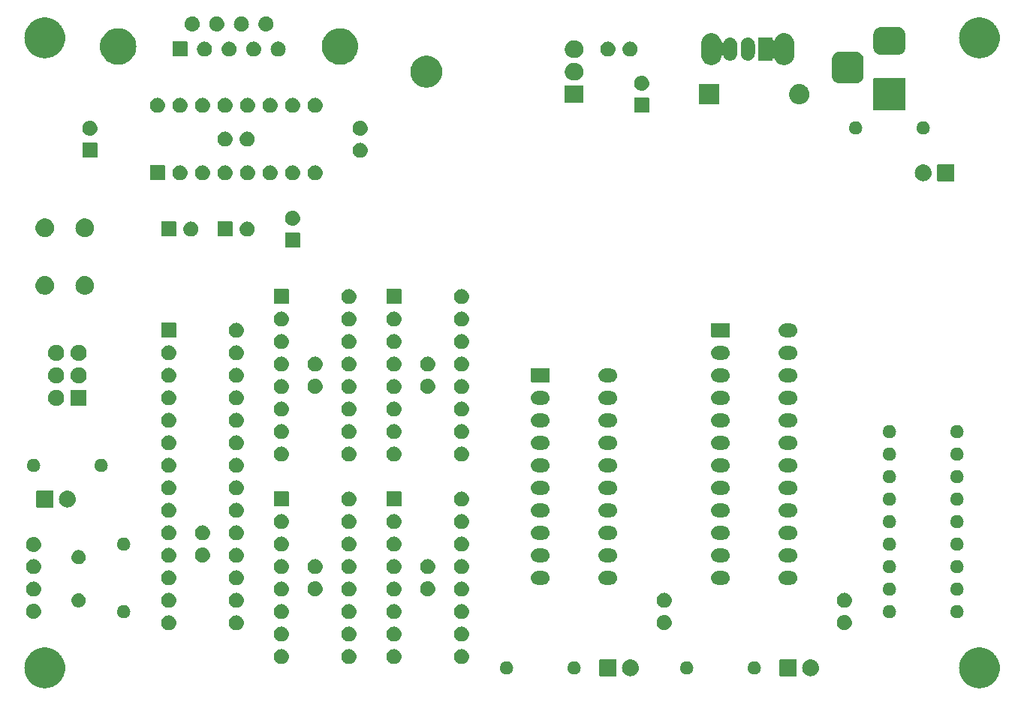
<source format=gbr>
G04 #@! TF.GenerationSoftware,KiCad,Pcbnew,7.0.7*
G04 #@! TF.CreationDate,2023-10-03T16:10:38+02:00*
G04 #@! TF.ProjectId,DuPal_DIP,44755061-6c5f-4444-9950-2e6b69636164,rev?*
G04 #@! TF.SameCoordinates,Original*
G04 #@! TF.FileFunction,Soldermask,Bot*
G04 #@! TF.FilePolarity,Negative*
%FSLAX46Y46*%
G04 Gerber Fmt 4.6, Leading zero omitted, Abs format (unit mm)*
G04 Created by KiCad (PCBNEW 7.0.7) date 2023-10-03 16:10:38*
%MOMM*%
%LPD*%
G01*
G04 APERTURE LIST*
G04 APERTURE END LIST*
G36*
X95323037Y-127243787D02*
G01*
X95394468Y-127243787D01*
X95471486Y-127253516D01*
X95550341Y-127258685D01*
X95616379Y-127271820D01*
X95681115Y-127279999D01*
X95762353Y-127300857D01*
X95845543Y-127317405D01*
X95903728Y-127337156D01*
X95960973Y-127351854D01*
X96044797Y-127385042D01*
X96130555Y-127414153D01*
X96180371Y-127438719D01*
X96229613Y-127458216D01*
X96314184Y-127504709D01*
X96400500Y-127547276D01*
X96441759Y-127574844D01*
X96482802Y-127597408D01*
X96566072Y-127657907D01*
X96650760Y-127714494D01*
X96683619Y-127743310D01*
X96716555Y-127767240D01*
X96796354Y-127842176D01*
X96877053Y-127912947D01*
X96901952Y-127941339D01*
X96927174Y-127965024D01*
X97001251Y-128054569D01*
X97075506Y-128139240D01*
X97093181Y-128165693D01*
X97111348Y-128187653D01*
X97177421Y-128291767D01*
X97242724Y-128389500D01*
X97254155Y-128412680D01*
X97266166Y-128431606D01*
X97321961Y-128550176D01*
X97375847Y-128659445D01*
X97382235Y-128678263D01*
X97389185Y-128693033D01*
X97432472Y-128826260D01*
X97472595Y-128944457D01*
X97475307Y-128958091D01*
X97478470Y-128967826D01*
X97507155Y-129118203D01*
X97531315Y-129239659D01*
X97531833Y-129247570D01*
X97532610Y-129251641D01*
X97544830Y-129445871D01*
X97551000Y-129540000D01*
X97544830Y-129634136D01*
X97532610Y-129828358D01*
X97531833Y-129832427D01*
X97531315Y-129840341D01*
X97507151Y-129961820D01*
X97478470Y-130112173D01*
X97475307Y-130121905D01*
X97472595Y-130135543D01*
X97432465Y-130253761D01*
X97389185Y-130386966D01*
X97382236Y-130401732D01*
X97375847Y-130420555D01*
X97321951Y-130529843D01*
X97266166Y-130648393D01*
X97254157Y-130667315D01*
X97242724Y-130690500D01*
X97177408Y-130788251D01*
X97111348Y-130892346D01*
X97093185Y-130914301D01*
X97075506Y-130940760D01*
X97001237Y-131025447D01*
X96927174Y-131114975D01*
X96901957Y-131138655D01*
X96877053Y-131167053D01*
X96796338Y-131237837D01*
X96716555Y-131312759D01*
X96683625Y-131336683D01*
X96650760Y-131365506D01*
X96566055Y-131422103D01*
X96482802Y-131482591D01*
X96441768Y-131505149D01*
X96400500Y-131532724D01*
X96314166Y-131575299D01*
X96229613Y-131621783D01*
X96180381Y-131641275D01*
X96130555Y-131665847D01*
X96044779Y-131694963D01*
X95960973Y-131728145D01*
X95903740Y-131742839D01*
X95845543Y-131762595D01*
X95762335Y-131779146D01*
X95681115Y-131800000D01*
X95616389Y-131808176D01*
X95550341Y-131821315D01*
X95471481Y-131826483D01*
X95394468Y-131836213D01*
X95323037Y-131836213D01*
X95250000Y-131841000D01*
X95176963Y-131836213D01*
X95105532Y-131836213D01*
X95028517Y-131826483D01*
X94949659Y-131821315D01*
X94883611Y-131808177D01*
X94818884Y-131800000D01*
X94737659Y-131779145D01*
X94654457Y-131762595D01*
X94596262Y-131742840D01*
X94539026Y-131728145D01*
X94455213Y-131694961D01*
X94369445Y-131665847D01*
X94319622Y-131641277D01*
X94270386Y-131621783D01*
X94185823Y-131575294D01*
X94099500Y-131532724D01*
X94058236Y-131505152D01*
X94017197Y-131482591D01*
X93933931Y-131422095D01*
X93849240Y-131365506D01*
X93816378Y-131336687D01*
X93783444Y-131312759D01*
X93703646Y-131237824D01*
X93622947Y-131167053D01*
X93598047Y-131138660D01*
X93572825Y-131114975D01*
X93498744Y-131025427D01*
X93424494Y-130940760D01*
X93406818Y-130914307D01*
X93388651Y-130892346D01*
X93322571Y-130788221D01*
X93257276Y-130690500D01*
X93245845Y-130667322D01*
X93233833Y-130648393D01*
X93178026Y-130529799D01*
X93124153Y-130420555D01*
X93117766Y-130401740D01*
X93110814Y-130386966D01*
X93067511Y-130253692D01*
X93027405Y-130135543D01*
X93024693Y-130121913D01*
X93021529Y-130112173D01*
X92992824Y-129961697D01*
X92968685Y-129840341D01*
X92968166Y-129832435D01*
X92967389Y-129828358D01*
X92955144Y-129633755D01*
X92949000Y-129540000D01*
X92955144Y-129446252D01*
X92967389Y-129251641D01*
X92968166Y-129247562D01*
X92968685Y-129239659D01*
X92992819Y-129118325D01*
X93021529Y-128967826D01*
X93024694Y-128958083D01*
X93027405Y-128944457D01*
X93067503Y-128826329D01*
X93110814Y-128693033D01*
X93117767Y-128678256D01*
X93124153Y-128659445D01*
X93178016Y-128550221D01*
X93233833Y-128431606D01*
X93245848Y-128412673D01*
X93257276Y-128389500D01*
X93322558Y-128291797D01*
X93388651Y-128187653D01*
X93406822Y-128165687D01*
X93424494Y-128139240D01*
X93498730Y-128054589D01*
X93572825Y-127965024D01*
X93598052Y-127941333D01*
X93622947Y-127912947D01*
X93703630Y-127842189D01*
X93783444Y-127767240D01*
X93816385Y-127743306D01*
X93849240Y-127714494D01*
X93933914Y-127657916D01*
X94017197Y-127597408D01*
X94058245Y-127574841D01*
X94099500Y-127547276D01*
X94185805Y-127504714D01*
X94270386Y-127458216D01*
X94319632Y-127438717D01*
X94369445Y-127414153D01*
X94455195Y-127385044D01*
X94539026Y-127351854D01*
X94596274Y-127337155D01*
X94654457Y-127317405D01*
X94737642Y-127300858D01*
X94818884Y-127279999D01*
X94883622Y-127271820D01*
X94949659Y-127258685D01*
X95028513Y-127253516D01*
X95105532Y-127243787D01*
X95176963Y-127243787D01*
X95250000Y-127239000D01*
X95323037Y-127243787D01*
G37*
G36*
X200733037Y-127243787D02*
G01*
X200804468Y-127243787D01*
X200881486Y-127253516D01*
X200960341Y-127258685D01*
X201026379Y-127271820D01*
X201091115Y-127279999D01*
X201172353Y-127300857D01*
X201255543Y-127317405D01*
X201313728Y-127337156D01*
X201370973Y-127351854D01*
X201454797Y-127385042D01*
X201540555Y-127414153D01*
X201590371Y-127438719D01*
X201639613Y-127458216D01*
X201724184Y-127504709D01*
X201810500Y-127547276D01*
X201851759Y-127574844D01*
X201892802Y-127597408D01*
X201976072Y-127657907D01*
X202060760Y-127714494D01*
X202093619Y-127743310D01*
X202126555Y-127767240D01*
X202206354Y-127842176D01*
X202287053Y-127912947D01*
X202311952Y-127941339D01*
X202337174Y-127965024D01*
X202411251Y-128054569D01*
X202485506Y-128139240D01*
X202503181Y-128165693D01*
X202521348Y-128187653D01*
X202587421Y-128291767D01*
X202652724Y-128389500D01*
X202664155Y-128412680D01*
X202676166Y-128431606D01*
X202731961Y-128550176D01*
X202785847Y-128659445D01*
X202792235Y-128678263D01*
X202799185Y-128693033D01*
X202842472Y-128826260D01*
X202882595Y-128944457D01*
X202885307Y-128958091D01*
X202888470Y-128967826D01*
X202917155Y-129118203D01*
X202941315Y-129239659D01*
X202941833Y-129247570D01*
X202942610Y-129251641D01*
X202954830Y-129445871D01*
X202961000Y-129540000D01*
X202954830Y-129634136D01*
X202942610Y-129828358D01*
X202941833Y-129832427D01*
X202941315Y-129840341D01*
X202917151Y-129961820D01*
X202888470Y-130112173D01*
X202885307Y-130121905D01*
X202882595Y-130135543D01*
X202842465Y-130253761D01*
X202799185Y-130386966D01*
X202792236Y-130401732D01*
X202785847Y-130420555D01*
X202731951Y-130529843D01*
X202676166Y-130648393D01*
X202664157Y-130667315D01*
X202652724Y-130690500D01*
X202587408Y-130788251D01*
X202521348Y-130892346D01*
X202503185Y-130914301D01*
X202485506Y-130940760D01*
X202411237Y-131025447D01*
X202337174Y-131114975D01*
X202311957Y-131138655D01*
X202287053Y-131167053D01*
X202206338Y-131237837D01*
X202126555Y-131312759D01*
X202093625Y-131336683D01*
X202060760Y-131365506D01*
X201976055Y-131422103D01*
X201892802Y-131482591D01*
X201851768Y-131505149D01*
X201810500Y-131532724D01*
X201724166Y-131575299D01*
X201639613Y-131621783D01*
X201590381Y-131641275D01*
X201540555Y-131665847D01*
X201454779Y-131694963D01*
X201370973Y-131728145D01*
X201313740Y-131742839D01*
X201255543Y-131762595D01*
X201172335Y-131779146D01*
X201091115Y-131800000D01*
X201026389Y-131808176D01*
X200960341Y-131821315D01*
X200881481Y-131826483D01*
X200804468Y-131836213D01*
X200733037Y-131836213D01*
X200660000Y-131841000D01*
X200586963Y-131836213D01*
X200515532Y-131836213D01*
X200438517Y-131826483D01*
X200359659Y-131821315D01*
X200293611Y-131808177D01*
X200228884Y-131800000D01*
X200147659Y-131779145D01*
X200064457Y-131762595D01*
X200006262Y-131742840D01*
X199949026Y-131728145D01*
X199865213Y-131694961D01*
X199779445Y-131665847D01*
X199729622Y-131641277D01*
X199680386Y-131621783D01*
X199595823Y-131575294D01*
X199509500Y-131532724D01*
X199468236Y-131505152D01*
X199427197Y-131482591D01*
X199343931Y-131422095D01*
X199259240Y-131365506D01*
X199226378Y-131336687D01*
X199193444Y-131312759D01*
X199113646Y-131237824D01*
X199032947Y-131167053D01*
X199008047Y-131138660D01*
X198982825Y-131114975D01*
X198908744Y-131025427D01*
X198834494Y-130940760D01*
X198816818Y-130914307D01*
X198798651Y-130892346D01*
X198732571Y-130788221D01*
X198667276Y-130690500D01*
X198655845Y-130667322D01*
X198643833Y-130648393D01*
X198588026Y-130529799D01*
X198534153Y-130420555D01*
X198527766Y-130401740D01*
X198520814Y-130386966D01*
X198477511Y-130253692D01*
X198437405Y-130135543D01*
X198434693Y-130121913D01*
X198431529Y-130112173D01*
X198402824Y-129961697D01*
X198378685Y-129840341D01*
X198378166Y-129832435D01*
X198377389Y-129828358D01*
X198365144Y-129633755D01*
X198359000Y-129540000D01*
X198365144Y-129446252D01*
X198377389Y-129251641D01*
X198378166Y-129247562D01*
X198378685Y-129239659D01*
X198402819Y-129118325D01*
X198431529Y-128967826D01*
X198434694Y-128958083D01*
X198437405Y-128944457D01*
X198477503Y-128826329D01*
X198520814Y-128693033D01*
X198527767Y-128678256D01*
X198534153Y-128659445D01*
X198588016Y-128550221D01*
X198643833Y-128431606D01*
X198655848Y-128412673D01*
X198667276Y-128389500D01*
X198732558Y-128291797D01*
X198798651Y-128187653D01*
X198816822Y-128165687D01*
X198834494Y-128139240D01*
X198908730Y-128054589D01*
X198982825Y-127965024D01*
X199008052Y-127941333D01*
X199032947Y-127912947D01*
X199113630Y-127842189D01*
X199193444Y-127767240D01*
X199226385Y-127743306D01*
X199259240Y-127714494D01*
X199343914Y-127657916D01*
X199427197Y-127597408D01*
X199468245Y-127574841D01*
X199509500Y-127547276D01*
X199595805Y-127504714D01*
X199680386Y-127458216D01*
X199729632Y-127438717D01*
X199779445Y-127414153D01*
X199865195Y-127385044D01*
X199949026Y-127351854D01*
X200006274Y-127337155D01*
X200064457Y-127317405D01*
X200147642Y-127300858D01*
X200228884Y-127279999D01*
X200293622Y-127271820D01*
X200359659Y-127258685D01*
X200438513Y-127253516D01*
X200515532Y-127243787D01*
X200586963Y-127243787D01*
X200660000Y-127239000D01*
X200733037Y-127243787D01*
G37*
G36*
X159669517Y-128592882D02*
G01*
X159686062Y-128603938D01*
X159697118Y-128620483D01*
X159701000Y-128640000D01*
X159701000Y-130440000D01*
X159697118Y-130459517D01*
X159686062Y-130476062D01*
X159669517Y-130487118D01*
X159650000Y-130491000D01*
X157850000Y-130491000D01*
X157830483Y-130487118D01*
X157813938Y-130476062D01*
X157802882Y-130459517D01*
X157799000Y-130440000D01*
X157799000Y-128640000D01*
X157802882Y-128620483D01*
X157813938Y-128603938D01*
X157830483Y-128592882D01*
X157850000Y-128589000D01*
X159650000Y-128589000D01*
X159669517Y-128592882D01*
G37*
G36*
X161336604Y-128593590D02*
G01*
X161377696Y-128593590D01*
X161423456Y-128602144D01*
X161475531Y-128607273D01*
X161515091Y-128619273D01*
X161550111Y-128625820D01*
X161598617Y-128644611D01*
X161653932Y-128661391D01*
X161685534Y-128678282D01*
X161713656Y-128689177D01*
X161762513Y-128719428D01*
X161818347Y-128749272D01*
X161841809Y-128768526D01*
X161862784Y-128781514D01*
X161909256Y-128823879D01*
X161962459Y-128867541D01*
X161978224Y-128886751D01*
X161992400Y-128899674D01*
X162033557Y-128954174D01*
X162080728Y-129011653D01*
X162089848Y-129028717D01*
X162098099Y-129039642D01*
X162130925Y-129105566D01*
X162168609Y-129176068D01*
X162172628Y-129189316D01*
X162176282Y-129196655D01*
X162197864Y-129272507D01*
X162222727Y-129354469D01*
X162223543Y-129362762D01*
X162224280Y-129365350D01*
X162231937Y-129447982D01*
X162241000Y-129540000D01*
X162231936Y-129632026D01*
X162224280Y-129714649D01*
X162223544Y-129717235D01*
X162222727Y-129725531D01*
X162197859Y-129807507D01*
X162176282Y-129883344D01*
X162172628Y-129890680D01*
X162168609Y-129903932D01*
X162130917Y-129974447D01*
X162098099Y-130040357D01*
X162089850Y-130051279D01*
X162080728Y-130068347D01*
X162033547Y-130125836D01*
X161992400Y-130180325D01*
X161978227Y-130193244D01*
X161962459Y-130212459D01*
X161909245Y-130256129D01*
X161862784Y-130298485D01*
X161841814Y-130311469D01*
X161818347Y-130330728D01*
X161762502Y-130360577D01*
X161713656Y-130390822D01*
X161685541Y-130401713D01*
X161653932Y-130418609D01*
X161598605Y-130435392D01*
X161550111Y-130454179D01*
X161515098Y-130460724D01*
X161475531Y-130472727D01*
X161423453Y-130477856D01*
X161377696Y-130486410D01*
X161336604Y-130486410D01*
X161290000Y-130491000D01*
X161243396Y-130486410D01*
X161202304Y-130486410D01*
X161156545Y-130477856D01*
X161104469Y-130472727D01*
X161064902Y-130460724D01*
X161029888Y-130454179D01*
X160981389Y-130435390D01*
X160926068Y-130418609D01*
X160894461Y-130401714D01*
X160866343Y-130390822D01*
X160817490Y-130360573D01*
X160761653Y-130330728D01*
X160738188Y-130311471D01*
X160717215Y-130298485D01*
X160670744Y-130256121D01*
X160617541Y-130212459D01*
X160601775Y-130193248D01*
X160587599Y-130180325D01*
X160546439Y-130125821D01*
X160499272Y-130068347D01*
X160490151Y-130051284D01*
X160481900Y-130040357D01*
X160449067Y-129974420D01*
X160411391Y-129903932D01*
X160407372Y-129890685D01*
X160403717Y-129883344D01*
X160382124Y-129807454D01*
X160357273Y-129725531D01*
X160356456Y-129717241D01*
X160355719Y-129714649D01*
X160348047Y-129631862D01*
X160339000Y-129540000D01*
X160348045Y-129448161D01*
X160355719Y-129365350D01*
X160356456Y-129362757D01*
X160357273Y-129354469D01*
X160382119Y-129272560D01*
X160403717Y-129196655D01*
X160407373Y-129189311D01*
X160411391Y-129176068D01*
X160449060Y-129105593D01*
X160481900Y-129039642D01*
X160490153Y-129028712D01*
X160499272Y-129011653D01*
X160546430Y-128954190D01*
X160587599Y-128899674D01*
X160601778Y-128886747D01*
X160617541Y-128867541D01*
X160670733Y-128823887D01*
X160717215Y-128781514D01*
X160738193Y-128768524D01*
X160761653Y-128749272D01*
X160817478Y-128719432D01*
X160866343Y-128689177D01*
X160894467Y-128678281D01*
X160926068Y-128661391D01*
X160981377Y-128644612D01*
X161029888Y-128625820D01*
X161064909Y-128619273D01*
X161104469Y-128607273D01*
X161156542Y-128602144D01*
X161202304Y-128593590D01*
X161243396Y-128593590D01*
X161290000Y-128589000D01*
X161336604Y-128593590D01*
G37*
G36*
X179989517Y-128592882D02*
G01*
X180006062Y-128603938D01*
X180017118Y-128620483D01*
X180021000Y-128640000D01*
X180021000Y-130440000D01*
X180017118Y-130459517D01*
X180006062Y-130476062D01*
X179989517Y-130487118D01*
X179970000Y-130491000D01*
X178170000Y-130491000D01*
X178150483Y-130487118D01*
X178133938Y-130476062D01*
X178122882Y-130459517D01*
X178119000Y-130440000D01*
X178119000Y-128640000D01*
X178122882Y-128620483D01*
X178133938Y-128603938D01*
X178150483Y-128592882D01*
X178170000Y-128589000D01*
X179970000Y-128589000D01*
X179989517Y-128592882D01*
G37*
G36*
X181656604Y-128593590D02*
G01*
X181697696Y-128593590D01*
X181743456Y-128602144D01*
X181795531Y-128607273D01*
X181835091Y-128619273D01*
X181870111Y-128625820D01*
X181918617Y-128644611D01*
X181973932Y-128661391D01*
X182005534Y-128678282D01*
X182033656Y-128689177D01*
X182082513Y-128719428D01*
X182138347Y-128749272D01*
X182161809Y-128768526D01*
X182182784Y-128781514D01*
X182229256Y-128823879D01*
X182282459Y-128867541D01*
X182298224Y-128886751D01*
X182312400Y-128899674D01*
X182353557Y-128954174D01*
X182400728Y-129011653D01*
X182409848Y-129028717D01*
X182418099Y-129039642D01*
X182450925Y-129105566D01*
X182488609Y-129176068D01*
X182492628Y-129189316D01*
X182496282Y-129196655D01*
X182517864Y-129272507D01*
X182542727Y-129354469D01*
X182543543Y-129362762D01*
X182544280Y-129365350D01*
X182551937Y-129447982D01*
X182561000Y-129540000D01*
X182551936Y-129632026D01*
X182544280Y-129714649D01*
X182543544Y-129717235D01*
X182542727Y-129725531D01*
X182517859Y-129807507D01*
X182496282Y-129883344D01*
X182492628Y-129890680D01*
X182488609Y-129903932D01*
X182450917Y-129974447D01*
X182418099Y-130040357D01*
X182409850Y-130051279D01*
X182400728Y-130068347D01*
X182353547Y-130125836D01*
X182312400Y-130180325D01*
X182298227Y-130193244D01*
X182282459Y-130212459D01*
X182229245Y-130256129D01*
X182182784Y-130298485D01*
X182161814Y-130311469D01*
X182138347Y-130330728D01*
X182082502Y-130360577D01*
X182033656Y-130390822D01*
X182005541Y-130401713D01*
X181973932Y-130418609D01*
X181918605Y-130435392D01*
X181870111Y-130454179D01*
X181835098Y-130460724D01*
X181795531Y-130472727D01*
X181743453Y-130477856D01*
X181697696Y-130486410D01*
X181656604Y-130486410D01*
X181610000Y-130491000D01*
X181563396Y-130486410D01*
X181522304Y-130486410D01*
X181476545Y-130477856D01*
X181424469Y-130472727D01*
X181384902Y-130460724D01*
X181349888Y-130454179D01*
X181301389Y-130435390D01*
X181246068Y-130418609D01*
X181214461Y-130401714D01*
X181186343Y-130390822D01*
X181137490Y-130360573D01*
X181081653Y-130330728D01*
X181058188Y-130311471D01*
X181037215Y-130298485D01*
X180990744Y-130256121D01*
X180937541Y-130212459D01*
X180921775Y-130193248D01*
X180907599Y-130180325D01*
X180866439Y-130125821D01*
X180819272Y-130068347D01*
X180810151Y-130051284D01*
X180801900Y-130040357D01*
X180769067Y-129974420D01*
X180731391Y-129903932D01*
X180727372Y-129890685D01*
X180723717Y-129883344D01*
X180702124Y-129807454D01*
X180677273Y-129725531D01*
X180676456Y-129717241D01*
X180675719Y-129714649D01*
X180668047Y-129631862D01*
X180659000Y-129540000D01*
X180668045Y-129448161D01*
X180675719Y-129365350D01*
X180676456Y-129362757D01*
X180677273Y-129354469D01*
X180702119Y-129272560D01*
X180723717Y-129196655D01*
X180727373Y-129189311D01*
X180731391Y-129176068D01*
X180769060Y-129105593D01*
X180801900Y-129039642D01*
X180810153Y-129028712D01*
X180819272Y-129011653D01*
X180866430Y-128954190D01*
X180907599Y-128899674D01*
X180921778Y-128886747D01*
X180937541Y-128867541D01*
X180990733Y-128823887D01*
X181037215Y-128781514D01*
X181058193Y-128768524D01*
X181081653Y-128749272D01*
X181137478Y-128719432D01*
X181186343Y-128689177D01*
X181214467Y-128678281D01*
X181246068Y-128661391D01*
X181301377Y-128644612D01*
X181349888Y-128625820D01*
X181384909Y-128619273D01*
X181424469Y-128607273D01*
X181476542Y-128602144D01*
X181522304Y-128593590D01*
X181563396Y-128593590D01*
X181610000Y-128589000D01*
X181656604Y-128593590D01*
G37*
G36*
X147362593Y-128793799D02*
G01*
X147398428Y-128793799D01*
X147438854Y-128802391D01*
X147487113Y-128807829D01*
X147522201Y-128820106D01*
X147551861Y-128826411D01*
X147594599Y-128845440D01*
X147645847Y-128863372D01*
X147672525Y-128880135D01*
X147695155Y-128890211D01*
X147737356Y-128920871D01*
X147788241Y-128952845D01*
X147806511Y-128971115D01*
X147822056Y-128982409D01*
X147860483Y-129025087D01*
X147907155Y-129071759D01*
X147917892Y-129088847D01*
X147927014Y-129098978D01*
X147958216Y-129153022D01*
X147996628Y-129214153D01*
X148001423Y-129227859D01*
X148005444Y-129234822D01*
X148026031Y-129298183D01*
X148052171Y-129372887D01*
X148053162Y-129381684D01*
X148053915Y-129384001D01*
X148060743Y-129448971D01*
X148071000Y-129540000D01*
X148060742Y-129631036D01*
X148053915Y-129695998D01*
X148053162Y-129698314D01*
X148052171Y-129707113D01*
X148026026Y-129781829D01*
X148005444Y-129845177D01*
X148001424Y-129852138D01*
X147996628Y-129865847D01*
X147958209Y-129926988D01*
X147927014Y-129981021D01*
X147917894Y-129991149D01*
X147907155Y-130008241D01*
X147860474Y-130054921D01*
X147822056Y-130097590D01*
X147806514Y-130108881D01*
X147788241Y-130127155D01*
X147737345Y-130159134D01*
X147695155Y-130189788D01*
X147672531Y-130199860D01*
X147645847Y-130216628D01*
X147594589Y-130234563D01*
X147551861Y-130253588D01*
X147522207Y-130259891D01*
X147487113Y-130272171D01*
X147438851Y-130277608D01*
X147398428Y-130286201D01*
X147362593Y-130286201D01*
X147320000Y-130291000D01*
X147277407Y-130286201D01*
X147241572Y-130286201D01*
X147201147Y-130277608D01*
X147152887Y-130272171D01*
X147117793Y-130259891D01*
X147088138Y-130253588D01*
X147045405Y-130234562D01*
X146994153Y-130216628D01*
X146967470Y-130199862D01*
X146944844Y-130189788D01*
X146902646Y-130159130D01*
X146851759Y-130127155D01*
X146833487Y-130108883D01*
X146817943Y-130097590D01*
X146779515Y-130054911D01*
X146732845Y-130008241D01*
X146722107Y-129991152D01*
X146712985Y-129981021D01*
X146681777Y-129926968D01*
X146643372Y-129865847D01*
X146638576Y-129852142D01*
X146634555Y-129845177D01*
X146613959Y-129781789D01*
X146587829Y-129707113D01*
X146586838Y-129698319D01*
X146586084Y-129695998D01*
X146579242Y-129630904D01*
X146569000Y-129540000D01*
X146579241Y-129449103D01*
X146586084Y-129384001D01*
X146586838Y-129381679D01*
X146587829Y-129372887D01*
X146613954Y-129298223D01*
X146634555Y-129234822D01*
X146638577Y-129227854D01*
X146643372Y-129214153D01*
X146681770Y-129153042D01*
X146712985Y-129098978D01*
X146722109Y-129088843D01*
X146732845Y-129071759D01*
X146779506Y-129025097D01*
X146817942Y-128982410D01*
X146833490Y-128971113D01*
X146851759Y-128952845D01*
X146902640Y-128920873D01*
X146944846Y-128890210D01*
X146967476Y-128880133D01*
X146994153Y-128863372D01*
X147045395Y-128845441D01*
X147088138Y-128826411D01*
X147117799Y-128820106D01*
X147152887Y-128807829D01*
X147201144Y-128802391D01*
X147241572Y-128793799D01*
X147277407Y-128793799D01*
X147320000Y-128789000D01*
X147362593Y-128793799D01*
G37*
G36*
X154982593Y-128793799D02*
G01*
X155018428Y-128793799D01*
X155058854Y-128802391D01*
X155107113Y-128807829D01*
X155142201Y-128820106D01*
X155171861Y-128826411D01*
X155214599Y-128845440D01*
X155265847Y-128863372D01*
X155292525Y-128880135D01*
X155315155Y-128890211D01*
X155357356Y-128920871D01*
X155408241Y-128952845D01*
X155426511Y-128971115D01*
X155442056Y-128982409D01*
X155480483Y-129025087D01*
X155527155Y-129071759D01*
X155537892Y-129088847D01*
X155547014Y-129098978D01*
X155578216Y-129153022D01*
X155616628Y-129214153D01*
X155621423Y-129227859D01*
X155625444Y-129234822D01*
X155646031Y-129298183D01*
X155672171Y-129372887D01*
X155673162Y-129381684D01*
X155673915Y-129384001D01*
X155680743Y-129448971D01*
X155691000Y-129540000D01*
X155680742Y-129631036D01*
X155673915Y-129695998D01*
X155673162Y-129698314D01*
X155672171Y-129707113D01*
X155646026Y-129781829D01*
X155625444Y-129845177D01*
X155621424Y-129852138D01*
X155616628Y-129865847D01*
X155578209Y-129926988D01*
X155547014Y-129981021D01*
X155537894Y-129991149D01*
X155527155Y-130008241D01*
X155480474Y-130054921D01*
X155442056Y-130097590D01*
X155426514Y-130108881D01*
X155408241Y-130127155D01*
X155357345Y-130159134D01*
X155315155Y-130189788D01*
X155292531Y-130199860D01*
X155265847Y-130216628D01*
X155214589Y-130234563D01*
X155171861Y-130253588D01*
X155142207Y-130259891D01*
X155107113Y-130272171D01*
X155058851Y-130277608D01*
X155018428Y-130286201D01*
X154982593Y-130286201D01*
X154940000Y-130291000D01*
X154897407Y-130286201D01*
X154861572Y-130286201D01*
X154821147Y-130277608D01*
X154772887Y-130272171D01*
X154737793Y-130259891D01*
X154708138Y-130253588D01*
X154665405Y-130234562D01*
X154614153Y-130216628D01*
X154587470Y-130199862D01*
X154564844Y-130189788D01*
X154522646Y-130159130D01*
X154471759Y-130127155D01*
X154453487Y-130108883D01*
X154437943Y-130097590D01*
X154399515Y-130054911D01*
X154352845Y-130008241D01*
X154342107Y-129991152D01*
X154332985Y-129981021D01*
X154301777Y-129926968D01*
X154263372Y-129865847D01*
X154258576Y-129852142D01*
X154254555Y-129845177D01*
X154233959Y-129781789D01*
X154207829Y-129707113D01*
X154206838Y-129698319D01*
X154206084Y-129695998D01*
X154199243Y-129630910D01*
X154189000Y-129540000D01*
X154199240Y-129449109D01*
X154206084Y-129384001D01*
X154206838Y-129381679D01*
X154207829Y-129372887D01*
X154233954Y-129298223D01*
X154254555Y-129234822D01*
X154258577Y-129227854D01*
X154263372Y-129214153D01*
X154301770Y-129153042D01*
X154332985Y-129098978D01*
X154342109Y-129088843D01*
X154352845Y-129071759D01*
X154399506Y-129025097D01*
X154437942Y-128982410D01*
X154453490Y-128971113D01*
X154471759Y-128952845D01*
X154522640Y-128920873D01*
X154564846Y-128890210D01*
X154587476Y-128880133D01*
X154614153Y-128863372D01*
X154665395Y-128845441D01*
X154708138Y-128826411D01*
X154737799Y-128820106D01*
X154772887Y-128807829D01*
X154821144Y-128802391D01*
X154861572Y-128793799D01*
X154897407Y-128793799D01*
X154940000Y-128789000D01*
X154982593Y-128793799D01*
G37*
G36*
X167682593Y-128793799D02*
G01*
X167718428Y-128793799D01*
X167758854Y-128802391D01*
X167807113Y-128807829D01*
X167842201Y-128820106D01*
X167871861Y-128826411D01*
X167914599Y-128845440D01*
X167965847Y-128863372D01*
X167992525Y-128880135D01*
X168015155Y-128890211D01*
X168057356Y-128920871D01*
X168108241Y-128952845D01*
X168126511Y-128971115D01*
X168142056Y-128982409D01*
X168180483Y-129025087D01*
X168227155Y-129071759D01*
X168237892Y-129088847D01*
X168247014Y-129098978D01*
X168278216Y-129153022D01*
X168316628Y-129214153D01*
X168321423Y-129227859D01*
X168325444Y-129234822D01*
X168346031Y-129298183D01*
X168372171Y-129372887D01*
X168373162Y-129381684D01*
X168373915Y-129384001D01*
X168380744Y-129448976D01*
X168391000Y-129540000D01*
X168380742Y-129631042D01*
X168373915Y-129695998D01*
X168373162Y-129698314D01*
X168372171Y-129707113D01*
X168346026Y-129781829D01*
X168325444Y-129845177D01*
X168321424Y-129852138D01*
X168316628Y-129865847D01*
X168278209Y-129926988D01*
X168247014Y-129981021D01*
X168237894Y-129991149D01*
X168227155Y-130008241D01*
X168180474Y-130054921D01*
X168142056Y-130097590D01*
X168126514Y-130108881D01*
X168108241Y-130127155D01*
X168057345Y-130159134D01*
X168015155Y-130189788D01*
X167992531Y-130199860D01*
X167965847Y-130216628D01*
X167914589Y-130234563D01*
X167871861Y-130253588D01*
X167842207Y-130259891D01*
X167807113Y-130272171D01*
X167758851Y-130277608D01*
X167718428Y-130286201D01*
X167682593Y-130286201D01*
X167640000Y-130291000D01*
X167597407Y-130286201D01*
X167561572Y-130286201D01*
X167521147Y-130277608D01*
X167472887Y-130272171D01*
X167437793Y-130259891D01*
X167408138Y-130253588D01*
X167365405Y-130234562D01*
X167314153Y-130216628D01*
X167287470Y-130199862D01*
X167264844Y-130189788D01*
X167222646Y-130159130D01*
X167171759Y-130127155D01*
X167153487Y-130108883D01*
X167137943Y-130097590D01*
X167099515Y-130054911D01*
X167052845Y-130008241D01*
X167042107Y-129991152D01*
X167032985Y-129981021D01*
X167001777Y-129926968D01*
X166963372Y-129865847D01*
X166958576Y-129852142D01*
X166954555Y-129845177D01*
X166933959Y-129781789D01*
X166907829Y-129707113D01*
X166906838Y-129698319D01*
X166906084Y-129695998D01*
X166899242Y-129630904D01*
X166889000Y-129540000D01*
X166899241Y-129449103D01*
X166906084Y-129384001D01*
X166906838Y-129381679D01*
X166907829Y-129372887D01*
X166933954Y-129298223D01*
X166954555Y-129234822D01*
X166958577Y-129227854D01*
X166963372Y-129214153D01*
X167001770Y-129153042D01*
X167032985Y-129098978D01*
X167042109Y-129088843D01*
X167052845Y-129071759D01*
X167099506Y-129025097D01*
X167137942Y-128982410D01*
X167153490Y-128971113D01*
X167171759Y-128952845D01*
X167222640Y-128920873D01*
X167264846Y-128890210D01*
X167287476Y-128880133D01*
X167314153Y-128863372D01*
X167365395Y-128845441D01*
X167408138Y-128826411D01*
X167437799Y-128820106D01*
X167472887Y-128807829D01*
X167521144Y-128802391D01*
X167561572Y-128793799D01*
X167597407Y-128793799D01*
X167640000Y-128789000D01*
X167682593Y-128793799D01*
G37*
G36*
X175302593Y-128793799D02*
G01*
X175338428Y-128793799D01*
X175378854Y-128802391D01*
X175427113Y-128807829D01*
X175462201Y-128820106D01*
X175491861Y-128826411D01*
X175534599Y-128845440D01*
X175585847Y-128863372D01*
X175612525Y-128880135D01*
X175635155Y-128890211D01*
X175677356Y-128920871D01*
X175728241Y-128952845D01*
X175746511Y-128971115D01*
X175762056Y-128982409D01*
X175800483Y-129025087D01*
X175847155Y-129071759D01*
X175857892Y-129088847D01*
X175867014Y-129098978D01*
X175898216Y-129153022D01*
X175936628Y-129214153D01*
X175941423Y-129227859D01*
X175945444Y-129234822D01*
X175966031Y-129298183D01*
X175992171Y-129372887D01*
X175993162Y-129381684D01*
X175993915Y-129384001D01*
X176000743Y-129448971D01*
X176011000Y-129540000D01*
X176000742Y-129631036D01*
X175993915Y-129695998D01*
X175993162Y-129698314D01*
X175992171Y-129707113D01*
X175966026Y-129781829D01*
X175945444Y-129845177D01*
X175941424Y-129852138D01*
X175936628Y-129865847D01*
X175898209Y-129926988D01*
X175867014Y-129981021D01*
X175857894Y-129991149D01*
X175847155Y-130008241D01*
X175800474Y-130054921D01*
X175762056Y-130097590D01*
X175746514Y-130108881D01*
X175728241Y-130127155D01*
X175677345Y-130159134D01*
X175635155Y-130189788D01*
X175612531Y-130199860D01*
X175585847Y-130216628D01*
X175534589Y-130234563D01*
X175491861Y-130253588D01*
X175462207Y-130259891D01*
X175427113Y-130272171D01*
X175378851Y-130277608D01*
X175338428Y-130286201D01*
X175302593Y-130286201D01*
X175260000Y-130291000D01*
X175217407Y-130286201D01*
X175181572Y-130286201D01*
X175141147Y-130277608D01*
X175092887Y-130272171D01*
X175057793Y-130259891D01*
X175028138Y-130253588D01*
X174985405Y-130234562D01*
X174934153Y-130216628D01*
X174907470Y-130199862D01*
X174884844Y-130189788D01*
X174842646Y-130159130D01*
X174791759Y-130127155D01*
X174773487Y-130108883D01*
X174757943Y-130097590D01*
X174719515Y-130054911D01*
X174672845Y-130008241D01*
X174662107Y-129991152D01*
X174652985Y-129981021D01*
X174621777Y-129926968D01*
X174583372Y-129865847D01*
X174578576Y-129852142D01*
X174574555Y-129845177D01*
X174553959Y-129781789D01*
X174527829Y-129707113D01*
X174526838Y-129698319D01*
X174526084Y-129695998D01*
X174519243Y-129630910D01*
X174509000Y-129540000D01*
X174519240Y-129449109D01*
X174526084Y-129384001D01*
X174526838Y-129381679D01*
X174527829Y-129372887D01*
X174553954Y-129298223D01*
X174574555Y-129234822D01*
X174578577Y-129227854D01*
X174583372Y-129214153D01*
X174621770Y-129153042D01*
X174652985Y-129098978D01*
X174662109Y-129088843D01*
X174672845Y-129071759D01*
X174719506Y-129025097D01*
X174757942Y-128982410D01*
X174773490Y-128971113D01*
X174791759Y-128952845D01*
X174842640Y-128920873D01*
X174884846Y-128890210D01*
X174907476Y-128880133D01*
X174934153Y-128863372D01*
X174985395Y-128845441D01*
X175028138Y-128826411D01*
X175057799Y-128820106D01*
X175092887Y-128807829D01*
X175141144Y-128802391D01*
X175181572Y-128793799D01*
X175217407Y-128793799D01*
X175260000Y-128789000D01*
X175302593Y-128793799D01*
G37*
G36*
X121961199Y-127423662D02*
G01*
X122008954Y-127423662D01*
X122050194Y-127432427D01*
X122085901Y-127435945D01*
X122130759Y-127449552D01*
X122182973Y-127460651D01*
X122216384Y-127475526D01*
X122245435Y-127484339D01*
X122291602Y-127509015D01*
X122345500Y-127533012D01*
X122370554Y-127551215D01*
X122392453Y-127562920D01*
X122437128Y-127599584D01*
X122489430Y-127637584D01*
X122506411Y-127656443D01*
X122521320Y-127668679D01*
X122561387Y-127717501D01*
X122608473Y-127769795D01*
X122618364Y-127786927D01*
X122627079Y-127797546D01*
X122659306Y-127857840D01*
X122697427Y-127923867D01*
X122701813Y-127937368D01*
X122705660Y-127944564D01*
X122726861Y-128014455D01*
X122752404Y-128093067D01*
X122753303Y-128101623D01*
X122754054Y-128104098D01*
X122761371Y-128178389D01*
X122771000Y-128270000D01*
X122761370Y-128361619D01*
X122754054Y-128435901D01*
X122753303Y-128438375D01*
X122752404Y-128446933D01*
X122726856Y-128525558D01*
X122705660Y-128595435D01*
X122701814Y-128602629D01*
X122697427Y-128616133D01*
X122659299Y-128682172D01*
X122627079Y-128742453D01*
X122618366Y-128753069D01*
X122608473Y-128770205D01*
X122561378Y-128822509D01*
X122521320Y-128871320D01*
X122506414Y-128883552D01*
X122489430Y-128902416D01*
X122437118Y-128940423D01*
X122392453Y-128977079D01*
X122370559Y-128988780D01*
X122345500Y-129006988D01*
X122291591Y-129030989D01*
X122245435Y-129055660D01*
X122216391Y-129064470D01*
X122182973Y-129079349D01*
X122130748Y-129090449D01*
X122085901Y-129104054D01*
X122050203Y-129107570D01*
X122008954Y-129116338D01*
X121961188Y-129116338D01*
X121920000Y-129120395D01*
X121878811Y-129116338D01*
X121831046Y-129116338D01*
X121789797Y-129107570D01*
X121754098Y-129104054D01*
X121709248Y-129090448D01*
X121657027Y-129079349D01*
X121623610Y-129064471D01*
X121594564Y-129055660D01*
X121548402Y-129030986D01*
X121494500Y-129006988D01*
X121469443Y-128988783D01*
X121447546Y-128977079D01*
X121402873Y-128940416D01*
X121350570Y-128902416D01*
X121333588Y-128883555D01*
X121318679Y-128871320D01*
X121278610Y-128822496D01*
X121231527Y-128770205D01*
X121221636Y-128753073D01*
X121212920Y-128742453D01*
X121180687Y-128682148D01*
X121142573Y-128616133D01*
X121138186Y-128602634D01*
X121134339Y-128595435D01*
X121113128Y-128525512D01*
X121087596Y-128446933D01*
X121086697Y-128438380D01*
X121085945Y-128435901D01*
X121078613Y-128361467D01*
X121069000Y-128270000D01*
X121078612Y-128178540D01*
X121085945Y-128104098D01*
X121086697Y-128101618D01*
X121087596Y-128093067D01*
X121113123Y-128014502D01*
X121134339Y-127944564D01*
X121138187Y-127937363D01*
X121142573Y-127923867D01*
X121180680Y-127857863D01*
X121212920Y-127797546D01*
X121221638Y-127786923D01*
X121231527Y-127769795D01*
X121278601Y-127717513D01*
X121318679Y-127668679D01*
X121333591Y-127656440D01*
X121350570Y-127637584D01*
X121402862Y-127599591D01*
X121447546Y-127562920D01*
X121469448Y-127551213D01*
X121494500Y-127533012D01*
X121548391Y-127509018D01*
X121594564Y-127484339D01*
X121623617Y-127475525D01*
X121657027Y-127460651D01*
X121709237Y-127449553D01*
X121754098Y-127435945D01*
X121789806Y-127432427D01*
X121831046Y-127423662D01*
X121878801Y-127423662D01*
X121920000Y-127419604D01*
X121961199Y-127423662D01*
G37*
G36*
X129581198Y-127423662D02*
G01*
X129628954Y-127423662D01*
X129670194Y-127432427D01*
X129705901Y-127435945D01*
X129750759Y-127449552D01*
X129802973Y-127460651D01*
X129836384Y-127475526D01*
X129865435Y-127484339D01*
X129911602Y-127509015D01*
X129965500Y-127533012D01*
X129990554Y-127551215D01*
X130012453Y-127562920D01*
X130057128Y-127599584D01*
X130109430Y-127637584D01*
X130126411Y-127656443D01*
X130141320Y-127668679D01*
X130181387Y-127717501D01*
X130228473Y-127769795D01*
X130238364Y-127786927D01*
X130247079Y-127797546D01*
X130279306Y-127857840D01*
X130317427Y-127923867D01*
X130321813Y-127937368D01*
X130325660Y-127944564D01*
X130346861Y-128014455D01*
X130372404Y-128093067D01*
X130373303Y-128101623D01*
X130374054Y-128104098D01*
X130381371Y-128178389D01*
X130391000Y-128270000D01*
X130381370Y-128361619D01*
X130374054Y-128435901D01*
X130373303Y-128438375D01*
X130372404Y-128446933D01*
X130346856Y-128525558D01*
X130325660Y-128595435D01*
X130321814Y-128602629D01*
X130317427Y-128616133D01*
X130279299Y-128682172D01*
X130247079Y-128742453D01*
X130238366Y-128753069D01*
X130228473Y-128770205D01*
X130181378Y-128822509D01*
X130141320Y-128871320D01*
X130126414Y-128883552D01*
X130109430Y-128902416D01*
X130057118Y-128940423D01*
X130012453Y-128977079D01*
X129990559Y-128988780D01*
X129965500Y-129006988D01*
X129911591Y-129030989D01*
X129865435Y-129055660D01*
X129836391Y-129064470D01*
X129802973Y-129079349D01*
X129750748Y-129090449D01*
X129705901Y-129104054D01*
X129670203Y-129107570D01*
X129628954Y-129116338D01*
X129581188Y-129116338D01*
X129540000Y-129120395D01*
X129498811Y-129116338D01*
X129451046Y-129116338D01*
X129409797Y-129107570D01*
X129374098Y-129104054D01*
X129329248Y-129090448D01*
X129277027Y-129079349D01*
X129243610Y-129064471D01*
X129214564Y-129055660D01*
X129168402Y-129030986D01*
X129114500Y-129006988D01*
X129089443Y-128988783D01*
X129067546Y-128977079D01*
X129022873Y-128940416D01*
X128970570Y-128902416D01*
X128953588Y-128883555D01*
X128938679Y-128871320D01*
X128898610Y-128822496D01*
X128851527Y-128770205D01*
X128841636Y-128753073D01*
X128832920Y-128742453D01*
X128800687Y-128682148D01*
X128762573Y-128616133D01*
X128758186Y-128602634D01*
X128754339Y-128595435D01*
X128733128Y-128525512D01*
X128707596Y-128446933D01*
X128706697Y-128438380D01*
X128705945Y-128435901D01*
X128698613Y-128361467D01*
X128689000Y-128270000D01*
X128698612Y-128178540D01*
X128705945Y-128104098D01*
X128706697Y-128101618D01*
X128707596Y-128093067D01*
X128733123Y-128014502D01*
X128754339Y-127944564D01*
X128758187Y-127937363D01*
X128762573Y-127923867D01*
X128800680Y-127857863D01*
X128832920Y-127797546D01*
X128841638Y-127786923D01*
X128851527Y-127769795D01*
X128898601Y-127717513D01*
X128938679Y-127668679D01*
X128953591Y-127656440D01*
X128970570Y-127637584D01*
X129022862Y-127599591D01*
X129067546Y-127562920D01*
X129089448Y-127551213D01*
X129114500Y-127533012D01*
X129168391Y-127509018D01*
X129214564Y-127484339D01*
X129243617Y-127475525D01*
X129277027Y-127460651D01*
X129329237Y-127449553D01*
X129374098Y-127435945D01*
X129409806Y-127432427D01*
X129451046Y-127423662D01*
X129498800Y-127423662D01*
X129539999Y-127419604D01*
X129581198Y-127423662D01*
G37*
G36*
X134661198Y-127423662D02*
G01*
X134708954Y-127423662D01*
X134750194Y-127432427D01*
X134785901Y-127435945D01*
X134830759Y-127449552D01*
X134882973Y-127460651D01*
X134916384Y-127475526D01*
X134945435Y-127484339D01*
X134991602Y-127509015D01*
X135045500Y-127533012D01*
X135070554Y-127551215D01*
X135092453Y-127562920D01*
X135137128Y-127599584D01*
X135189430Y-127637584D01*
X135206411Y-127656443D01*
X135221320Y-127668679D01*
X135261387Y-127717501D01*
X135308473Y-127769795D01*
X135318364Y-127786927D01*
X135327079Y-127797546D01*
X135359306Y-127857840D01*
X135397427Y-127923867D01*
X135401813Y-127937368D01*
X135405660Y-127944564D01*
X135426861Y-128014455D01*
X135452404Y-128093067D01*
X135453303Y-128101623D01*
X135454054Y-128104098D01*
X135461371Y-128178389D01*
X135471000Y-128270000D01*
X135461370Y-128361619D01*
X135454054Y-128435901D01*
X135453303Y-128438375D01*
X135452404Y-128446933D01*
X135426856Y-128525558D01*
X135405660Y-128595435D01*
X135401814Y-128602629D01*
X135397427Y-128616133D01*
X135359299Y-128682172D01*
X135327079Y-128742453D01*
X135318366Y-128753069D01*
X135308473Y-128770205D01*
X135261378Y-128822509D01*
X135221320Y-128871320D01*
X135206414Y-128883552D01*
X135189430Y-128902416D01*
X135137118Y-128940423D01*
X135092453Y-128977079D01*
X135070559Y-128988780D01*
X135045500Y-129006988D01*
X134991591Y-129030989D01*
X134945435Y-129055660D01*
X134916391Y-129064470D01*
X134882973Y-129079349D01*
X134830748Y-129090449D01*
X134785901Y-129104054D01*
X134750203Y-129107570D01*
X134708954Y-129116338D01*
X134661188Y-129116338D01*
X134620000Y-129120395D01*
X134578811Y-129116338D01*
X134531046Y-129116338D01*
X134489797Y-129107570D01*
X134454098Y-129104054D01*
X134409248Y-129090448D01*
X134357027Y-129079349D01*
X134323610Y-129064471D01*
X134294564Y-129055660D01*
X134248402Y-129030986D01*
X134194500Y-129006988D01*
X134169443Y-128988783D01*
X134147546Y-128977079D01*
X134102873Y-128940416D01*
X134050570Y-128902416D01*
X134033588Y-128883555D01*
X134018679Y-128871320D01*
X133978610Y-128822496D01*
X133931527Y-128770205D01*
X133921636Y-128753073D01*
X133912920Y-128742453D01*
X133880687Y-128682148D01*
X133842573Y-128616133D01*
X133838186Y-128602634D01*
X133834339Y-128595435D01*
X133813128Y-128525512D01*
X133787596Y-128446933D01*
X133786697Y-128438380D01*
X133785945Y-128435901D01*
X133778613Y-128361467D01*
X133769000Y-128270000D01*
X133778612Y-128178540D01*
X133785945Y-128104098D01*
X133786697Y-128101618D01*
X133787596Y-128093067D01*
X133813123Y-128014502D01*
X133834339Y-127944564D01*
X133838187Y-127937363D01*
X133842573Y-127923867D01*
X133880680Y-127857863D01*
X133912920Y-127797546D01*
X133921638Y-127786923D01*
X133931527Y-127769795D01*
X133978601Y-127717513D01*
X134018679Y-127668679D01*
X134033591Y-127656440D01*
X134050570Y-127637584D01*
X134102862Y-127599591D01*
X134147546Y-127562920D01*
X134169448Y-127551213D01*
X134194500Y-127533012D01*
X134248391Y-127509018D01*
X134294564Y-127484339D01*
X134323617Y-127475525D01*
X134357027Y-127460651D01*
X134409237Y-127449553D01*
X134454098Y-127435945D01*
X134489806Y-127432427D01*
X134531046Y-127423662D01*
X134578800Y-127423662D01*
X134619999Y-127419604D01*
X134661198Y-127423662D01*
G37*
G36*
X142281199Y-127423662D02*
G01*
X142328954Y-127423662D01*
X142370194Y-127432427D01*
X142405901Y-127435945D01*
X142450759Y-127449552D01*
X142502973Y-127460651D01*
X142536384Y-127475526D01*
X142565435Y-127484339D01*
X142611602Y-127509015D01*
X142665500Y-127533012D01*
X142690554Y-127551215D01*
X142712453Y-127562920D01*
X142757128Y-127599584D01*
X142809430Y-127637584D01*
X142826411Y-127656443D01*
X142841320Y-127668679D01*
X142881387Y-127717501D01*
X142928473Y-127769795D01*
X142938364Y-127786927D01*
X142947079Y-127797546D01*
X142979306Y-127857840D01*
X143017427Y-127923867D01*
X143021813Y-127937368D01*
X143025660Y-127944564D01*
X143046861Y-128014455D01*
X143072404Y-128093067D01*
X143073303Y-128101623D01*
X143074054Y-128104098D01*
X143081371Y-128178389D01*
X143091000Y-128270000D01*
X143081370Y-128361619D01*
X143074054Y-128435901D01*
X143073303Y-128438375D01*
X143072404Y-128446933D01*
X143046856Y-128525558D01*
X143025660Y-128595435D01*
X143021814Y-128602629D01*
X143017427Y-128616133D01*
X142979299Y-128682172D01*
X142947079Y-128742453D01*
X142938366Y-128753069D01*
X142928473Y-128770205D01*
X142881378Y-128822509D01*
X142841320Y-128871320D01*
X142826414Y-128883552D01*
X142809430Y-128902416D01*
X142757118Y-128940423D01*
X142712453Y-128977079D01*
X142690559Y-128988780D01*
X142665500Y-129006988D01*
X142611591Y-129030989D01*
X142565435Y-129055660D01*
X142536391Y-129064470D01*
X142502973Y-129079349D01*
X142450748Y-129090449D01*
X142405901Y-129104054D01*
X142370203Y-129107570D01*
X142328954Y-129116338D01*
X142281188Y-129116338D01*
X142240000Y-129120395D01*
X142198811Y-129116338D01*
X142151046Y-129116338D01*
X142109797Y-129107570D01*
X142074098Y-129104054D01*
X142029248Y-129090448D01*
X141977027Y-129079349D01*
X141943610Y-129064471D01*
X141914564Y-129055660D01*
X141868402Y-129030986D01*
X141814500Y-129006988D01*
X141789443Y-128988783D01*
X141767546Y-128977079D01*
X141722873Y-128940416D01*
X141670570Y-128902416D01*
X141653588Y-128883555D01*
X141638679Y-128871320D01*
X141598610Y-128822496D01*
X141551527Y-128770205D01*
X141541636Y-128753073D01*
X141532920Y-128742453D01*
X141500687Y-128682148D01*
X141462573Y-128616133D01*
X141458186Y-128602634D01*
X141454339Y-128595435D01*
X141433128Y-128525512D01*
X141407596Y-128446933D01*
X141406697Y-128438380D01*
X141405945Y-128435901D01*
X141398613Y-128361467D01*
X141389000Y-128270000D01*
X141398612Y-128178540D01*
X141405945Y-128104098D01*
X141406697Y-128101618D01*
X141407596Y-128093067D01*
X141433123Y-128014502D01*
X141454339Y-127944564D01*
X141458187Y-127937363D01*
X141462573Y-127923867D01*
X141500680Y-127857863D01*
X141532920Y-127797546D01*
X141541638Y-127786923D01*
X141551527Y-127769795D01*
X141598601Y-127717513D01*
X141638679Y-127668679D01*
X141653591Y-127656440D01*
X141670570Y-127637584D01*
X141722862Y-127599591D01*
X141767546Y-127562920D01*
X141789448Y-127551213D01*
X141814500Y-127533012D01*
X141868391Y-127509018D01*
X141914564Y-127484339D01*
X141943617Y-127475525D01*
X141977027Y-127460651D01*
X142029237Y-127449553D01*
X142074098Y-127435945D01*
X142109806Y-127432427D01*
X142151046Y-127423662D01*
X142198801Y-127423662D01*
X142240000Y-127419604D01*
X142281199Y-127423662D01*
G37*
G36*
X121961199Y-124883662D02*
G01*
X122008954Y-124883662D01*
X122050194Y-124892427D01*
X122085901Y-124895945D01*
X122130759Y-124909552D01*
X122182973Y-124920651D01*
X122216384Y-124935526D01*
X122245435Y-124944339D01*
X122291602Y-124969015D01*
X122345500Y-124993012D01*
X122370554Y-125011215D01*
X122392453Y-125022920D01*
X122437128Y-125059584D01*
X122489430Y-125097584D01*
X122506411Y-125116443D01*
X122521320Y-125128679D01*
X122561387Y-125177501D01*
X122608473Y-125229795D01*
X122618364Y-125246927D01*
X122627079Y-125257546D01*
X122659306Y-125317840D01*
X122697427Y-125383867D01*
X122701813Y-125397368D01*
X122705660Y-125404564D01*
X122726861Y-125474455D01*
X122752404Y-125553067D01*
X122753303Y-125561623D01*
X122754054Y-125564098D01*
X122761372Y-125638395D01*
X122771000Y-125730000D01*
X122761369Y-125821625D01*
X122754054Y-125895901D01*
X122753303Y-125898375D01*
X122752404Y-125906933D01*
X122726856Y-125985558D01*
X122705660Y-126055435D01*
X122701814Y-126062629D01*
X122697427Y-126076133D01*
X122659299Y-126142172D01*
X122627079Y-126202453D01*
X122618366Y-126213069D01*
X122608473Y-126230205D01*
X122561378Y-126282509D01*
X122521320Y-126331320D01*
X122506414Y-126343552D01*
X122489430Y-126362416D01*
X122437118Y-126400423D01*
X122392453Y-126437079D01*
X122370559Y-126448780D01*
X122345500Y-126466988D01*
X122291591Y-126490989D01*
X122245435Y-126515660D01*
X122216391Y-126524470D01*
X122182973Y-126539349D01*
X122130748Y-126550449D01*
X122085901Y-126564054D01*
X122050203Y-126567570D01*
X122008954Y-126576338D01*
X121961188Y-126576338D01*
X121920000Y-126580395D01*
X121878811Y-126576338D01*
X121831046Y-126576338D01*
X121789797Y-126567570D01*
X121754098Y-126564054D01*
X121709248Y-126550448D01*
X121657027Y-126539349D01*
X121623610Y-126524471D01*
X121594564Y-126515660D01*
X121548402Y-126490986D01*
X121494500Y-126466988D01*
X121469443Y-126448783D01*
X121447546Y-126437079D01*
X121402873Y-126400416D01*
X121350570Y-126362416D01*
X121333588Y-126343555D01*
X121318679Y-126331320D01*
X121278610Y-126282496D01*
X121231527Y-126230205D01*
X121221636Y-126213073D01*
X121212920Y-126202453D01*
X121180687Y-126142148D01*
X121142573Y-126076133D01*
X121138186Y-126062634D01*
X121134339Y-126055435D01*
X121113128Y-125985512D01*
X121087596Y-125906933D01*
X121086697Y-125898380D01*
X121085945Y-125895901D01*
X121078613Y-125821467D01*
X121069000Y-125730000D01*
X121078612Y-125638540D01*
X121085945Y-125564098D01*
X121086697Y-125561618D01*
X121087596Y-125553067D01*
X121113123Y-125474502D01*
X121134339Y-125404564D01*
X121138187Y-125397363D01*
X121142573Y-125383867D01*
X121180680Y-125317863D01*
X121212920Y-125257546D01*
X121221638Y-125246923D01*
X121231527Y-125229795D01*
X121278601Y-125177513D01*
X121318679Y-125128679D01*
X121333591Y-125116440D01*
X121350570Y-125097584D01*
X121402862Y-125059591D01*
X121447546Y-125022920D01*
X121469448Y-125011213D01*
X121494500Y-124993012D01*
X121548391Y-124969018D01*
X121594564Y-124944339D01*
X121623617Y-124935525D01*
X121657027Y-124920651D01*
X121709237Y-124909553D01*
X121754098Y-124895945D01*
X121789806Y-124892427D01*
X121831046Y-124883662D01*
X121878801Y-124883662D01*
X121920000Y-124879604D01*
X121961199Y-124883662D01*
G37*
G36*
X129581198Y-124883662D02*
G01*
X129628954Y-124883662D01*
X129670194Y-124892427D01*
X129705901Y-124895945D01*
X129750759Y-124909552D01*
X129802973Y-124920651D01*
X129836384Y-124935526D01*
X129865435Y-124944339D01*
X129911602Y-124969015D01*
X129965500Y-124993012D01*
X129990554Y-125011215D01*
X130012453Y-125022920D01*
X130057128Y-125059584D01*
X130109430Y-125097584D01*
X130126411Y-125116443D01*
X130141320Y-125128679D01*
X130181387Y-125177501D01*
X130228473Y-125229795D01*
X130238364Y-125246927D01*
X130247079Y-125257546D01*
X130279306Y-125317840D01*
X130317427Y-125383867D01*
X130321813Y-125397368D01*
X130325660Y-125404564D01*
X130346861Y-125474455D01*
X130372404Y-125553067D01*
X130373303Y-125561623D01*
X130374054Y-125564098D01*
X130381372Y-125638395D01*
X130391000Y-125730000D01*
X130381369Y-125821625D01*
X130374054Y-125895901D01*
X130373303Y-125898375D01*
X130372404Y-125906933D01*
X130346856Y-125985558D01*
X130325660Y-126055435D01*
X130321814Y-126062629D01*
X130317427Y-126076133D01*
X130279299Y-126142172D01*
X130247079Y-126202453D01*
X130238366Y-126213069D01*
X130228473Y-126230205D01*
X130181378Y-126282509D01*
X130141320Y-126331320D01*
X130126414Y-126343552D01*
X130109430Y-126362416D01*
X130057118Y-126400423D01*
X130012453Y-126437079D01*
X129990559Y-126448780D01*
X129965500Y-126466988D01*
X129911591Y-126490989D01*
X129865435Y-126515660D01*
X129836391Y-126524470D01*
X129802973Y-126539349D01*
X129750748Y-126550449D01*
X129705901Y-126564054D01*
X129670203Y-126567570D01*
X129628954Y-126576338D01*
X129581188Y-126576338D01*
X129540000Y-126580395D01*
X129498811Y-126576338D01*
X129451046Y-126576338D01*
X129409797Y-126567570D01*
X129374098Y-126564054D01*
X129329248Y-126550448D01*
X129277027Y-126539349D01*
X129243610Y-126524471D01*
X129214564Y-126515660D01*
X129168402Y-126490986D01*
X129114500Y-126466988D01*
X129089443Y-126448783D01*
X129067546Y-126437079D01*
X129022873Y-126400416D01*
X128970570Y-126362416D01*
X128953588Y-126343555D01*
X128938679Y-126331320D01*
X128898610Y-126282496D01*
X128851527Y-126230205D01*
X128841636Y-126213073D01*
X128832920Y-126202453D01*
X128800687Y-126142148D01*
X128762573Y-126076133D01*
X128758186Y-126062634D01*
X128754339Y-126055435D01*
X128733128Y-125985512D01*
X128707596Y-125906933D01*
X128706697Y-125898380D01*
X128705945Y-125895901D01*
X128698613Y-125821467D01*
X128689000Y-125730000D01*
X128698612Y-125638540D01*
X128705945Y-125564098D01*
X128706697Y-125561618D01*
X128707596Y-125553067D01*
X128733123Y-125474502D01*
X128754339Y-125404564D01*
X128758187Y-125397363D01*
X128762573Y-125383867D01*
X128800680Y-125317863D01*
X128832920Y-125257546D01*
X128841638Y-125246923D01*
X128851527Y-125229795D01*
X128898601Y-125177513D01*
X128938679Y-125128679D01*
X128953591Y-125116440D01*
X128970570Y-125097584D01*
X129022862Y-125059591D01*
X129067546Y-125022920D01*
X129089448Y-125011213D01*
X129114500Y-124993012D01*
X129168391Y-124969018D01*
X129214564Y-124944339D01*
X129243617Y-124935525D01*
X129277027Y-124920651D01*
X129329237Y-124909553D01*
X129374098Y-124895945D01*
X129409806Y-124892427D01*
X129451046Y-124883662D01*
X129498800Y-124883662D01*
X129539999Y-124879604D01*
X129581198Y-124883662D01*
G37*
G36*
X134661198Y-124883662D02*
G01*
X134708954Y-124883662D01*
X134750194Y-124892427D01*
X134785901Y-124895945D01*
X134830759Y-124909552D01*
X134882973Y-124920651D01*
X134916384Y-124935526D01*
X134945435Y-124944339D01*
X134991602Y-124969015D01*
X135045500Y-124993012D01*
X135070554Y-125011215D01*
X135092453Y-125022920D01*
X135137128Y-125059584D01*
X135189430Y-125097584D01*
X135206411Y-125116443D01*
X135221320Y-125128679D01*
X135261387Y-125177501D01*
X135308473Y-125229795D01*
X135318364Y-125246927D01*
X135327079Y-125257546D01*
X135359306Y-125317840D01*
X135397427Y-125383867D01*
X135401813Y-125397368D01*
X135405660Y-125404564D01*
X135426861Y-125474455D01*
X135452404Y-125553067D01*
X135453303Y-125561623D01*
X135454054Y-125564098D01*
X135461372Y-125638395D01*
X135471000Y-125730000D01*
X135461369Y-125821625D01*
X135454054Y-125895901D01*
X135453303Y-125898375D01*
X135452404Y-125906933D01*
X135426856Y-125985558D01*
X135405660Y-126055435D01*
X135401814Y-126062629D01*
X135397427Y-126076133D01*
X135359299Y-126142172D01*
X135327079Y-126202453D01*
X135318366Y-126213069D01*
X135308473Y-126230205D01*
X135261378Y-126282509D01*
X135221320Y-126331320D01*
X135206414Y-126343552D01*
X135189430Y-126362416D01*
X135137118Y-126400423D01*
X135092453Y-126437079D01*
X135070559Y-126448780D01*
X135045500Y-126466988D01*
X134991591Y-126490989D01*
X134945435Y-126515660D01*
X134916391Y-126524470D01*
X134882973Y-126539349D01*
X134830748Y-126550449D01*
X134785901Y-126564054D01*
X134750203Y-126567570D01*
X134708954Y-126576338D01*
X134661188Y-126576338D01*
X134620000Y-126580395D01*
X134578811Y-126576338D01*
X134531046Y-126576338D01*
X134489797Y-126567570D01*
X134454098Y-126564054D01*
X134409248Y-126550448D01*
X134357027Y-126539349D01*
X134323610Y-126524471D01*
X134294564Y-126515660D01*
X134248402Y-126490986D01*
X134194500Y-126466988D01*
X134169443Y-126448783D01*
X134147546Y-126437079D01*
X134102873Y-126400416D01*
X134050570Y-126362416D01*
X134033588Y-126343555D01*
X134018679Y-126331320D01*
X133978610Y-126282496D01*
X133931527Y-126230205D01*
X133921636Y-126213073D01*
X133912920Y-126202453D01*
X133880687Y-126142148D01*
X133842573Y-126076133D01*
X133838186Y-126062634D01*
X133834339Y-126055435D01*
X133813128Y-125985512D01*
X133787596Y-125906933D01*
X133786697Y-125898380D01*
X133785945Y-125895901D01*
X133778613Y-125821467D01*
X133769000Y-125730000D01*
X133778612Y-125638540D01*
X133785945Y-125564098D01*
X133786697Y-125561618D01*
X133787596Y-125553067D01*
X133813123Y-125474502D01*
X133834339Y-125404564D01*
X133838187Y-125397363D01*
X133842573Y-125383867D01*
X133880680Y-125317863D01*
X133912920Y-125257546D01*
X133921638Y-125246923D01*
X133931527Y-125229795D01*
X133978601Y-125177513D01*
X134018679Y-125128679D01*
X134033591Y-125116440D01*
X134050570Y-125097584D01*
X134102862Y-125059591D01*
X134147546Y-125022920D01*
X134169448Y-125011213D01*
X134194500Y-124993012D01*
X134248391Y-124969018D01*
X134294564Y-124944339D01*
X134323617Y-124935525D01*
X134357027Y-124920651D01*
X134409237Y-124909553D01*
X134454098Y-124895945D01*
X134489806Y-124892427D01*
X134531046Y-124883662D01*
X134578800Y-124883662D01*
X134619999Y-124879604D01*
X134661198Y-124883662D01*
G37*
G36*
X142281199Y-124883662D02*
G01*
X142328954Y-124883662D01*
X142370194Y-124892427D01*
X142405901Y-124895945D01*
X142450759Y-124909552D01*
X142502973Y-124920651D01*
X142536384Y-124935526D01*
X142565435Y-124944339D01*
X142611602Y-124969015D01*
X142665500Y-124993012D01*
X142690554Y-125011215D01*
X142712453Y-125022920D01*
X142757128Y-125059584D01*
X142809430Y-125097584D01*
X142826411Y-125116443D01*
X142841320Y-125128679D01*
X142881387Y-125177501D01*
X142928473Y-125229795D01*
X142938364Y-125246927D01*
X142947079Y-125257546D01*
X142979306Y-125317840D01*
X143017427Y-125383867D01*
X143021813Y-125397368D01*
X143025660Y-125404564D01*
X143046861Y-125474455D01*
X143072404Y-125553067D01*
X143073303Y-125561623D01*
X143074054Y-125564098D01*
X143081372Y-125638395D01*
X143091000Y-125730000D01*
X143081369Y-125821625D01*
X143074054Y-125895901D01*
X143073303Y-125898375D01*
X143072404Y-125906933D01*
X143046856Y-125985558D01*
X143025660Y-126055435D01*
X143021814Y-126062629D01*
X143017427Y-126076133D01*
X142979299Y-126142172D01*
X142947079Y-126202453D01*
X142938366Y-126213069D01*
X142928473Y-126230205D01*
X142881378Y-126282509D01*
X142841320Y-126331320D01*
X142826414Y-126343552D01*
X142809430Y-126362416D01*
X142757118Y-126400423D01*
X142712453Y-126437079D01*
X142690559Y-126448780D01*
X142665500Y-126466988D01*
X142611591Y-126490989D01*
X142565435Y-126515660D01*
X142536391Y-126524470D01*
X142502973Y-126539349D01*
X142450748Y-126550449D01*
X142405901Y-126564054D01*
X142370203Y-126567570D01*
X142328954Y-126576338D01*
X142281188Y-126576338D01*
X142240000Y-126580395D01*
X142198811Y-126576338D01*
X142151046Y-126576338D01*
X142109797Y-126567570D01*
X142074098Y-126564054D01*
X142029248Y-126550448D01*
X141977027Y-126539349D01*
X141943610Y-126524471D01*
X141914564Y-126515660D01*
X141868402Y-126490986D01*
X141814500Y-126466988D01*
X141789443Y-126448783D01*
X141767546Y-126437079D01*
X141722873Y-126400416D01*
X141670570Y-126362416D01*
X141653588Y-126343555D01*
X141638679Y-126331320D01*
X141598610Y-126282496D01*
X141551527Y-126230205D01*
X141541636Y-126213073D01*
X141532920Y-126202453D01*
X141500687Y-126142148D01*
X141462573Y-126076133D01*
X141458186Y-126062634D01*
X141454339Y-126055435D01*
X141433128Y-125985512D01*
X141407596Y-125906933D01*
X141406697Y-125898380D01*
X141405945Y-125895901D01*
X141398614Y-125821474D01*
X141389000Y-125730000D01*
X141398611Y-125638547D01*
X141405945Y-125564098D01*
X141406697Y-125561618D01*
X141407596Y-125553067D01*
X141433123Y-125474502D01*
X141454339Y-125404564D01*
X141458187Y-125397363D01*
X141462573Y-125383867D01*
X141500680Y-125317863D01*
X141532920Y-125257546D01*
X141541638Y-125246923D01*
X141551527Y-125229795D01*
X141598601Y-125177513D01*
X141638679Y-125128679D01*
X141653591Y-125116440D01*
X141670570Y-125097584D01*
X141722862Y-125059591D01*
X141767546Y-125022920D01*
X141789448Y-125011213D01*
X141814500Y-124993012D01*
X141868391Y-124969018D01*
X141914564Y-124944339D01*
X141943617Y-124935525D01*
X141977027Y-124920651D01*
X142029237Y-124909553D01*
X142074098Y-124895945D01*
X142109806Y-124892427D01*
X142151046Y-124883662D01*
X142198801Y-124883662D01*
X142240000Y-124879604D01*
X142281199Y-124883662D01*
G37*
G36*
X109261198Y-123613662D02*
G01*
X109308954Y-123613662D01*
X109350194Y-123622427D01*
X109385901Y-123625945D01*
X109430759Y-123639552D01*
X109482973Y-123650651D01*
X109516384Y-123665526D01*
X109545435Y-123674339D01*
X109591602Y-123699015D01*
X109645500Y-123723012D01*
X109670554Y-123741215D01*
X109692453Y-123752920D01*
X109737128Y-123789584D01*
X109789430Y-123827584D01*
X109806411Y-123846443D01*
X109821320Y-123858679D01*
X109861387Y-123907501D01*
X109908473Y-123959795D01*
X109918364Y-123976927D01*
X109927079Y-123987546D01*
X109959306Y-124047840D01*
X109997427Y-124113867D01*
X110001813Y-124127368D01*
X110005660Y-124134564D01*
X110026861Y-124204455D01*
X110052404Y-124283067D01*
X110053303Y-124291623D01*
X110054054Y-124294098D01*
X110061371Y-124368389D01*
X110071000Y-124460000D01*
X110061370Y-124551619D01*
X110054054Y-124625901D01*
X110053303Y-124628375D01*
X110052404Y-124636933D01*
X110026856Y-124715558D01*
X110005660Y-124785435D01*
X110001814Y-124792629D01*
X109997427Y-124806133D01*
X109959299Y-124872172D01*
X109927079Y-124932453D01*
X109918366Y-124943069D01*
X109908473Y-124960205D01*
X109861378Y-125012509D01*
X109821320Y-125061320D01*
X109806414Y-125073552D01*
X109789430Y-125092416D01*
X109737118Y-125130423D01*
X109692453Y-125167079D01*
X109670559Y-125178780D01*
X109645500Y-125196988D01*
X109591591Y-125220989D01*
X109545435Y-125245660D01*
X109516391Y-125254470D01*
X109482973Y-125269349D01*
X109430748Y-125280449D01*
X109385901Y-125294054D01*
X109350203Y-125297570D01*
X109308954Y-125306338D01*
X109261188Y-125306338D01*
X109220000Y-125310395D01*
X109178811Y-125306338D01*
X109131046Y-125306338D01*
X109089797Y-125297570D01*
X109054098Y-125294054D01*
X109009248Y-125280448D01*
X108957027Y-125269349D01*
X108923610Y-125254471D01*
X108894564Y-125245660D01*
X108848402Y-125220986D01*
X108794500Y-125196988D01*
X108769443Y-125178783D01*
X108747546Y-125167079D01*
X108702873Y-125130416D01*
X108650570Y-125092416D01*
X108633588Y-125073555D01*
X108618679Y-125061320D01*
X108578610Y-125012496D01*
X108531527Y-124960205D01*
X108521636Y-124943073D01*
X108512920Y-124932453D01*
X108480687Y-124872148D01*
X108442573Y-124806133D01*
X108438186Y-124792634D01*
X108434339Y-124785435D01*
X108413128Y-124715512D01*
X108387596Y-124636933D01*
X108386697Y-124628380D01*
X108385945Y-124625901D01*
X108378613Y-124551467D01*
X108369000Y-124460000D01*
X108378612Y-124368540D01*
X108385945Y-124294098D01*
X108386697Y-124291618D01*
X108387596Y-124283067D01*
X108413123Y-124204502D01*
X108434339Y-124134564D01*
X108438187Y-124127363D01*
X108442573Y-124113867D01*
X108480680Y-124047863D01*
X108512920Y-123987546D01*
X108521638Y-123976923D01*
X108531527Y-123959795D01*
X108578601Y-123907513D01*
X108618679Y-123858679D01*
X108633591Y-123846440D01*
X108650570Y-123827584D01*
X108702862Y-123789591D01*
X108747546Y-123752920D01*
X108769448Y-123741213D01*
X108794500Y-123723012D01*
X108848391Y-123699018D01*
X108894564Y-123674339D01*
X108923617Y-123665525D01*
X108957027Y-123650651D01*
X109009237Y-123639553D01*
X109054098Y-123625945D01*
X109089806Y-123622427D01*
X109131046Y-123613662D01*
X109178800Y-123613662D01*
X109219999Y-123609604D01*
X109261198Y-123613662D01*
G37*
G36*
X116881199Y-123613662D02*
G01*
X116928954Y-123613662D01*
X116970194Y-123622427D01*
X117005901Y-123625945D01*
X117050759Y-123639552D01*
X117102973Y-123650651D01*
X117136384Y-123665526D01*
X117165435Y-123674339D01*
X117211602Y-123699015D01*
X117265500Y-123723012D01*
X117290554Y-123741215D01*
X117312453Y-123752920D01*
X117357128Y-123789584D01*
X117409430Y-123827584D01*
X117426411Y-123846443D01*
X117441320Y-123858679D01*
X117481387Y-123907501D01*
X117528473Y-123959795D01*
X117538364Y-123976927D01*
X117547079Y-123987546D01*
X117579306Y-124047840D01*
X117617427Y-124113867D01*
X117621813Y-124127368D01*
X117625660Y-124134564D01*
X117646861Y-124204455D01*
X117672404Y-124283067D01*
X117673303Y-124291623D01*
X117674054Y-124294098D01*
X117681371Y-124368389D01*
X117691000Y-124460000D01*
X117681370Y-124551619D01*
X117674054Y-124625901D01*
X117673303Y-124628375D01*
X117672404Y-124636933D01*
X117646856Y-124715558D01*
X117625660Y-124785435D01*
X117621814Y-124792629D01*
X117617427Y-124806133D01*
X117579299Y-124872172D01*
X117547079Y-124932453D01*
X117538366Y-124943069D01*
X117528473Y-124960205D01*
X117481378Y-125012509D01*
X117441320Y-125061320D01*
X117426414Y-125073552D01*
X117409430Y-125092416D01*
X117357118Y-125130423D01*
X117312453Y-125167079D01*
X117290559Y-125178780D01*
X117265500Y-125196988D01*
X117211591Y-125220989D01*
X117165435Y-125245660D01*
X117136391Y-125254470D01*
X117102973Y-125269349D01*
X117050748Y-125280449D01*
X117005901Y-125294054D01*
X116970203Y-125297570D01*
X116928954Y-125306338D01*
X116881188Y-125306338D01*
X116840000Y-125310395D01*
X116798811Y-125306338D01*
X116751046Y-125306338D01*
X116709797Y-125297570D01*
X116674098Y-125294054D01*
X116629248Y-125280448D01*
X116577027Y-125269349D01*
X116543610Y-125254471D01*
X116514564Y-125245660D01*
X116468402Y-125220986D01*
X116414500Y-125196988D01*
X116389443Y-125178783D01*
X116367546Y-125167079D01*
X116322873Y-125130416D01*
X116270570Y-125092416D01*
X116253588Y-125073555D01*
X116238679Y-125061320D01*
X116198610Y-125012496D01*
X116151527Y-124960205D01*
X116141636Y-124943073D01*
X116132920Y-124932453D01*
X116100687Y-124872148D01*
X116062573Y-124806133D01*
X116058186Y-124792634D01*
X116054339Y-124785435D01*
X116033128Y-124715512D01*
X116007596Y-124636933D01*
X116006697Y-124628380D01*
X116005945Y-124625901D01*
X115998614Y-124551474D01*
X115989000Y-124460000D01*
X115998611Y-124368547D01*
X116005945Y-124294098D01*
X116006697Y-124291618D01*
X116007596Y-124283067D01*
X116033123Y-124204502D01*
X116054339Y-124134564D01*
X116058187Y-124127363D01*
X116062573Y-124113867D01*
X116100680Y-124047863D01*
X116132920Y-123987546D01*
X116141638Y-123976923D01*
X116151527Y-123959795D01*
X116198601Y-123907513D01*
X116238679Y-123858679D01*
X116253591Y-123846440D01*
X116270570Y-123827584D01*
X116322862Y-123789591D01*
X116367546Y-123752920D01*
X116389448Y-123741213D01*
X116414500Y-123723012D01*
X116468391Y-123699018D01*
X116514564Y-123674339D01*
X116543617Y-123665525D01*
X116577027Y-123650651D01*
X116629237Y-123639553D01*
X116674098Y-123625945D01*
X116709806Y-123622427D01*
X116751046Y-123613662D01*
X116798801Y-123613662D01*
X116840000Y-123609604D01*
X116881199Y-123613662D01*
G37*
G36*
X165141198Y-123573662D02*
G01*
X165188954Y-123573662D01*
X165230194Y-123582427D01*
X165265901Y-123585945D01*
X165310759Y-123599552D01*
X165362973Y-123610651D01*
X165396384Y-123625526D01*
X165425435Y-123634339D01*
X165471602Y-123659015D01*
X165525500Y-123683012D01*
X165550554Y-123701215D01*
X165572453Y-123712920D01*
X165617128Y-123749584D01*
X165669430Y-123787584D01*
X165686411Y-123806443D01*
X165701320Y-123818679D01*
X165741387Y-123867501D01*
X165788473Y-123919795D01*
X165798364Y-123936927D01*
X165807079Y-123947546D01*
X165839306Y-124007840D01*
X165877427Y-124073867D01*
X165881813Y-124087368D01*
X165885660Y-124094564D01*
X165906861Y-124164455D01*
X165932404Y-124243067D01*
X165933303Y-124251623D01*
X165934054Y-124254098D01*
X165941371Y-124328389D01*
X165951000Y-124420000D01*
X165941370Y-124511619D01*
X165934054Y-124585901D01*
X165933303Y-124588375D01*
X165932404Y-124596933D01*
X165906856Y-124675558D01*
X165885660Y-124745435D01*
X165881814Y-124752629D01*
X165877427Y-124766133D01*
X165839299Y-124832172D01*
X165807079Y-124892453D01*
X165798366Y-124903069D01*
X165788473Y-124920205D01*
X165741378Y-124972509D01*
X165701320Y-125021320D01*
X165686414Y-125033552D01*
X165669430Y-125052416D01*
X165617118Y-125090423D01*
X165572453Y-125127079D01*
X165550559Y-125138780D01*
X165525500Y-125156988D01*
X165471591Y-125180989D01*
X165425435Y-125205660D01*
X165396391Y-125214470D01*
X165362973Y-125229349D01*
X165310748Y-125240449D01*
X165265901Y-125254054D01*
X165230203Y-125257570D01*
X165188954Y-125266338D01*
X165141188Y-125266338D01*
X165100000Y-125270395D01*
X165058811Y-125266338D01*
X165011046Y-125266338D01*
X164969797Y-125257570D01*
X164934098Y-125254054D01*
X164889248Y-125240448D01*
X164837027Y-125229349D01*
X164803610Y-125214471D01*
X164774564Y-125205660D01*
X164728402Y-125180986D01*
X164674500Y-125156988D01*
X164649443Y-125138783D01*
X164627546Y-125127079D01*
X164582873Y-125090416D01*
X164530570Y-125052416D01*
X164513588Y-125033555D01*
X164498679Y-125021320D01*
X164458610Y-124972496D01*
X164411527Y-124920205D01*
X164401636Y-124903073D01*
X164392920Y-124892453D01*
X164360687Y-124832148D01*
X164322573Y-124766133D01*
X164318186Y-124752634D01*
X164314339Y-124745435D01*
X164293128Y-124675512D01*
X164267596Y-124596933D01*
X164266697Y-124588380D01*
X164265945Y-124585901D01*
X164258613Y-124511467D01*
X164249000Y-124420000D01*
X164258612Y-124328540D01*
X164265945Y-124254098D01*
X164266697Y-124251618D01*
X164267596Y-124243067D01*
X164293123Y-124164502D01*
X164314339Y-124094564D01*
X164318187Y-124087363D01*
X164322573Y-124073867D01*
X164360680Y-124007863D01*
X164392920Y-123947546D01*
X164401638Y-123936923D01*
X164411527Y-123919795D01*
X164458601Y-123867513D01*
X164498679Y-123818679D01*
X164513591Y-123806440D01*
X164530570Y-123787584D01*
X164582862Y-123749591D01*
X164627546Y-123712920D01*
X164649448Y-123701213D01*
X164674500Y-123683012D01*
X164728391Y-123659018D01*
X164774564Y-123634339D01*
X164803617Y-123625525D01*
X164837027Y-123610651D01*
X164889237Y-123599553D01*
X164934098Y-123585945D01*
X164969806Y-123582427D01*
X165011046Y-123573662D01*
X165058800Y-123573662D01*
X165099999Y-123569604D01*
X165141198Y-123573662D01*
G37*
G36*
X185461198Y-123573662D02*
G01*
X185508954Y-123573662D01*
X185550194Y-123582427D01*
X185585901Y-123585945D01*
X185630759Y-123599552D01*
X185682973Y-123610651D01*
X185716384Y-123625526D01*
X185745435Y-123634339D01*
X185791602Y-123659015D01*
X185845500Y-123683012D01*
X185870554Y-123701215D01*
X185892453Y-123712920D01*
X185937128Y-123749584D01*
X185989430Y-123787584D01*
X186006411Y-123806443D01*
X186021320Y-123818679D01*
X186061387Y-123867501D01*
X186108473Y-123919795D01*
X186118364Y-123936927D01*
X186127079Y-123947546D01*
X186159306Y-124007840D01*
X186197427Y-124073867D01*
X186201813Y-124087368D01*
X186205660Y-124094564D01*
X186226861Y-124164455D01*
X186252404Y-124243067D01*
X186253303Y-124251623D01*
X186254054Y-124254098D01*
X186261371Y-124328389D01*
X186271000Y-124420000D01*
X186261370Y-124511619D01*
X186254054Y-124585901D01*
X186253303Y-124588375D01*
X186252404Y-124596933D01*
X186226856Y-124675558D01*
X186205660Y-124745435D01*
X186201814Y-124752629D01*
X186197427Y-124766133D01*
X186159299Y-124832172D01*
X186127079Y-124892453D01*
X186118366Y-124903069D01*
X186108473Y-124920205D01*
X186061378Y-124972509D01*
X186021320Y-125021320D01*
X186006414Y-125033552D01*
X185989430Y-125052416D01*
X185937118Y-125090423D01*
X185892453Y-125127079D01*
X185870559Y-125138780D01*
X185845500Y-125156988D01*
X185791591Y-125180989D01*
X185745435Y-125205660D01*
X185716391Y-125214470D01*
X185682973Y-125229349D01*
X185630748Y-125240449D01*
X185585901Y-125254054D01*
X185550203Y-125257570D01*
X185508954Y-125266338D01*
X185461188Y-125266338D01*
X185420000Y-125270395D01*
X185378811Y-125266338D01*
X185331046Y-125266338D01*
X185289797Y-125257570D01*
X185254098Y-125254054D01*
X185209248Y-125240448D01*
X185157027Y-125229349D01*
X185123610Y-125214471D01*
X185094564Y-125205660D01*
X185048402Y-125180986D01*
X184994500Y-125156988D01*
X184969443Y-125138783D01*
X184947546Y-125127079D01*
X184902873Y-125090416D01*
X184850570Y-125052416D01*
X184833588Y-125033555D01*
X184818679Y-125021320D01*
X184778610Y-124972496D01*
X184731527Y-124920205D01*
X184721636Y-124903073D01*
X184712920Y-124892453D01*
X184680687Y-124832148D01*
X184642573Y-124766133D01*
X184638186Y-124752634D01*
X184634339Y-124745435D01*
X184613128Y-124675512D01*
X184587596Y-124596933D01*
X184586697Y-124588380D01*
X184585945Y-124585901D01*
X184578613Y-124511467D01*
X184569000Y-124420000D01*
X184578612Y-124328540D01*
X184585945Y-124254098D01*
X184586697Y-124251618D01*
X184587596Y-124243067D01*
X184613123Y-124164502D01*
X184634339Y-124094564D01*
X184638187Y-124087363D01*
X184642573Y-124073867D01*
X184680680Y-124007863D01*
X184712920Y-123947546D01*
X184721638Y-123936923D01*
X184731527Y-123919795D01*
X184778601Y-123867513D01*
X184818679Y-123818679D01*
X184833591Y-123806440D01*
X184850570Y-123787584D01*
X184902862Y-123749591D01*
X184947546Y-123712920D01*
X184969448Y-123701213D01*
X184994500Y-123683012D01*
X185048391Y-123659018D01*
X185094564Y-123634339D01*
X185123617Y-123625525D01*
X185157027Y-123610651D01*
X185209237Y-123599553D01*
X185254098Y-123585945D01*
X185289806Y-123582427D01*
X185331046Y-123573662D01*
X185378800Y-123573662D01*
X185419999Y-123569604D01*
X185461198Y-123573662D01*
G37*
G36*
X121961199Y-122343662D02*
G01*
X122008954Y-122343662D01*
X122050194Y-122352427D01*
X122085901Y-122355945D01*
X122130759Y-122369552D01*
X122182973Y-122380651D01*
X122216384Y-122395526D01*
X122245435Y-122404339D01*
X122291602Y-122429015D01*
X122345500Y-122453012D01*
X122370554Y-122471215D01*
X122392453Y-122482920D01*
X122437128Y-122519584D01*
X122489430Y-122557584D01*
X122506411Y-122576443D01*
X122521320Y-122588679D01*
X122561387Y-122637501D01*
X122608473Y-122689795D01*
X122618364Y-122706927D01*
X122627079Y-122717546D01*
X122659306Y-122777840D01*
X122697427Y-122843867D01*
X122701813Y-122857368D01*
X122705660Y-122864564D01*
X122726861Y-122934455D01*
X122752404Y-123013067D01*
X122753303Y-123021623D01*
X122754054Y-123024098D01*
X122761371Y-123098389D01*
X122771000Y-123190000D01*
X122761370Y-123281619D01*
X122754054Y-123355901D01*
X122753303Y-123358375D01*
X122752404Y-123366933D01*
X122726856Y-123445558D01*
X122705660Y-123515435D01*
X122701814Y-123522629D01*
X122697427Y-123536133D01*
X122659299Y-123602172D01*
X122627079Y-123662453D01*
X122618366Y-123673069D01*
X122608473Y-123690205D01*
X122561378Y-123742509D01*
X122521320Y-123791320D01*
X122506414Y-123803552D01*
X122489430Y-123822416D01*
X122437118Y-123860423D01*
X122392453Y-123897079D01*
X122370559Y-123908780D01*
X122345500Y-123926988D01*
X122291591Y-123950989D01*
X122245435Y-123975660D01*
X122216391Y-123984470D01*
X122182973Y-123999349D01*
X122130748Y-124010449D01*
X122085901Y-124024054D01*
X122050203Y-124027570D01*
X122008954Y-124036338D01*
X121961188Y-124036338D01*
X121920000Y-124040395D01*
X121878811Y-124036338D01*
X121831046Y-124036338D01*
X121789797Y-124027570D01*
X121754098Y-124024054D01*
X121709248Y-124010448D01*
X121657027Y-123999349D01*
X121623610Y-123984471D01*
X121594564Y-123975660D01*
X121548402Y-123950986D01*
X121494500Y-123926988D01*
X121469443Y-123908783D01*
X121447546Y-123897079D01*
X121402873Y-123860416D01*
X121350570Y-123822416D01*
X121333588Y-123803555D01*
X121318679Y-123791320D01*
X121278610Y-123742496D01*
X121231527Y-123690205D01*
X121221636Y-123673073D01*
X121212920Y-123662453D01*
X121180687Y-123602148D01*
X121142573Y-123536133D01*
X121138186Y-123522634D01*
X121134339Y-123515435D01*
X121113128Y-123445512D01*
X121087596Y-123366933D01*
X121086697Y-123358380D01*
X121085945Y-123355901D01*
X121078613Y-123281467D01*
X121069000Y-123190000D01*
X121078612Y-123098540D01*
X121085945Y-123024098D01*
X121086697Y-123021618D01*
X121087596Y-123013067D01*
X121113123Y-122934502D01*
X121134339Y-122864564D01*
X121138187Y-122857363D01*
X121142573Y-122843867D01*
X121180680Y-122777863D01*
X121212920Y-122717546D01*
X121221638Y-122706923D01*
X121231527Y-122689795D01*
X121278601Y-122637513D01*
X121318679Y-122588679D01*
X121333591Y-122576440D01*
X121350570Y-122557584D01*
X121402862Y-122519591D01*
X121447546Y-122482920D01*
X121469448Y-122471213D01*
X121494500Y-122453012D01*
X121548391Y-122429018D01*
X121594564Y-122404339D01*
X121623617Y-122395525D01*
X121657027Y-122380651D01*
X121709237Y-122369553D01*
X121754098Y-122355945D01*
X121789806Y-122352427D01*
X121831046Y-122343662D01*
X121878801Y-122343662D01*
X121920000Y-122339604D01*
X121961199Y-122343662D01*
G37*
G36*
X129581198Y-122343662D02*
G01*
X129628954Y-122343662D01*
X129670194Y-122352427D01*
X129705901Y-122355945D01*
X129750759Y-122369552D01*
X129802973Y-122380651D01*
X129836384Y-122395526D01*
X129865435Y-122404339D01*
X129911602Y-122429015D01*
X129965500Y-122453012D01*
X129990554Y-122471215D01*
X130012453Y-122482920D01*
X130057128Y-122519584D01*
X130109430Y-122557584D01*
X130126411Y-122576443D01*
X130141320Y-122588679D01*
X130181387Y-122637501D01*
X130228473Y-122689795D01*
X130238364Y-122706927D01*
X130247079Y-122717546D01*
X130279306Y-122777840D01*
X130317427Y-122843867D01*
X130321813Y-122857368D01*
X130325660Y-122864564D01*
X130346861Y-122934455D01*
X130372404Y-123013067D01*
X130373303Y-123021623D01*
X130374054Y-123024098D01*
X130381371Y-123098389D01*
X130391000Y-123190000D01*
X130381370Y-123281619D01*
X130374054Y-123355901D01*
X130373303Y-123358375D01*
X130372404Y-123366933D01*
X130346856Y-123445558D01*
X130325660Y-123515435D01*
X130321814Y-123522629D01*
X130317427Y-123536133D01*
X130279299Y-123602172D01*
X130247079Y-123662453D01*
X130238366Y-123673069D01*
X130228473Y-123690205D01*
X130181378Y-123742509D01*
X130141320Y-123791320D01*
X130126414Y-123803552D01*
X130109430Y-123822416D01*
X130057118Y-123860423D01*
X130012453Y-123897079D01*
X129990559Y-123908780D01*
X129965500Y-123926988D01*
X129911591Y-123950989D01*
X129865435Y-123975660D01*
X129836391Y-123984470D01*
X129802973Y-123999349D01*
X129750748Y-124010449D01*
X129705901Y-124024054D01*
X129670203Y-124027570D01*
X129628954Y-124036338D01*
X129581188Y-124036338D01*
X129540000Y-124040395D01*
X129498811Y-124036338D01*
X129451046Y-124036338D01*
X129409797Y-124027570D01*
X129374098Y-124024054D01*
X129329248Y-124010448D01*
X129277027Y-123999349D01*
X129243610Y-123984471D01*
X129214564Y-123975660D01*
X129168402Y-123950986D01*
X129114500Y-123926988D01*
X129089443Y-123908783D01*
X129067546Y-123897079D01*
X129022873Y-123860416D01*
X128970570Y-123822416D01*
X128953588Y-123803555D01*
X128938679Y-123791320D01*
X128898610Y-123742496D01*
X128851527Y-123690205D01*
X128841636Y-123673073D01*
X128832920Y-123662453D01*
X128800687Y-123602148D01*
X128762573Y-123536133D01*
X128758186Y-123522634D01*
X128754339Y-123515435D01*
X128733128Y-123445512D01*
X128707596Y-123366933D01*
X128706697Y-123358380D01*
X128705945Y-123355901D01*
X128698613Y-123281467D01*
X128689000Y-123190000D01*
X128698612Y-123098540D01*
X128705945Y-123024098D01*
X128706697Y-123021618D01*
X128707596Y-123013067D01*
X128733123Y-122934502D01*
X128754339Y-122864564D01*
X128758187Y-122857363D01*
X128762573Y-122843867D01*
X128800680Y-122777863D01*
X128832920Y-122717546D01*
X128841638Y-122706923D01*
X128851527Y-122689795D01*
X128898601Y-122637513D01*
X128938679Y-122588679D01*
X128953591Y-122576440D01*
X128970570Y-122557584D01*
X129022862Y-122519591D01*
X129067546Y-122482920D01*
X129089448Y-122471213D01*
X129114500Y-122453012D01*
X129168391Y-122429018D01*
X129214564Y-122404339D01*
X129243617Y-122395525D01*
X129277027Y-122380651D01*
X129329237Y-122369553D01*
X129374098Y-122355945D01*
X129409806Y-122352427D01*
X129451046Y-122343662D01*
X129498800Y-122343662D01*
X129539999Y-122339604D01*
X129581198Y-122343662D01*
G37*
G36*
X134661198Y-122343662D02*
G01*
X134708954Y-122343662D01*
X134750194Y-122352427D01*
X134785901Y-122355945D01*
X134830759Y-122369552D01*
X134882973Y-122380651D01*
X134916384Y-122395526D01*
X134945435Y-122404339D01*
X134991602Y-122429015D01*
X135045500Y-122453012D01*
X135070554Y-122471215D01*
X135092453Y-122482920D01*
X135137128Y-122519584D01*
X135189430Y-122557584D01*
X135206411Y-122576443D01*
X135221320Y-122588679D01*
X135261387Y-122637501D01*
X135308473Y-122689795D01*
X135318364Y-122706927D01*
X135327079Y-122717546D01*
X135359306Y-122777840D01*
X135397427Y-122843867D01*
X135401813Y-122857368D01*
X135405660Y-122864564D01*
X135426861Y-122934455D01*
X135452404Y-123013067D01*
X135453303Y-123021623D01*
X135454054Y-123024098D01*
X135461371Y-123098389D01*
X135471000Y-123190000D01*
X135461370Y-123281619D01*
X135454054Y-123355901D01*
X135453303Y-123358375D01*
X135452404Y-123366933D01*
X135426856Y-123445558D01*
X135405660Y-123515435D01*
X135401814Y-123522629D01*
X135397427Y-123536133D01*
X135359299Y-123602172D01*
X135327079Y-123662453D01*
X135318366Y-123673069D01*
X135308473Y-123690205D01*
X135261378Y-123742509D01*
X135221320Y-123791320D01*
X135206414Y-123803552D01*
X135189430Y-123822416D01*
X135137118Y-123860423D01*
X135092453Y-123897079D01*
X135070559Y-123908780D01*
X135045500Y-123926988D01*
X134991591Y-123950989D01*
X134945435Y-123975660D01*
X134916391Y-123984470D01*
X134882973Y-123999349D01*
X134830748Y-124010449D01*
X134785901Y-124024054D01*
X134750203Y-124027570D01*
X134708954Y-124036338D01*
X134661188Y-124036338D01*
X134620000Y-124040395D01*
X134578811Y-124036338D01*
X134531046Y-124036338D01*
X134489797Y-124027570D01*
X134454098Y-124024054D01*
X134409248Y-124010448D01*
X134357027Y-123999349D01*
X134323610Y-123984471D01*
X134294564Y-123975660D01*
X134248402Y-123950986D01*
X134194500Y-123926988D01*
X134169443Y-123908783D01*
X134147546Y-123897079D01*
X134102873Y-123860416D01*
X134050570Y-123822416D01*
X134033588Y-123803555D01*
X134018679Y-123791320D01*
X133978610Y-123742496D01*
X133931527Y-123690205D01*
X133921636Y-123673073D01*
X133912920Y-123662453D01*
X133880687Y-123602148D01*
X133842573Y-123536133D01*
X133838186Y-123522634D01*
X133834339Y-123515435D01*
X133813128Y-123445512D01*
X133787596Y-123366933D01*
X133786697Y-123358380D01*
X133785945Y-123355901D01*
X133778613Y-123281467D01*
X133769000Y-123190000D01*
X133778612Y-123098540D01*
X133785945Y-123024098D01*
X133786697Y-123021618D01*
X133787596Y-123013067D01*
X133813123Y-122934502D01*
X133834339Y-122864564D01*
X133838187Y-122857363D01*
X133842573Y-122843867D01*
X133880680Y-122777863D01*
X133912920Y-122717546D01*
X133921638Y-122706923D01*
X133931527Y-122689795D01*
X133978601Y-122637513D01*
X134018679Y-122588679D01*
X134033591Y-122576440D01*
X134050570Y-122557584D01*
X134102862Y-122519591D01*
X134147546Y-122482920D01*
X134169448Y-122471213D01*
X134194500Y-122453012D01*
X134248391Y-122429018D01*
X134294564Y-122404339D01*
X134323617Y-122395525D01*
X134357027Y-122380651D01*
X134409237Y-122369553D01*
X134454098Y-122355945D01*
X134489806Y-122352427D01*
X134531046Y-122343662D01*
X134578800Y-122343662D01*
X134619999Y-122339604D01*
X134661198Y-122343662D01*
G37*
G36*
X142281199Y-122343662D02*
G01*
X142328954Y-122343662D01*
X142370194Y-122352427D01*
X142405901Y-122355945D01*
X142450759Y-122369552D01*
X142502973Y-122380651D01*
X142536384Y-122395526D01*
X142565435Y-122404339D01*
X142611602Y-122429015D01*
X142665500Y-122453012D01*
X142690554Y-122471215D01*
X142712453Y-122482920D01*
X142757128Y-122519584D01*
X142809430Y-122557584D01*
X142826411Y-122576443D01*
X142841320Y-122588679D01*
X142881387Y-122637501D01*
X142928473Y-122689795D01*
X142938364Y-122706927D01*
X142947079Y-122717546D01*
X142979306Y-122777840D01*
X143017427Y-122843867D01*
X143021813Y-122857368D01*
X143025660Y-122864564D01*
X143046861Y-122934455D01*
X143072404Y-123013067D01*
X143073303Y-123021623D01*
X143074054Y-123024098D01*
X143081371Y-123098389D01*
X143091000Y-123190000D01*
X143081370Y-123281619D01*
X143074054Y-123355901D01*
X143073303Y-123358375D01*
X143072404Y-123366933D01*
X143046856Y-123445558D01*
X143025660Y-123515435D01*
X143021814Y-123522629D01*
X143017427Y-123536133D01*
X142979299Y-123602172D01*
X142947079Y-123662453D01*
X142938366Y-123673069D01*
X142928473Y-123690205D01*
X142881378Y-123742509D01*
X142841320Y-123791320D01*
X142826414Y-123803552D01*
X142809430Y-123822416D01*
X142757118Y-123860423D01*
X142712453Y-123897079D01*
X142690559Y-123908780D01*
X142665500Y-123926988D01*
X142611591Y-123950989D01*
X142565435Y-123975660D01*
X142536391Y-123984470D01*
X142502973Y-123999349D01*
X142450748Y-124010449D01*
X142405901Y-124024054D01*
X142370203Y-124027570D01*
X142328954Y-124036338D01*
X142281188Y-124036338D01*
X142240000Y-124040395D01*
X142198811Y-124036338D01*
X142151046Y-124036338D01*
X142109797Y-124027570D01*
X142074098Y-124024054D01*
X142029248Y-124010448D01*
X141977027Y-123999349D01*
X141943610Y-123984471D01*
X141914564Y-123975660D01*
X141868402Y-123950986D01*
X141814500Y-123926988D01*
X141789443Y-123908783D01*
X141767546Y-123897079D01*
X141722873Y-123860416D01*
X141670570Y-123822416D01*
X141653588Y-123803555D01*
X141638679Y-123791320D01*
X141598610Y-123742496D01*
X141551527Y-123690205D01*
X141541636Y-123673073D01*
X141532920Y-123662453D01*
X141500687Y-123602148D01*
X141462573Y-123536133D01*
X141458186Y-123522634D01*
X141454339Y-123515435D01*
X141433128Y-123445512D01*
X141407596Y-123366933D01*
X141406697Y-123358380D01*
X141405945Y-123355901D01*
X141398613Y-123281467D01*
X141389000Y-123190000D01*
X141398612Y-123098540D01*
X141405945Y-123024098D01*
X141406697Y-123021618D01*
X141407596Y-123013067D01*
X141433123Y-122934502D01*
X141454339Y-122864564D01*
X141458187Y-122857363D01*
X141462573Y-122843867D01*
X141500680Y-122777863D01*
X141532920Y-122717546D01*
X141541638Y-122706923D01*
X141551527Y-122689795D01*
X141598601Y-122637513D01*
X141638679Y-122588679D01*
X141653591Y-122576440D01*
X141670570Y-122557584D01*
X141722862Y-122519591D01*
X141767546Y-122482920D01*
X141789448Y-122471213D01*
X141814500Y-122453012D01*
X141868391Y-122429018D01*
X141914564Y-122404339D01*
X141943617Y-122395525D01*
X141977027Y-122380651D01*
X142029237Y-122369553D01*
X142074098Y-122355945D01*
X142109806Y-122352427D01*
X142151046Y-122343662D01*
X142198801Y-122343662D01*
X142240000Y-122339604D01*
X142281199Y-122343662D01*
G37*
G36*
X94021198Y-122303662D02*
G01*
X94068954Y-122303662D01*
X94110194Y-122312427D01*
X94145901Y-122315945D01*
X94190759Y-122329552D01*
X94242973Y-122340651D01*
X94276384Y-122355526D01*
X94305435Y-122364339D01*
X94351602Y-122389015D01*
X94405500Y-122413012D01*
X94430554Y-122431215D01*
X94452453Y-122442920D01*
X94497128Y-122479584D01*
X94549430Y-122517584D01*
X94566411Y-122536443D01*
X94581320Y-122548679D01*
X94621387Y-122597501D01*
X94668473Y-122649795D01*
X94678364Y-122666927D01*
X94687079Y-122677546D01*
X94719306Y-122737840D01*
X94757427Y-122803867D01*
X94761813Y-122817368D01*
X94765660Y-122824564D01*
X94786861Y-122894455D01*
X94812404Y-122973067D01*
X94813303Y-122981623D01*
X94814054Y-122984098D01*
X94821371Y-123058389D01*
X94831000Y-123150000D01*
X94821370Y-123241619D01*
X94814054Y-123315901D01*
X94813303Y-123318375D01*
X94812404Y-123326933D01*
X94786856Y-123405558D01*
X94765660Y-123475435D01*
X94761814Y-123482629D01*
X94757427Y-123496133D01*
X94719299Y-123562172D01*
X94687079Y-123622453D01*
X94678366Y-123633069D01*
X94668473Y-123650205D01*
X94621378Y-123702509D01*
X94581320Y-123751320D01*
X94566414Y-123763552D01*
X94549430Y-123782416D01*
X94497118Y-123820423D01*
X94452453Y-123857079D01*
X94430559Y-123868780D01*
X94405500Y-123886988D01*
X94351591Y-123910989D01*
X94305435Y-123935660D01*
X94276391Y-123944470D01*
X94242973Y-123959349D01*
X94190748Y-123970449D01*
X94145901Y-123984054D01*
X94110203Y-123987570D01*
X94068954Y-123996338D01*
X94021188Y-123996338D01*
X93980000Y-124000395D01*
X93938811Y-123996338D01*
X93891046Y-123996338D01*
X93849797Y-123987570D01*
X93814098Y-123984054D01*
X93769248Y-123970448D01*
X93717027Y-123959349D01*
X93683610Y-123944471D01*
X93654564Y-123935660D01*
X93608402Y-123910986D01*
X93554500Y-123886988D01*
X93529443Y-123868783D01*
X93507546Y-123857079D01*
X93462873Y-123820416D01*
X93410570Y-123782416D01*
X93393588Y-123763555D01*
X93378679Y-123751320D01*
X93338610Y-123702496D01*
X93291527Y-123650205D01*
X93281636Y-123633073D01*
X93272920Y-123622453D01*
X93240687Y-123562148D01*
X93202573Y-123496133D01*
X93198186Y-123482634D01*
X93194339Y-123475435D01*
X93173128Y-123405512D01*
X93147596Y-123326933D01*
X93146697Y-123318380D01*
X93145945Y-123315901D01*
X93138613Y-123241467D01*
X93129000Y-123150000D01*
X93138612Y-123058540D01*
X93145945Y-122984098D01*
X93146697Y-122981618D01*
X93147596Y-122973067D01*
X93173123Y-122894502D01*
X93194339Y-122824564D01*
X93198187Y-122817363D01*
X93202573Y-122803867D01*
X93240680Y-122737863D01*
X93272920Y-122677546D01*
X93281638Y-122666923D01*
X93291527Y-122649795D01*
X93338601Y-122597513D01*
X93378679Y-122548679D01*
X93393591Y-122536440D01*
X93410570Y-122517584D01*
X93462862Y-122479591D01*
X93507546Y-122442920D01*
X93529448Y-122431213D01*
X93554500Y-122413012D01*
X93608391Y-122389018D01*
X93654564Y-122364339D01*
X93683617Y-122355525D01*
X93717027Y-122340651D01*
X93769237Y-122329553D01*
X93814098Y-122315945D01*
X93849806Y-122312427D01*
X93891046Y-122303662D01*
X93938800Y-122303662D01*
X93979999Y-122299604D01*
X94021198Y-122303662D01*
G37*
G36*
X104182593Y-122443799D02*
G01*
X104218428Y-122443799D01*
X104258854Y-122452391D01*
X104307113Y-122457829D01*
X104342201Y-122470106D01*
X104371861Y-122476411D01*
X104414599Y-122495440D01*
X104465847Y-122513372D01*
X104492525Y-122530135D01*
X104515155Y-122540211D01*
X104557356Y-122570871D01*
X104608241Y-122602845D01*
X104626511Y-122621115D01*
X104642056Y-122632409D01*
X104680483Y-122675087D01*
X104727155Y-122721759D01*
X104737892Y-122738847D01*
X104747014Y-122748978D01*
X104778216Y-122803022D01*
X104816628Y-122864153D01*
X104821423Y-122877859D01*
X104825444Y-122884822D01*
X104846031Y-122948183D01*
X104872171Y-123022887D01*
X104873162Y-123031684D01*
X104873915Y-123034001D01*
X104880744Y-123098976D01*
X104891000Y-123190000D01*
X104880742Y-123281042D01*
X104873915Y-123345998D01*
X104873162Y-123348314D01*
X104872171Y-123357113D01*
X104846026Y-123431829D01*
X104825444Y-123495177D01*
X104821424Y-123502138D01*
X104816628Y-123515847D01*
X104778209Y-123576988D01*
X104747014Y-123631021D01*
X104737894Y-123641149D01*
X104727155Y-123658241D01*
X104680474Y-123704921D01*
X104642056Y-123747590D01*
X104626514Y-123758881D01*
X104608241Y-123777155D01*
X104557345Y-123809134D01*
X104515155Y-123839788D01*
X104492531Y-123849860D01*
X104465847Y-123866628D01*
X104414589Y-123884563D01*
X104371861Y-123903588D01*
X104342207Y-123909891D01*
X104307113Y-123922171D01*
X104258851Y-123927608D01*
X104218428Y-123936201D01*
X104182593Y-123936201D01*
X104140000Y-123941000D01*
X104097407Y-123936201D01*
X104061572Y-123936201D01*
X104021147Y-123927608D01*
X103972887Y-123922171D01*
X103937793Y-123909891D01*
X103908138Y-123903588D01*
X103865405Y-123884562D01*
X103814153Y-123866628D01*
X103787470Y-123849862D01*
X103764844Y-123839788D01*
X103722646Y-123809130D01*
X103671759Y-123777155D01*
X103653487Y-123758883D01*
X103637943Y-123747590D01*
X103599515Y-123704911D01*
X103552845Y-123658241D01*
X103542107Y-123641152D01*
X103532985Y-123631021D01*
X103501777Y-123576968D01*
X103463372Y-123515847D01*
X103458576Y-123502142D01*
X103454555Y-123495177D01*
X103433959Y-123431789D01*
X103407829Y-123357113D01*
X103406838Y-123348319D01*
X103406084Y-123345998D01*
X103399243Y-123280910D01*
X103389000Y-123190000D01*
X103399240Y-123099109D01*
X103406084Y-123034001D01*
X103406838Y-123031679D01*
X103407829Y-123022887D01*
X103433954Y-122948223D01*
X103454555Y-122884822D01*
X103458577Y-122877854D01*
X103463372Y-122864153D01*
X103501770Y-122803042D01*
X103532985Y-122748978D01*
X103542109Y-122738843D01*
X103552845Y-122721759D01*
X103599506Y-122675097D01*
X103637942Y-122632410D01*
X103653490Y-122621113D01*
X103671759Y-122602845D01*
X103722640Y-122570873D01*
X103764846Y-122540210D01*
X103787476Y-122530133D01*
X103814153Y-122513372D01*
X103865395Y-122495441D01*
X103908138Y-122476411D01*
X103937799Y-122470106D01*
X103972887Y-122457829D01*
X104021144Y-122452391D01*
X104061572Y-122443799D01*
X104097407Y-122443799D01*
X104140000Y-122439000D01*
X104182593Y-122443799D01*
G37*
G36*
X190542593Y-122443799D02*
G01*
X190578428Y-122443799D01*
X190618854Y-122452391D01*
X190667113Y-122457829D01*
X190702201Y-122470106D01*
X190731861Y-122476411D01*
X190774599Y-122495440D01*
X190825847Y-122513372D01*
X190852525Y-122530135D01*
X190875155Y-122540211D01*
X190917356Y-122570871D01*
X190968241Y-122602845D01*
X190986511Y-122621115D01*
X191002056Y-122632409D01*
X191040483Y-122675087D01*
X191087155Y-122721759D01*
X191097892Y-122738847D01*
X191107014Y-122748978D01*
X191138216Y-122803022D01*
X191176628Y-122864153D01*
X191181423Y-122877859D01*
X191185444Y-122884822D01*
X191206031Y-122948183D01*
X191232171Y-123022887D01*
X191233162Y-123031684D01*
X191233915Y-123034001D01*
X191240744Y-123098976D01*
X191251000Y-123190000D01*
X191240742Y-123281042D01*
X191233915Y-123345998D01*
X191233162Y-123348314D01*
X191232171Y-123357113D01*
X191206026Y-123431829D01*
X191185444Y-123495177D01*
X191181424Y-123502138D01*
X191176628Y-123515847D01*
X191138209Y-123576988D01*
X191107014Y-123631021D01*
X191097894Y-123641149D01*
X191087155Y-123658241D01*
X191040474Y-123704921D01*
X191002056Y-123747590D01*
X190986514Y-123758881D01*
X190968241Y-123777155D01*
X190917345Y-123809134D01*
X190875155Y-123839788D01*
X190852531Y-123849860D01*
X190825847Y-123866628D01*
X190774589Y-123884563D01*
X190731861Y-123903588D01*
X190702207Y-123909891D01*
X190667113Y-123922171D01*
X190618851Y-123927608D01*
X190578428Y-123936201D01*
X190542593Y-123936201D01*
X190500000Y-123941000D01*
X190457407Y-123936201D01*
X190421572Y-123936201D01*
X190381147Y-123927608D01*
X190332887Y-123922171D01*
X190297793Y-123909891D01*
X190268138Y-123903588D01*
X190225405Y-123884562D01*
X190174153Y-123866628D01*
X190147470Y-123849862D01*
X190124844Y-123839788D01*
X190082646Y-123809130D01*
X190031759Y-123777155D01*
X190013487Y-123758883D01*
X189997943Y-123747590D01*
X189959515Y-123704911D01*
X189912845Y-123658241D01*
X189902107Y-123641152D01*
X189892985Y-123631021D01*
X189861777Y-123576968D01*
X189823372Y-123515847D01*
X189818576Y-123502142D01*
X189814555Y-123495177D01*
X189793959Y-123431789D01*
X189767829Y-123357113D01*
X189766838Y-123348319D01*
X189766084Y-123345998D01*
X189759243Y-123280910D01*
X189749000Y-123190000D01*
X189759240Y-123099109D01*
X189766084Y-123034001D01*
X189766838Y-123031679D01*
X189767829Y-123022887D01*
X189793954Y-122948223D01*
X189814555Y-122884822D01*
X189818577Y-122877854D01*
X189823372Y-122864153D01*
X189861770Y-122803042D01*
X189892985Y-122748978D01*
X189902109Y-122738843D01*
X189912845Y-122721759D01*
X189959506Y-122675097D01*
X189997942Y-122632410D01*
X190013490Y-122621113D01*
X190031759Y-122602845D01*
X190082640Y-122570873D01*
X190124846Y-122540210D01*
X190147476Y-122530133D01*
X190174153Y-122513372D01*
X190225395Y-122495441D01*
X190268138Y-122476411D01*
X190297799Y-122470106D01*
X190332887Y-122457829D01*
X190381144Y-122452391D01*
X190421572Y-122443799D01*
X190457407Y-122443799D01*
X190500000Y-122439000D01*
X190542593Y-122443799D01*
G37*
G36*
X198162593Y-122443799D02*
G01*
X198198428Y-122443799D01*
X198238854Y-122452391D01*
X198287113Y-122457829D01*
X198322201Y-122470106D01*
X198351861Y-122476411D01*
X198394599Y-122495440D01*
X198445847Y-122513372D01*
X198472525Y-122530135D01*
X198495155Y-122540211D01*
X198537356Y-122570871D01*
X198588241Y-122602845D01*
X198606511Y-122621115D01*
X198622056Y-122632409D01*
X198660483Y-122675087D01*
X198707155Y-122721759D01*
X198717892Y-122738847D01*
X198727014Y-122748978D01*
X198758216Y-122803022D01*
X198796628Y-122864153D01*
X198801423Y-122877859D01*
X198805444Y-122884822D01*
X198826031Y-122948183D01*
X198852171Y-123022887D01*
X198853162Y-123031684D01*
X198853915Y-123034001D01*
X198860744Y-123098976D01*
X198871000Y-123190000D01*
X198860742Y-123281042D01*
X198853915Y-123345998D01*
X198853162Y-123348314D01*
X198852171Y-123357113D01*
X198826026Y-123431829D01*
X198805444Y-123495177D01*
X198801424Y-123502138D01*
X198796628Y-123515847D01*
X198758209Y-123576988D01*
X198727014Y-123631021D01*
X198717894Y-123641149D01*
X198707155Y-123658241D01*
X198660474Y-123704921D01*
X198622056Y-123747590D01*
X198606514Y-123758881D01*
X198588241Y-123777155D01*
X198537345Y-123809134D01*
X198495155Y-123839788D01*
X198472531Y-123849860D01*
X198445847Y-123866628D01*
X198394589Y-123884563D01*
X198351861Y-123903588D01*
X198322207Y-123909891D01*
X198287113Y-123922171D01*
X198238851Y-123927608D01*
X198198428Y-123936201D01*
X198162593Y-123936201D01*
X198120000Y-123941000D01*
X198077407Y-123936201D01*
X198041572Y-123936201D01*
X198001147Y-123927608D01*
X197952887Y-123922171D01*
X197917793Y-123909891D01*
X197888138Y-123903588D01*
X197845405Y-123884562D01*
X197794153Y-123866628D01*
X197767470Y-123849862D01*
X197744844Y-123839788D01*
X197702646Y-123809130D01*
X197651759Y-123777155D01*
X197633487Y-123758883D01*
X197617943Y-123747590D01*
X197579515Y-123704911D01*
X197532845Y-123658241D01*
X197522107Y-123641152D01*
X197512985Y-123631021D01*
X197481777Y-123576968D01*
X197443372Y-123515847D01*
X197438576Y-123502142D01*
X197434555Y-123495177D01*
X197413959Y-123431789D01*
X197387829Y-123357113D01*
X197386838Y-123348319D01*
X197386084Y-123345998D01*
X197379243Y-123280910D01*
X197369000Y-123190000D01*
X197379240Y-123099109D01*
X197386084Y-123034001D01*
X197386838Y-123031679D01*
X197387829Y-123022887D01*
X197413954Y-122948223D01*
X197434555Y-122884822D01*
X197438577Y-122877854D01*
X197443372Y-122864153D01*
X197481770Y-122803042D01*
X197512985Y-122748978D01*
X197522109Y-122738843D01*
X197532845Y-122721759D01*
X197579506Y-122675097D01*
X197617942Y-122632410D01*
X197633490Y-122621113D01*
X197651759Y-122602845D01*
X197702640Y-122570873D01*
X197744846Y-122540210D01*
X197767476Y-122530133D01*
X197794153Y-122513372D01*
X197845395Y-122495441D01*
X197888138Y-122476411D01*
X197917799Y-122470106D01*
X197952887Y-122457829D01*
X198001144Y-122452391D01*
X198041572Y-122443799D01*
X198077407Y-122443799D01*
X198120000Y-122439000D01*
X198162593Y-122443799D01*
G37*
G36*
X109261198Y-121073662D02*
G01*
X109308954Y-121073662D01*
X109350194Y-121082427D01*
X109385901Y-121085945D01*
X109430759Y-121099552D01*
X109482973Y-121110651D01*
X109516384Y-121125526D01*
X109545435Y-121134339D01*
X109591602Y-121159015D01*
X109645500Y-121183012D01*
X109670554Y-121201215D01*
X109692453Y-121212920D01*
X109737128Y-121249584D01*
X109789430Y-121287584D01*
X109806411Y-121306443D01*
X109821320Y-121318679D01*
X109861387Y-121367501D01*
X109908473Y-121419795D01*
X109918364Y-121436927D01*
X109927079Y-121447546D01*
X109959306Y-121507840D01*
X109997427Y-121573867D01*
X110001813Y-121587368D01*
X110005660Y-121594564D01*
X110026861Y-121664455D01*
X110052404Y-121743067D01*
X110053303Y-121751623D01*
X110054054Y-121754098D01*
X110061371Y-121828389D01*
X110071000Y-121920000D01*
X110061370Y-122011619D01*
X110054054Y-122085901D01*
X110053303Y-122088375D01*
X110052404Y-122096933D01*
X110026856Y-122175558D01*
X110005660Y-122245435D01*
X110001814Y-122252629D01*
X109997427Y-122266133D01*
X109959299Y-122332172D01*
X109927079Y-122392453D01*
X109918366Y-122403069D01*
X109908473Y-122420205D01*
X109861378Y-122472509D01*
X109821320Y-122521320D01*
X109806414Y-122533552D01*
X109789430Y-122552416D01*
X109737118Y-122590423D01*
X109692453Y-122627079D01*
X109670559Y-122638780D01*
X109645500Y-122656988D01*
X109591591Y-122680989D01*
X109545435Y-122705660D01*
X109516391Y-122714470D01*
X109482973Y-122729349D01*
X109430748Y-122740449D01*
X109385901Y-122754054D01*
X109350203Y-122757570D01*
X109308954Y-122766338D01*
X109261188Y-122766338D01*
X109220000Y-122770395D01*
X109178811Y-122766338D01*
X109131046Y-122766338D01*
X109089797Y-122757570D01*
X109054098Y-122754054D01*
X109009248Y-122740448D01*
X108957027Y-122729349D01*
X108923610Y-122714471D01*
X108894564Y-122705660D01*
X108848402Y-122680986D01*
X108794500Y-122656988D01*
X108769443Y-122638783D01*
X108747546Y-122627079D01*
X108702873Y-122590416D01*
X108650570Y-122552416D01*
X108633588Y-122533555D01*
X108618679Y-122521320D01*
X108578610Y-122472496D01*
X108531527Y-122420205D01*
X108521636Y-122403073D01*
X108512920Y-122392453D01*
X108480687Y-122332148D01*
X108442573Y-122266133D01*
X108438186Y-122252634D01*
X108434339Y-122245435D01*
X108413128Y-122175512D01*
X108387596Y-122096933D01*
X108386697Y-122088380D01*
X108385945Y-122085901D01*
X108378613Y-122011467D01*
X108369000Y-121920000D01*
X108378612Y-121828540D01*
X108385945Y-121754098D01*
X108386697Y-121751618D01*
X108387596Y-121743067D01*
X108413123Y-121664502D01*
X108434339Y-121594564D01*
X108438187Y-121587363D01*
X108442573Y-121573867D01*
X108480680Y-121507863D01*
X108512920Y-121447546D01*
X108521638Y-121436923D01*
X108531527Y-121419795D01*
X108578601Y-121367513D01*
X108618679Y-121318679D01*
X108633591Y-121306440D01*
X108650570Y-121287584D01*
X108702862Y-121249591D01*
X108747546Y-121212920D01*
X108769448Y-121201213D01*
X108794500Y-121183012D01*
X108848391Y-121159018D01*
X108894564Y-121134339D01*
X108923617Y-121125525D01*
X108957027Y-121110651D01*
X109009237Y-121099553D01*
X109054098Y-121085945D01*
X109089806Y-121082427D01*
X109131046Y-121073662D01*
X109178800Y-121073662D01*
X109219999Y-121069604D01*
X109261198Y-121073662D01*
G37*
G36*
X116881199Y-121073662D02*
G01*
X116928954Y-121073662D01*
X116970194Y-121082427D01*
X117005901Y-121085945D01*
X117050759Y-121099552D01*
X117102973Y-121110651D01*
X117136384Y-121125526D01*
X117165435Y-121134339D01*
X117211602Y-121159015D01*
X117265500Y-121183012D01*
X117290554Y-121201215D01*
X117312453Y-121212920D01*
X117357128Y-121249584D01*
X117409430Y-121287584D01*
X117426411Y-121306443D01*
X117441320Y-121318679D01*
X117481387Y-121367501D01*
X117528473Y-121419795D01*
X117538364Y-121436927D01*
X117547079Y-121447546D01*
X117579306Y-121507840D01*
X117617427Y-121573867D01*
X117621813Y-121587368D01*
X117625660Y-121594564D01*
X117646861Y-121664455D01*
X117672404Y-121743067D01*
X117673303Y-121751623D01*
X117674054Y-121754098D01*
X117681371Y-121828389D01*
X117691000Y-121920000D01*
X117681370Y-122011619D01*
X117674054Y-122085901D01*
X117673303Y-122088375D01*
X117672404Y-122096933D01*
X117646856Y-122175558D01*
X117625660Y-122245435D01*
X117621814Y-122252629D01*
X117617427Y-122266133D01*
X117579299Y-122332172D01*
X117547079Y-122392453D01*
X117538366Y-122403069D01*
X117528473Y-122420205D01*
X117481378Y-122472509D01*
X117441320Y-122521320D01*
X117426414Y-122533552D01*
X117409430Y-122552416D01*
X117357118Y-122590423D01*
X117312453Y-122627079D01*
X117290559Y-122638780D01*
X117265500Y-122656988D01*
X117211591Y-122680989D01*
X117165435Y-122705660D01*
X117136391Y-122714470D01*
X117102973Y-122729349D01*
X117050748Y-122740449D01*
X117005901Y-122754054D01*
X116970203Y-122757570D01*
X116928954Y-122766338D01*
X116881188Y-122766338D01*
X116840000Y-122770395D01*
X116798811Y-122766338D01*
X116751046Y-122766338D01*
X116709797Y-122757570D01*
X116674098Y-122754054D01*
X116629248Y-122740448D01*
X116577027Y-122729349D01*
X116543610Y-122714471D01*
X116514564Y-122705660D01*
X116468402Y-122680986D01*
X116414500Y-122656988D01*
X116389443Y-122638783D01*
X116367546Y-122627079D01*
X116322873Y-122590416D01*
X116270570Y-122552416D01*
X116253588Y-122533555D01*
X116238679Y-122521320D01*
X116198610Y-122472496D01*
X116151527Y-122420205D01*
X116141636Y-122403073D01*
X116132920Y-122392453D01*
X116100687Y-122332148D01*
X116062573Y-122266133D01*
X116058186Y-122252634D01*
X116054339Y-122245435D01*
X116033128Y-122175512D01*
X116007596Y-122096933D01*
X116006697Y-122088380D01*
X116005945Y-122085901D01*
X115998613Y-122011467D01*
X115989000Y-121920000D01*
X115998612Y-121828540D01*
X116005945Y-121754098D01*
X116006697Y-121751618D01*
X116007596Y-121743067D01*
X116033123Y-121664502D01*
X116054339Y-121594564D01*
X116058187Y-121587363D01*
X116062573Y-121573867D01*
X116100680Y-121507863D01*
X116132920Y-121447546D01*
X116141638Y-121436923D01*
X116151527Y-121419795D01*
X116198601Y-121367513D01*
X116238679Y-121318679D01*
X116253591Y-121306440D01*
X116270570Y-121287584D01*
X116322862Y-121249591D01*
X116367546Y-121212920D01*
X116389448Y-121201213D01*
X116414500Y-121183012D01*
X116468391Y-121159018D01*
X116514564Y-121134339D01*
X116543617Y-121125525D01*
X116577027Y-121110651D01*
X116629237Y-121099553D01*
X116674098Y-121085945D01*
X116709806Y-121082427D01*
X116751046Y-121073662D01*
X116798801Y-121073662D01*
X116840000Y-121069604D01*
X116881199Y-121073662D01*
G37*
G36*
X165141198Y-121073662D02*
G01*
X165188954Y-121073662D01*
X165230194Y-121082427D01*
X165265901Y-121085945D01*
X165310759Y-121099552D01*
X165362973Y-121110651D01*
X165396384Y-121125526D01*
X165425435Y-121134339D01*
X165471602Y-121159015D01*
X165525500Y-121183012D01*
X165550554Y-121201215D01*
X165572453Y-121212920D01*
X165617128Y-121249584D01*
X165669430Y-121287584D01*
X165686411Y-121306443D01*
X165701320Y-121318679D01*
X165741387Y-121367501D01*
X165788473Y-121419795D01*
X165798364Y-121436927D01*
X165807079Y-121447546D01*
X165839306Y-121507840D01*
X165877427Y-121573867D01*
X165881813Y-121587368D01*
X165885660Y-121594564D01*
X165906861Y-121664455D01*
X165932404Y-121743067D01*
X165933303Y-121751623D01*
X165934054Y-121754098D01*
X165941371Y-121828389D01*
X165951000Y-121920000D01*
X165941370Y-122011619D01*
X165934054Y-122085901D01*
X165933303Y-122088375D01*
X165932404Y-122096933D01*
X165906856Y-122175558D01*
X165885660Y-122245435D01*
X165881814Y-122252629D01*
X165877427Y-122266133D01*
X165839299Y-122332172D01*
X165807079Y-122392453D01*
X165798366Y-122403069D01*
X165788473Y-122420205D01*
X165741378Y-122472509D01*
X165701320Y-122521320D01*
X165686414Y-122533552D01*
X165669430Y-122552416D01*
X165617118Y-122590423D01*
X165572453Y-122627079D01*
X165550559Y-122638780D01*
X165525500Y-122656988D01*
X165471591Y-122680989D01*
X165425435Y-122705660D01*
X165396391Y-122714470D01*
X165362973Y-122729349D01*
X165310748Y-122740449D01*
X165265901Y-122754054D01*
X165230203Y-122757570D01*
X165188954Y-122766338D01*
X165141188Y-122766338D01*
X165100000Y-122770395D01*
X165058811Y-122766338D01*
X165011046Y-122766338D01*
X164969797Y-122757570D01*
X164934098Y-122754054D01*
X164889248Y-122740448D01*
X164837027Y-122729349D01*
X164803610Y-122714471D01*
X164774564Y-122705660D01*
X164728402Y-122680986D01*
X164674500Y-122656988D01*
X164649443Y-122638783D01*
X164627546Y-122627079D01*
X164582873Y-122590416D01*
X164530570Y-122552416D01*
X164513588Y-122533555D01*
X164498679Y-122521320D01*
X164458610Y-122472496D01*
X164411527Y-122420205D01*
X164401636Y-122403073D01*
X164392920Y-122392453D01*
X164360687Y-122332148D01*
X164322573Y-122266133D01*
X164318186Y-122252634D01*
X164314339Y-122245435D01*
X164293128Y-122175512D01*
X164267596Y-122096933D01*
X164266697Y-122088380D01*
X164265945Y-122085901D01*
X164258613Y-122011467D01*
X164249000Y-121920000D01*
X164258612Y-121828540D01*
X164265945Y-121754098D01*
X164266697Y-121751618D01*
X164267596Y-121743067D01*
X164293123Y-121664502D01*
X164314339Y-121594564D01*
X164318187Y-121587363D01*
X164322573Y-121573867D01*
X164360680Y-121507863D01*
X164392920Y-121447546D01*
X164401638Y-121436923D01*
X164411527Y-121419795D01*
X164458601Y-121367513D01*
X164498679Y-121318679D01*
X164513591Y-121306440D01*
X164530570Y-121287584D01*
X164582862Y-121249591D01*
X164627546Y-121212920D01*
X164649448Y-121201213D01*
X164674500Y-121183012D01*
X164728391Y-121159018D01*
X164774564Y-121134339D01*
X164803617Y-121125525D01*
X164837027Y-121110651D01*
X164889237Y-121099553D01*
X164934098Y-121085945D01*
X164969806Y-121082427D01*
X165011046Y-121073662D01*
X165058800Y-121073662D01*
X165099999Y-121069604D01*
X165141198Y-121073662D01*
G37*
G36*
X185461198Y-121073662D02*
G01*
X185508954Y-121073662D01*
X185550194Y-121082427D01*
X185585901Y-121085945D01*
X185630759Y-121099552D01*
X185682973Y-121110651D01*
X185716384Y-121125526D01*
X185745435Y-121134339D01*
X185791602Y-121159015D01*
X185845500Y-121183012D01*
X185870554Y-121201215D01*
X185892453Y-121212920D01*
X185937128Y-121249584D01*
X185989430Y-121287584D01*
X186006411Y-121306443D01*
X186021320Y-121318679D01*
X186061387Y-121367501D01*
X186108473Y-121419795D01*
X186118364Y-121436927D01*
X186127079Y-121447546D01*
X186159306Y-121507840D01*
X186197427Y-121573867D01*
X186201813Y-121587368D01*
X186205660Y-121594564D01*
X186226861Y-121664455D01*
X186252404Y-121743067D01*
X186253303Y-121751623D01*
X186254054Y-121754098D01*
X186261371Y-121828389D01*
X186271000Y-121920000D01*
X186261370Y-122011619D01*
X186254054Y-122085901D01*
X186253303Y-122088375D01*
X186252404Y-122096933D01*
X186226856Y-122175558D01*
X186205660Y-122245435D01*
X186201814Y-122252629D01*
X186197427Y-122266133D01*
X186159299Y-122332172D01*
X186127079Y-122392453D01*
X186118366Y-122403069D01*
X186108473Y-122420205D01*
X186061378Y-122472509D01*
X186021320Y-122521320D01*
X186006414Y-122533552D01*
X185989430Y-122552416D01*
X185937118Y-122590423D01*
X185892453Y-122627079D01*
X185870559Y-122638780D01*
X185845500Y-122656988D01*
X185791591Y-122680989D01*
X185745435Y-122705660D01*
X185716391Y-122714470D01*
X185682973Y-122729349D01*
X185630748Y-122740449D01*
X185585901Y-122754054D01*
X185550203Y-122757570D01*
X185508954Y-122766338D01*
X185461188Y-122766338D01*
X185420000Y-122770395D01*
X185378811Y-122766338D01*
X185331046Y-122766338D01*
X185289797Y-122757570D01*
X185254098Y-122754054D01*
X185209248Y-122740448D01*
X185157027Y-122729349D01*
X185123610Y-122714471D01*
X185094564Y-122705660D01*
X185048402Y-122680986D01*
X184994500Y-122656988D01*
X184969443Y-122638783D01*
X184947546Y-122627079D01*
X184902873Y-122590416D01*
X184850570Y-122552416D01*
X184833588Y-122533555D01*
X184818679Y-122521320D01*
X184778610Y-122472496D01*
X184731527Y-122420205D01*
X184721636Y-122403073D01*
X184712920Y-122392453D01*
X184680687Y-122332148D01*
X184642573Y-122266133D01*
X184638186Y-122252634D01*
X184634339Y-122245435D01*
X184613128Y-122175512D01*
X184587596Y-122096933D01*
X184586697Y-122088380D01*
X184585945Y-122085901D01*
X184578613Y-122011467D01*
X184569000Y-121920000D01*
X184578612Y-121828540D01*
X184585945Y-121754098D01*
X184586697Y-121751618D01*
X184587596Y-121743067D01*
X184613123Y-121664502D01*
X184634339Y-121594564D01*
X184638187Y-121587363D01*
X184642573Y-121573867D01*
X184680680Y-121507863D01*
X184712920Y-121447546D01*
X184721638Y-121436923D01*
X184731527Y-121419795D01*
X184778601Y-121367513D01*
X184818679Y-121318679D01*
X184833591Y-121306440D01*
X184850570Y-121287584D01*
X184902862Y-121249591D01*
X184947546Y-121212920D01*
X184969448Y-121201213D01*
X184994500Y-121183012D01*
X185048391Y-121159018D01*
X185094564Y-121134339D01*
X185123617Y-121125525D01*
X185157027Y-121110651D01*
X185209237Y-121099553D01*
X185254098Y-121085945D01*
X185289806Y-121082427D01*
X185331046Y-121073662D01*
X185378800Y-121073662D01*
X185419999Y-121069604D01*
X185461198Y-121073662D01*
G37*
G36*
X99105023Y-121124073D02*
G01*
X99143657Y-121124073D01*
X99187240Y-121133336D01*
X99238239Y-121139083D01*
X99275321Y-121152058D01*
X99307306Y-121158857D01*
X99353401Y-121179379D01*
X99407541Y-121198324D01*
X99435719Y-121216029D01*
X99460157Y-121226910D01*
X99505720Y-121260014D01*
X99559415Y-121293753D01*
X99578700Y-121313038D01*
X99595512Y-121325253D01*
X99637076Y-121371414D01*
X99686247Y-121420585D01*
X99697555Y-121438582D01*
X99707467Y-121449590D01*
X99741376Y-121508322D01*
X99781676Y-121572459D01*
X99786707Y-121586838D01*
X99791120Y-121594481D01*
X99813718Y-121664030D01*
X99840917Y-121741761D01*
X99841948Y-121750913D01*
X99842823Y-121753606D01*
X99850750Y-121829038D01*
X99861000Y-121920000D01*
X99850750Y-122010969D01*
X99842823Y-122086393D01*
X99841948Y-122089084D01*
X99840917Y-122098239D01*
X99813713Y-122175982D01*
X99791120Y-122245518D01*
X99786708Y-122253159D01*
X99781676Y-122267541D01*
X99741369Y-122331688D01*
X99707467Y-122390409D01*
X99697557Y-122401414D01*
X99686247Y-122419415D01*
X99637067Y-122468594D01*
X99595512Y-122514746D01*
X99578704Y-122526957D01*
X99559415Y-122546247D01*
X99505710Y-122579992D01*
X99460157Y-122613089D01*
X99435725Y-122623966D01*
X99407541Y-122641676D01*
X99353391Y-122660623D01*
X99307306Y-122681142D01*
X99275327Y-122687939D01*
X99238239Y-122700917D01*
X99187237Y-122706663D01*
X99143657Y-122715927D01*
X99105023Y-122715927D01*
X99060000Y-122721000D01*
X99014977Y-122715927D01*
X98976343Y-122715927D01*
X98932761Y-122706663D01*
X98881761Y-122700917D01*
X98844674Y-122687939D01*
X98812693Y-122681142D01*
X98766603Y-122660622D01*
X98712459Y-122641676D01*
X98684277Y-122623968D01*
X98659842Y-122613089D01*
X98614282Y-122579987D01*
X98560585Y-122546247D01*
X98541298Y-122526960D01*
X98524487Y-122514746D01*
X98482922Y-122468584D01*
X98433753Y-122419415D01*
X98422444Y-122401418D01*
X98412532Y-122390409D01*
X98378618Y-122331668D01*
X98338324Y-122267541D01*
X98333293Y-122253163D01*
X98328879Y-122245518D01*
X98306272Y-122175942D01*
X98279083Y-122098239D01*
X98278052Y-122089089D01*
X98277176Y-122086393D01*
X98269235Y-122010837D01*
X98259000Y-121920000D01*
X98269234Y-121829170D01*
X98277176Y-121753606D01*
X98278052Y-121750909D01*
X98279083Y-121741761D01*
X98306267Y-121664070D01*
X98328879Y-121594481D01*
X98333293Y-121586834D01*
X98338324Y-121572459D01*
X98378611Y-121508342D01*
X98412532Y-121449590D01*
X98422446Y-121438578D01*
X98433753Y-121420585D01*
X98482913Y-121371424D01*
X98524487Y-121325253D01*
X98541301Y-121313036D01*
X98560585Y-121293753D01*
X98614278Y-121260015D01*
X98659846Y-121226908D01*
X98684284Y-121216027D01*
X98712459Y-121198324D01*
X98766587Y-121179383D01*
X98812689Y-121158858D01*
X98844679Y-121152058D01*
X98881761Y-121139083D01*
X98932759Y-121133336D01*
X98976343Y-121124073D01*
X99014977Y-121124073D01*
X99060000Y-121119000D01*
X99105023Y-121124073D01*
G37*
G36*
X94021198Y-119803662D02*
G01*
X94068954Y-119803662D01*
X94110194Y-119812427D01*
X94145901Y-119815945D01*
X94190759Y-119829552D01*
X94242973Y-119840651D01*
X94276384Y-119855526D01*
X94305435Y-119864339D01*
X94351602Y-119889015D01*
X94405500Y-119913012D01*
X94430554Y-119931215D01*
X94452453Y-119942920D01*
X94497128Y-119979584D01*
X94549430Y-120017584D01*
X94566411Y-120036443D01*
X94581320Y-120048679D01*
X94621387Y-120097501D01*
X94668473Y-120149795D01*
X94678364Y-120166927D01*
X94687079Y-120177546D01*
X94719306Y-120237840D01*
X94757427Y-120303867D01*
X94761813Y-120317368D01*
X94765660Y-120324564D01*
X94786861Y-120394455D01*
X94812404Y-120473067D01*
X94813303Y-120481623D01*
X94814054Y-120484098D01*
X94821371Y-120558389D01*
X94831000Y-120650000D01*
X94821370Y-120741619D01*
X94814054Y-120815901D01*
X94813303Y-120818375D01*
X94812404Y-120826933D01*
X94786856Y-120905558D01*
X94765660Y-120975435D01*
X94761814Y-120982629D01*
X94757427Y-120996133D01*
X94719299Y-121062172D01*
X94687079Y-121122453D01*
X94678366Y-121133069D01*
X94668473Y-121150205D01*
X94621378Y-121202509D01*
X94581320Y-121251320D01*
X94566414Y-121263552D01*
X94549430Y-121282416D01*
X94497118Y-121320423D01*
X94452453Y-121357079D01*
X94430559Y-121368780D01*
X94405500Y-121386988D01*
X94351591Y-121410989D01*
X94305435Y-121435660D01*
X94276391Y-121444470D01*
X94242973Y-121459349D01*
X94190748Y-121470449D01*
X94145901Y-121484054D01*
X94110203Y-121487570D01*
X94068954Y-121496338D01*
X94021188Y-121496338D01*
X93980000Y-121500395D01*
X93938811Y-121496338D01*
X93891046Y-121496338D01*
X93849797Y-121487570D01*
X93814098Y-121484054D01*
X93769248Y-121470448D01*
X93717027Y-121459349D01*
X93683610Y-121444471D01*
X93654564Y-121435660D01*
X93608402Y-121410986D01*
X93554500Y-121386988D01*
X93529443Y-121368783D01*
X93507546Y-121357079D01*
X93462873Y-121320416D01*
X93410570Y-121282416D01*
X93393588Y-121263555D01*
X93378679Y-121251320D01*
X93338610Y-121202496D01*
X93291527Y-121150205D01*
X93281636Y-121133073D01*
X93272920Y-121122453D01*
X93240687Y-121062148D01*
X93202573Y-120996133D01*
X93198186Y-120982634D01*
X93194339Y-120975435D01*
X93173128Y-120905512D01*
X93147596Y-120826933D01*
X93146697Y-120818380D01*
X93145945Y-120815901D01*
X93138613Y-120741467D01*
X93129000Y-120650000D01*
X93138612Y-120558540D01*
X93145945Y-120484098D01*
X93146697Y-120481618D01*
X93147596Y-120473067D01*
X93173123Y-120394502D01*
X93194339Y-120324564D01*
X93198187Y-120317363D01*
X93202573Y-120303867D01*
X93240680Y-120237863D01*
X93272920Y-120177546D01*
X93281638Y-120166923D01*
X93291527Y-120149795D01*
X93338601Y-120097513D01*
X93378679Y-120048679D01*
X93393591Y-120036440D01*
X93410570Y-120017584D01*
X93462862Y-119979591D01*
X93507546Y-119942920D01*
X93529448Y-119931213D01*
X93554500Y-119913012D01*
X93608391Y-119889018D01*
X93654564Y-119864339D01*
X93683617Y-119855525D01*
X93717027Y-119840651D01*
X93769237Y-119829553D01*
X93814098Y-119815945D01*
X93849806Y-119812427D01*
X93891046Y-119803662D01*
X93938800Y-119803662D01*
X93979999Y-119799604D01*
X94021198Y-119803662D01*
G37*
G36*
X121961199Y-119803662D02*
G01*
X122008954Y-119803662D01*
X122050194Y-119812427D01*
X122085901Y-119815945D01*
X122130759Y-119829552D01*
X122182973Y-119840651D01*
X122216384Y-119855526D01*
X122245435Y-119864339D01*
X122291602Y-119889015D01*
X122345500Y-119913012D01*
X122370554Y-119931215D01*
X122392453Y-119942920D01*
X122437128Y-119979584D01*
X122489430Y-120017584D01*
X122506411Y-120036443D01*
X122521320Y-120048679D01*
X122561387Y-120097501D01*
X122608473Y-120149795D01*
X122618364Y-120166927D01*
X122627079Y-120177546D01*
X122659306Y-120237840D01*
X122697427Y-120303867D01*
X122701813Y-120317368D01*
X122705660Y-120324564D01*
X122726861Y-120394455D01*
X122752404Y-120473067D01*
X122753303Y-120481623D01*
X122754054Y-120484098D01*
X122761372Y-120558395D01*
X122771000Y-120650000D01*
X122761369Y-120741625D01*
X122754054Y-120815901D01*
X122753303Y-120818375D01*
X122752404Y-120826933D01*
X122726856Y-120905558D01*
X122705660Y-120975435D01*
X122701814Y-120982629D01*
X122697427Y-120996133D01*
X122659299Y-121062172D01*
X122627079Y-121122453D01*
X122618366Y-121133069D01*
X122608473Y-121150205D01*
X122561378Y-121202509D01*
X122521320Y-121251320D01*
X122506414Y-121263552D01*
X122489430Y-121282416D01*
X122437118Y-121320423D01*
X122392453Y-121357079D01*
X122370559Y-121368780D01*
X122345500Y-121386988D01*
X122291591Y-121410989D01*
X122245435Y-121435660D01*
X122216391Y-121444470D01*
X122182973Y-121459349D01*
X122130748Y-121470449D01*
X122085901Y-121484054D01*
X122050203Y-121487570D01*
X122008954Y-121496338D01*
X121961188Y-121496338D01*
X121920000Y-121500395D01*
X121878811Y-121496338D01*
X121831046Y-121496338D01*
X121789797Y-121487570D01*
X121754098Y-121484054D01*
X121709248Y-121470448D01*
X121657027Y-121459349D01*
X121623610Y-121444471D01*
X121594564Y-121435660D01*
X121548402Y-121410986D01*
X121494500Y-121386988D01*
X121469443Y-121368783D01*
X121447546Y-121357079D01*
X121402873Y-121320416D01*
X121350570Y-121282416D01*
X121333588Y-121263555D01*
X121318679Y-121251320D01*
X121278610Y-121202496D01*
X121231527Y-121150205D01*
X121221636Y-121133073D01*
X121212920Y-121122453D01*
X121180687Y-121062148D01*
X121142573Y-120996133D01*
X121138186Y-120982634D01*
X121134339Y-120975435D01*
X121113128Y-120905512D01*
X121087596Y-120826933D01*
X121086697Y-120818380D01*
X121085945Y-120815901D01*
X121078613Y-120741467D01*
X121069000Y-120650000D01*
X121078612Y-120558540D01*
X121085945Y-120484098D01*
X121086697Y-120481618D01*
X121087596Y-120473067D01*
X121113123Y-120394502D01*
X121134339Y-120324564D01*
X121138187Y-120317363D01*
X121142573Y-120303867D01*
X121180680Y-120237863D01*
X121212920Y-120177546D01*
X121221638Y-120166923D01*
X121231527Y-120149795D01*
X121278601Y-120097513D01*
X121318679Y-120048679D01*
X121333591Y-120036440D01*
X121350570Y-120017584D01*
X121402862Y-119979591D01*
X121447546Y-119942920D01*
X121469448Y-119931213D01*
X121494500Y-119913012D01*
X121548391Y-119889018D01*
X121594564Y-119864339D01*
X121623617Y-119855525D01*
X121657027Y-119840651D01*
X121709237Y-119829553D01*
X121754098Y-119815945D01*
X121789806Y-119812427D01*
X121831046Y-119803662D01*
X121878801Y-119803662D01*
X121920000Y-119799604D01*
X121961199Y-119803662D01*
G37*
G36*
X129581198Y-119803662D02*
G01*
X129628954Y-119803662D01*
X129670194Y-119812427D01*
X129705901Y-119815945D01*
X129750759Y-119829552D01*
X129802973Y-119840651D01*
X129836384Y-119855526D01*
X129865435Y-119864339D01*
X129911602Y-119889015D01*
X129965500Y-119913012D01*
X129990554Y-119931215D01*
X130012453Y-119942920D01*
X130057128Y-119979584D01*
X130109430Y-120017584D01*
X130126411Y-120036443D01*
X130141320Y-120048679D01*
X130181387Y-120097501D01*
X130228473Y-120149795D01*
X130238364Y-120166927D01*
X130247079Y-120177546D01*
X130279306Y-120237840D01*
X130317427Y-120303867D01*
X130321813Y-120317368D01*
X130325660Y-120324564D01*
X130346861Y-120394455D01*
X130372404Y-120473067D01*
X130373303Y-120481623D01*
X130374054Y-120484098D01*
X130381372Y-120558395D01*
X130391000Y-120650000D01*
X130381369Y-120741625D01*
X130374054Y-120815901D01*
X130373303Y-120818375D01*
X130372404Y-120826933D01*
X130346856Y-120905558D01*
X130325660Y-120975435D01*
X130321814Y-120982629D01*
X130317427Y-120996133D01*
X130279299Y-121062172D01*
X130247079Y-121122453D01*
X130238366Y-121133069D01*
X130228473Y-121150205D01*
X130181378Y-121202509D01*
X130141320Y-121251320D01*
X130126414Y-121263552D01*
X130109430Y-121282416D01*
X130057118Y-121320423D01*
X130012453Y-121357079D01*
X129990559Y-121368780D01*
X129965500Y-121386988D01*
X129911591Y-121410989D01*
X129865435Y-121435660D01*
X129836391Y-121444470D01*
X129802973Y-121459349D01*
X129750748Y-121470449D01*
X129705901Y-121484054D01*
X129670203Y-121487570D01*
X129628954Y-121496338D01*
X129581188Y-121496338D01*
X129540000Y-121500395D01*
X129498811Y-121496338D01*
X129451046Y-121496338D01*
X129409797Y-121487570D01*
X129374098Y-121484054D01*
X129329248Y-121470448D01*
X129277027Y-121459349D01*
X129243610Y-121444471D01*
X129214564Y-121435660D01*
X129168402Y-121410986D01*
X129114500Y-121386988D01*
X129089443Y-121368783D01*
X129067546Y-121357079D01*
X129022873Y-121320416D01*
X128970570Y-121282416D01*
X128953588Y-121263555D01*
X128938679Y-121251320D01*
X128898610Y-121202496D01*
X128851527Y-121150205D01*
X128841636Y-121133073D01*
X128832920Y-121122453D01*
X128800687Y-121062148D01*
X128762573Y-120996133D01*
X128758186Y-120982634D01*
X128754339Y-120975435D01*
X128733128Y-120905512D01*
X128707596Y-120826933D01*
X128706697Y-120818380D01*
X128705945Y-120815901D01*
X128698613Y-120741467D01*
X128689000Y-120650000D01*
X128698612Y-120558540D01*
X128705945Y-120484098D01*
X128706697Y-120481618D01*
X128707596Y-120473067D01*
X128733123Y-120394502D01*
X128754339Y-120324564D01*
X128758187Y-120317363D01*
X128762573Y-120303867D01*
X128800680Y-120237863D01*
X128832920Y-120177546D01*
X128841638Y-120166923D01*
X128851527Y-120149795D01*
X128898601Y-120097513D01*
X128938679Y-120048679D01*
X128953591Y-120036440D01*
X128970570Y-120017584D01*
X129022862Y-119979591D01*
X129067546Y-119942920D01*
X129089448Y-119931213D01*
X129114500Y-119913012D01*
X129168391Y-119889018D01*
X129214564Y-119864339D01*
X129243617Y-119855525D01*
X129277027Y-119840651D01*
X129329237Y-119829553D01*
X129374098Y-119815945D01*
X129409806Y-119812427D01*
X129451046Y-119803662D01*
X129498800Y-119803662D01*
X129539999Y-119799604D01*
X129581198Y-119803662D01*
G37*
G36*
X134661198Y-119803662D02*
G01*
X134708954Y-119803662D01*
X134750194Y-119812427D01*
X134785901Y-119815945D01*
X134830759Y-119829552D01*
X134882973Y-119840651D01*
X134916384Y-119855526D01*
X134945435Y-119864339D01*
X134991602Y-119889015D01*
X135045500Y-119913012D01*
X135070554Y-119931215D01*
X135092453Y-119942920D01*
X135137128Y-119979584D01*
X135189430Y-120017584D01*
X135206411Y-120036443D01*
X135221320Y-120048679D01*
X135261387Y-120097501D01*
X135308473Y-120149795D01*
X135318364Y-120166927D01*
X135327079Y-120177546D01*
X135359306Y-120237840D01*
X135397427Y-120303867D01*
X135401813Y-120317368D01*
X135405660Y-120324564D01*
X135426861Y-120394455D01*
X135452404Y-120473067D01*
X135453303Y-120481623D01*
X135454054Y-120484098D01*
X135461372Y-120558395D01*
X135471000Y-120650000D01*
X135461369Y-120741625D01*
X135454054Y-120815901D01*
X135453303Y-120818375D01*
X135452404Y-120826933D01*
X135426856Y-120905558D01*
X135405660Y-120975435D01*
X135401814Y-120982629D01*
X135397427Y-120996133D01*
X135359299Y-121062172D01*
X135327079Y-121122453D01*
X135318366Y-121133069D01*
X135308473Y-121150205D01*
X135261378Y-121202509D01*
X135221320Y-121251320D01*
X135206414Y-121263552D01*
X135189430Y-121282416D01*
X135137118Y-121320423D01*
X135092453Y-121357079D01*
X135070559Y-121368780D01*
X135045500Y-121386988D01*
X134991591Y-121410989D01*
X134945435Y-121435660D01*
X134916391Y-121444470D01*
X134882973Y-121459349D01*
X134830748Y-121470449D01*
X134785901Y-121484054D01*
X134750203Y-121487570D01*
X134708954Y-121496338D01*
X134661188Y-121496338D01*
X134620000Y-121500395D01*
X134578811Y-121496338D01*
X134531046Y-121496338D01*
X134489797Y-121487570D01*
X134454098Y-121484054D01*
X134409248Y-121470448D01*
X134357027Y-121459349D01*
X134323610Y-121444471D01*
X134294564Y-121435660D01*
X134248402Y-121410986D01*
X134194500Y-121386988D01*
X134169443Y-121368783D01*
X134147546Y-121357079D01*
X134102873Y-121320416D01*
X134050570Y-121282416D01*
X134033588Y-121263555D01*
X134018679Y-121251320D01*
X133978610Y-121202496D01*
X133931527Y-121150205D01*
X133921636Y-121133073D01*
X133912920Y-121122453D01*
X133880687Y-121062148D01*
X133842573Y-120996133D01*
X133838186Y-120982634D01*
X133834339Y-120975435D01*
X133813128Y-120905512D01*
X133787596Y-120826933D01*
X133786697Y-120818380D01*
X133785945Y-120815901D01*
X133778613Y-120741467D01*
X133769000Y-120650000D01*
X133778612Y-120558540D01*
X133785945Y-120484098D01*
X133786697Y-120481618D01*
X133787596Y-120473067D01*
X133813123Y-120394502D01*
X133834339Y-120324564D01*
X133838187Y-120317363D01*
X133842573Y-120303867D01*
X133880680Y-120237863D01*
X133912920Y-120177546D01*
X133921638Y-120166923D01*
X133931527Y-120149795D01*
X133978601Y-120097513D01*
X134018679Y-120048679D01*
X134033591Y-120036440D01*
X134050570Y-120017584D01*
X134102862Y-119979591D01*
X134147546Y-119942920D01*
X134169448Y-119931213D01*
X134194500Y-119913012D01*
X134248391Y-119889018D01*
X134294564Y-119864339D01*
X134323617Y-119855525D01*
X134357027Y-119840651D01*
X134409237Y-119829553D01*
X134454098Y-119815945D01*
X134489806Y-119812427D01*
X134531046Y-119803662D01*
X134578800Y-119803662D01*
X134619999Y-119799604D01*
X134661198Y-119803662D01*
G37*
G36*
X142281199Y-119803662D02*
G01*
X142328954Y-119803662D01*
X142370194Y-119812427D01*
X142405901Y-119815945D01*
X142450759Y-119829552D01*
X142502973Y-119840651D01*
X142536384Y-119855526D01*
X142565435Y-119864339D01*
X142611602Y-119889015D01*
X142665500Y-119913012D01*
X142690554Y-119931215D01*
X142712453Y-119942920D01*
X142757128Y-119979584D01*
X142809430Y-120017584D01*
X142826411Y-120036443D01*
X142841320Y-120048679D01*
X142881387Y-120097501D01*
X142928473Y-120149795D01*
X142938364Y-120166927D01*
X142947079Y-120177546D01*
X142979306Y-120237840D01*
X143017427Y-120303867D01*
X143021813Y-120317368D01*
X143025660Y-120324564D01*
X143046861Y-120394455D01*
X143072404Y-120473067D01*
X143073303Y-120481623D01*
X143074054Y-120484098D01*
X143081372Y-120558395D01*
X143091000Y-120650000D01*
X143081369Y-120741625D01*
X143074054Y-120815901D01*
X143073303Y-120818375D01*
X143072404Y-120826933D01*
X143046856Y-120905558D01*
X143025660Y-120975435D01*
X143021814Y-120982629D01*
X143017427Y-120996133D01*
X142979299Y-121062172D01*
X142947079Y-121122453D01*
X142938366Y-121133069D01*
X142928473Y-121150205D01*
X142881378Y-121202509D01*
X142841320Y-121251320D01*
X142826414Y-121263552D01*
X142809430Y-121282416D01*
X142757118Y-121320423D01*
X142712453Y-121357079D01*
X142690559Y-121368780D01*
X142665500Y-121386988D01*
X142611591Y-121410989D01*
X142565435Y-121435660D01*
X142536391Y-121444470D01*
X142502973Y-121459349D01*
X142450748Y-121470449D01*
X142405901Y-121484054D01*
X142370203Y-121487570D01*
X142328954Y-121496338D01*
X142281188Y-121496338D01*
X142240000Y-121500395D01*
X142198811Y-121496338D01*
X142151046Y-121496338D01*
X142109797Y-121487570D01*
X142074098Y-121484054D01*
X142029248Y-121470448D01*
X141977027Y-121459349D01*
X141943610Y-121444471D01*
X141914564Y-121435660D01*
X141868402Y-121410986D01*
X141814500Y-121386988D01*
X141789443Y-121368783D01*
X141767546Y-121357079D01*
X141722873Y-121320416D01*
X141670570Y-121282416D01*
X141653588Y-121263555D01*
X141638679Y-121251320D01*
X141598610Y-121202496D01*
X141551527Y-121150205D01*
X141541636Y-121133073D01*
X141532920Y-121122453D01*
X141500687Y-121062148D01*
X141462573Y-120996133D01*
X141458186Y-120982634D01*
X141454339Y-120975435D01*
X141433128Y-120905512D01*
X141407596Y-120826933D01*
X141406697Y-120818380D01*
X141405945Y-120815901D01*
X141398614Y-120741474D01*
X141389000Y-120650000D01*
X141398611Y-120558547D01*
X141405945Y-120484098D01*
X141406697Y-120481618D01*
X141407596Y-120473067D01*
X141433123Y-120394502D01*
X141454339Y-120324564D01*
X141458187Y-120317363D01*
X141462573Y-120303867D01*
X141500680Y-120237863D01*
X141532920Y-120177546D01*
X141541638Y-120166923D01*
X141551527Y-120149795D01*
X141598601Y-120097513D01*
X141638679Y-120048679D01*
X141653591Y-120036440D01*
X141670570Y-120017584D01*
X141722862Y-119979591D01*
X141767546Y-119942920D01*
X141789448Y-119931213D01*
X141814500Y-119913012D01*
X141868391Y-119889018D01*
X141914564Y-119864339D01*
X141943617Y-119855525D01*
X141977027Y-119840651D01*
X142029237Y-119829553D01*
X142074098Y-119815945D01*
X142109806Y-119812427D01*
X142151046Y-119803662D01*
X142198801Y-119803662D01*
X142240000Y-119799604D01*
X142281199Y-119803662D01*
G37*
G36*
X125771199Y-119763662D02*
G01*
X125818954Y-119763662D01*
X125860194Y-119772427D01*
X125895901Y-119775945D01*
X125940759Y-119789552D01*
X125992973Y-119800651D01*
X126026384Y-119815526D01*
X126055435Y-119824339D01*
X126101602Y-119849015D01*
X126155500Y-119873012D01*
X126180554Y-119891215D01*
X126202453Y-119902920D01*
X126247128Y-119939584D01*
X126299430Y-119977584D01*
X126316411Y-119996443D01*
X126331320Y-120008679D01*
X126371387Y-120057501D01*
X126418473Y-120109795D01*
X126428364Y-120126927D01*
X126437079Y-120137546D01*
X126469306Y-120197840D01*
X126507427Y-120263867D01*
X126511813Y-120277368D01*
X126515660Y-120284564D01*
X126536861Y-120354455D01*
X126562404Y-120433067D01*
X126563303Y-120441623D01*
X126564054Y-120444098D01*
X126571372Y-120518395D01*
X126581000Y-120610000D01*
X126571369Y-120701625D01*
X126564054Y-120775901D01*
X126563303Y-120778375D01*
X126562404Y-120786933D01*
X126536856Y-120865558D01*
X126515660Y-120935435D01*
X126511814Y-120942629D01*
X126507427Y-120956133D01*
X126469299Y-121022172D01*
X126437079Y-121082453D01*
X126428366Y-121093069D01*
X126418473Y-121110205D01*
X126371378Y-121162509D01*
X126331320Y-121211320D01*
X126316414Y-121223552D01*
X126299430Y-121242416D01*
X126247118Y-121280423D01*
X126202453Y-121317079D01*
X126180559Y-121328780D01*
X126155500Y-121346988D01*
X126101591Y-121370989D01*
X126055435Y-121395660D01*
X126026391Y-121404470D01*
X125992973Y-121419349D01*
X125940748Y-121430449D01*
X125895901Y-121444054D01*
X125860203Y-121447570D01*
X125818954Y-121456338D01*
X125771188Y-121456338D01*
X125729999Y-121460395D01*
X125688811Y-121456338D01*
X125641046Y-121456338D01*
X125599797Y-121447570D01*
X125564098Y-121444054D01*
X125519248Y-121430448D01*
X125467027Y-121419349D01*
X125433610Y-121404471D01*
X125404564Y-121395660D01*
X125358402Y-121370986D01*
X125304500Y-121346988D01*
X125279443Y-121328783D01*
X125257546Y-121317079D01*
X125212873Y-121280416D01*
X125160570Y-121242416D01*
X125143588Y-121223555D01*
X125128679Y-121211320D01*
X125088610Y-121162496D01*
X125041527Y-121110205D01*
X125031636Y-121093073D01*
X125022920Y-121082453D01*
X124990687Y-121022148D01*
X124952573Y-120956133D01*
X124948186Y-120942634D01*
X124944339Y-120935435D01*
X124923128Y-120865512D01*
X124897596Y-120786933D01*
X124896697Y-120778380D01*
X124895945Y-120775901D01*
X124888613Y-120701467D01*
X124879000Y-120610000D01*
X124888612Y-120518540D01*
X124895945Y-120444098D01*
X124896697Y-120441618D01*
X124897596Y-120433067D01*
X124923123Y-120354502D01*
X124944339Y-120284564D01*
X124948187Y-120277363D01*
X124952573Y-120263867D01*
X124990680Y-120197863D01*
X125022920Y-120137546D01*
X125031638Y-120126923D01*
X125041527Y-120109795D01*
X125088601Y-120057513D01*
X125128679Y-120008679D01*
X125143591Y-119996440D01*
X125160570Y-119977584D01*
X125212862Y-119939591D01*
X125257546Y-119902920D01*
X125279448Y-119891213D01*
X125304500Y-119873012D01*
X125358391Y-119849018D01*
X125404564Y-119824339D01*
X125433617Y-119815525D01*
X125467027Y-119800651D01*
X125519237Y-119789553D01*
X125564098Y-119775945D01*
X125599806Y-119772427D01*
X125641046Y-119763662D01*
X125688801Y-119763662D01*
X125730000Y-119759604D01*
X125771199Y-119763662D01*
G37*
G36*
X138471199Y-119763662D02*
G01*
X138518954Y-119763662D01*
X138560194Y-119772427D01*
X138595901Y-119775945D01*
X138640759Y-119789552D01*
X138692973Y-119800651D01*
X138726384Y-119815526D01*
X138755435Y-119824339D01*
X138801602Y-119849015D01*
X138855500Y-119873012D01*
X138880554Y-119891215D01*
X138902453Y-119902920D01*
X138947128Y-119939584D01*
X138999430Y-119977584D01*
X139016411Y-119996443D01*
X139031320Y-120008679D01*
X139071387Y-120057501D01*
X139118473Y-120109795D01*
X139128364Y-120126927D01*
X139137079Y-120137546D01*
X139169306Y-120197840D01*
X139207427Y-120263867D01*
X139211813Y-120277368D01*
X139215660Y-120284564D01*
X139236861Y-120354455D01*
X139262404Y-120433067D01*
X139263303Y-120441623D01*
X139264054Y-120444098D01*
X139271372Y-120518395D01*
X139281000Y-120610000D01*
X139271369Y-120701625D01*
X139264054Y-120775901D01*
X139263303Y-120778375D01*
X139262404Y-120786933D01*
X139236856Y-120865558D01*
X139215660Y-120935435D01*
X139211814Y-120942629D01*
X139207427Y-120956133D01*
X139169299Y-121022172D01*
X139137079Y-121082453D01*
X139128366Y-121093069D01*
X139118473Y-121110205D01*
X139071378Y-121162509D01*
X139031320Y-121211320D01*
X139016414Y-121223552D01*
X138999430Y-121242416D01*
X138947118Y-121280423D01*
X138902453Y-121317079D01*
X138880559Y-121328780D01*
X138855500Y-121346988D01*
X138801591Y-121370989D01*
X138755435Y-121395660D01*
X138726391Y-121404470D01*
X138692973Y-121419349D01*
X138640748Y-121430449D01*
X138595901Y-121444054D01*
X138560203Y-121447570D01*
X138518954Y-121456338D01*
X138471188Y-121456338D01*
X138430000Y-121460395D01*
X138388811Y-121456338D01*
X138341046Y-121456338D01*
X138299797Y-121447570D01*
X138264098Y-121444054D01*
X138219248Y-121430448D01*
X138167027Y-121419349D01*
X138133610Y-121404471D01*
X138104564Y-121395660D01*
X138058402Y-121370986D01*
X138004500Y-121346988D01*
X137979443Y-121328783D01*
X137957546Y-121317079D01*
X137912873Y-121280416D01*
X137860570Y-121242416D01*
X137843588Y-121223555D01*
X137828679Y-121211320D01*
X137788610Y-121162496D01*
X137741527Y-121110205D01*
X137731636Y-121093073D01*
X137722920Y-121082453D01*
X137690687Y-121022148D01*
X137652573Y-120956133D01*
X137648186Y-120942634D01*
X137644339Y-120935435D01*
X137623128Y-120865512D01*
X137597596Y-120786933D01*
X137596697Y-120778380D01*
X137595945Y-120775901D01*
X137588613Y-120701467D01*
X137579000Y-120610000D01*
X137588612Y-120518540D01*
X137595945Y-120444098D01*
X137596697Y-120441618D01*
X137597596Y-120433067D01*
X137623123Y-120354502D01*
X137644339Y-120284564D01*
X137648187Y-120277363D01*
X137652573Y-120263867D01*
X137690680Y-120197863D01*
X137722920Y-120137546D01*
X137731638Y-120126923D01*
X137741527Y-120109795D01*
X137788601Y-120057513D01*
X137828679Y-120008679D01*
X137843591Y-119996440D01*
X137860570Y-119977584D01*
X137912862Y-119939591D01*
X137957546Y-119902920D01*
X137979448Y-119891213D01*
X138004500Y-119873012D01*
X138058391Y-119849018D01*
X138104564Y-119824339D01*
X138133617Y-119815525D01*
X138167027Y-119800651D01*
X138219237Y-119789553D01*
X138264098Y-119775945D01*
X138299806Y-119772427D01*
X138341046Y-119763662D01*
X138388801Y-119763662D01*
X138430000Y-119759604D01*
X138471199Y-119763662D01*
G37*
G36*
X190542593Y-119903799D02*
G01*
X190578428Y-119903799D01*
X190618854Y-119912391D01*
X190667113Y-119917829D01*
X190702201Y-119930106D01*
X190731861Y-119936411D01*
X190774599Y-119955440D01*
X190825847Y-119973372D01*
X190852525Y-119990135D01*
X190875155Y-120000211D01*
X190917356Y-120030871D01*
X190968241Y-120062845D01*
X190986511Y-120081115D01*
X191002056Y-120092409D01*
X191040483Y-120135087D01*
X191087155Y-120181759D01*
X191097892Y-120198847D01*
X191107014Y-120208978D01*
X191138216Y-120263022D01*
X191176628Y-120324153D01*
X191181423Y-120337859D01*
X191185444Y-120344822D01*
X191206031Y-120408183D01*
X191232171Y-120482887D01*
X191233162Y-120491684D01*
X191233915Y-120494001D01*
X191240743Y-120558971D01*
X191251000Y-120650000D01*
X191240742Y-120741036D01*
X191233915Y-120805998D01*
X191233162Y-120808314D01*
X191232171Y-120817113D01*
X191206026Y-120891829D01*
X191185444Y-120955177D01*
X191181424Y-120962138D01*
X191176628Y-120975847D01*
X191138209Y-121036988D01*
X191107014Y-121091021D01*
X191097894Y-121101149D01*
X191087155Y-121118241D01*
X191040474Y-121164921D01*
X191002056Y-121207590D01*
X190986514Y-121218881D01*
X190968241Y-121237155D01*
X190917345Y-121269134D01*
X190875155Y-121299788D01*
X190852531Y-121309860D01*
X190825847Y-121326628D01*
X190774589Y-121344563D01*
X190731861Y-121363588D01*
X190702207Y-121369891D01*
X190667113Y-121382171D01*
X190618851Y-121387608D01*
X190578428Y-121396201D01*
X190542593Y-121396201D01*
X190500000Y-121401000D01*
X190457407Y-121396201D01*
X190421572Y-121396201D01*
X190381147Y-121387608D01*
X190332887Y-121382171D01*
X190297793Y-121369891D01*
X190268138Y-121363588D01*
X190225405Y-121344562D01*
X190174153Y-121326628D01*
X190147470Y-121309862D01*
X190124844Y-121299788D01*
X190082646Y-121269130D01*
X190031759Y-121237155D01*
X190013487Y-121218883D01*
X189997943Y-121207590D01*
X189959515Y-121164911D01*
X189912845Y-121118241D01*
X189902107Y-121101152D01*
X189892985Y-121091021D01*
X189861777Y-121036968D01*
X189823372Y-120975847D01*
X189818576Y-120962142D01*
X189814555Y-120955177D01*
X189793959Y-120891789D01*
X189767829Y-120817113D01*
X189766838Y-120808319D01*
X189766084Y-120805998D01*
X189759242Y-120740904D01*
X189749000Y-120650000D01*
X189759241Y-120559103D01*
X189766084Y-120494001D01*
X189766838Y-120491679D01*
X189767829Y-120482887D01*
X189793954Y-120408223D01*
X189814555Y-120344822D01*
X189818577Y-120337854D01*
X189823372Y-120324153D01*
X189861770Y-120263042D01*
X189892985Y-120208978D01*
X189902109Y-120198843D01*
X189912845Y-120181759D01*
X189959506Y-120135097D01*
X189997942Y-120092410D01*
X190013490Y-120081113D01*
X190031759Y-120062845D01*
X190082640Y-120030873D01*
X190124846Y-120000210D01*
X190147476Y-119990133D01*
X190174153Y-119973372D01*
X190225395Y-119955441D01*
X190268138Y-119936411D01*
X190297799Y-119930106D01*
X190332887Y-119917829D01*
X190381144Y-119912391D01*
X190421572Y-119903799D01*
X190457407Y-119903799D01*
X190500000Y-119899000D01*
X190542593Y-119903799D01*
G37*
G36*
X198162593Y-119903799D02*
G01*
X198198428Y-119903799D01*
X198238854Y-119912391D01*
X198287113Y-119917829D01*
X198322201Y-119930106D01*
X198351861Y-119936411D01*
X198394599Y-119955440D01*
X198445847Y-119973372D01*
X198472525Y-119990135D01*
X198495155Y-120000211D01*
X198537356Y-120030871D01*
X198588241Y-120062845D01*
X198606511Y-120081115D01*
X198622056Y-120092409D01*
X198660483Y-120135087D01*
X198707155Y-120181759D01*
X198717892Y-120198847D01*
X198727014Y-120208978D01*
X198758216Y-120263022D01*
X198796628Y-120324153D01*
X198801423Y-120337859D01*
X198805444Y-120344822D01*
X198826031Y-120408183D01*
X198852171Y-120482887D01*
X198853162Y-120491684D01*
X198853915Y-120494001D01*
X198860743Y-120558971D01*
X198871000Y-120650000D01*
X198860742Y-120741036D01*
X198853915Y-120805998D01*
X198853162Y-120808314D01*
X198852171Y-120817113D01*
X198826026Y-120891829D01*
X198805444Y-120955177D01*
X198801424Y-120962138D01*
X198796628Y-120975847D01*
X198758209Y-121036988D01*
X198727014Y-121091021D01*
X198717894Y-121101149D01*
X198707155Y-121118241D01*
X198660474Y-121164921D01*
X198622056Y-121207590D01*
X198606514Y-121218881D01*
X198588241Y-121237155D01*
X198537345Y-121269134D01*
X198495155Y-121299788D01*
X198472531Y-121309860D01*
X198445847Y-121326628D01*
X198394589Y-121344563D01*
X198351861Y-121363588D01*
X198322207Y-121369891D01*
X198287113Y-121382171D01*
X198238851Y-121387608D01*
X198198428Y-121396201D01*
X198162593Y-121396201D01*
X198120000Y-121401000D01*
X198077407Y-121396201D01*
X198041572Y-121396201D01*
X198001147Y-121387608D01*
X197952887Y-121382171D01*
X197917793Y-121369891D01*
X197888138Y-121363588D01*
X197845405Y-121344562D01*
X197794153Y-121326628D01*
X197767470Y-121309862D01*
X197744844Y-121299788D01*
X197702646Y-121269130D01*
X197651759Y-121237155D01*
X197633487Y-121218883D01*
X197617943Y-121207590D01*
X197579515Y-121164911D01*
X197532845Y-121118241D01*
X197522107Y-121101152D01*
X197512985Y-121091021D01*
X197481777Y-121036968D01*
X197443372Y-120975847D01*
X197438576Y-120962142D01*
X197434555Y-120955177D01*
X197413959Y-120891789D01*
X197387829Y-120817113D01*
X197386838Y-120808319D01*
X197386084Y-120805998D01*
X197379242Y-120740904D01*
X197369000Y-120650000D01*
X197379241Y-120559103D01*
X197386084Y-120494001D01*
X197386838Y-120491679D01*
X197387829Y-120482887D01*
X197413954Y-120408223D01*
X197434555Y-120344822D01*
X197438577Y-120337854D01*
X197443372Y-120324153D01*
X197481770Y-120263042D01*
X197512985Y-120208978D01*
X197522109Y-120198843D01*
X197532845Y-120181759D01*
X197579506Y-120135097D01*
X197617942Y-120092410D01*
X197633490Y-120081113D01*
X197651759Y-120062845D01*
X197702640Y-120030873D01*
X197744846Y-120000210D01*
X197767476Y-119990133D01*
X197794153Y-119973372D01*
X197845395Y-119955441D01*
X197888138Y-119936411D01*
X197917799Y-119930106D01*
X197952887Y-119917829D01*
X198001144Y-119912391D01*
X198041572Y-119903799D01*
X198077407Y-119903799D01*
X198120000Y-119899000D01*
X198162593Y-119903799D01*
G37*
G36*
X109261198Y-118533662D02*
G01*
X109308954Y-118533662D01*
X109350194Y-118542427D01*
X109385901Y-118545945D01*
X109430759Y-118559552D01*
X109482973Y-118570651D01*
X109516384Y-118585526D01*
X109545435Y-118594339D01*
X109591602Y-118619015D01*
X109645500Y-118643012D01*
X109670554Y-118661215D01*
X109692453Y-118672920D01*
X109737128Y-118709584D01*
X109789430Y-118747584D01*
X109806411Y-118766443D01*
X109821320Y-118778679D01*
X109861387Y-118827501D01*
X109908473Y-118879795D01*
X109918364Y-118896927D01*
X109927079Y-118907546D01*
X109959306Y-118967840D01*
X109997427Y-119033867D01*
X110001813Y-119047368D01*
X110005660Y-119054564D01*
X110026861Y-119124455D01*
X110052404Y-119203067D01*
X110053303Y-119211623D01*
X110054054Y-119214098D01*
X110061371Y-119288389D01*
X110071000Y-119380000D01*
X110061370Y-119471619D01*
X110054054Y-119545901D01*
X110053303Y-119548375D01*
X110052404Y-119556933D01*
X110026856Y-119635558D01*
X110005660Y-119705435D01*
X110001814Y-119712629D01*
X109997427Y-119726133D01*
X109959299Y-119792172D01*
X109927079Y-119852453D01*
X109918366Y-119863069D01*
X109908473Y-119880205D01*
X109861378Y-119932509D01*
X109821320Y-119981320D01*
X109806414Y-119993552D01*
X109789430Y-120012416D01*
X109737118Y-120050423D01*
X109692453Y-120087079D01*
X109670559Y-120098780D01*
X109645500Y-120116988D01*
X109591591Y-120140989D01*
X109545435Y-120165660D01*
X109516391Y-120174470D01*
X109482973Y-120189349D01*
X109430748Y-120200449D01*
X109385901Y-120214054D01*
X109350203Y-120217570D01*
X109308954Y-120226338D01*
X109261188Y-120226338D01*
X109220000Y-120230395D01*
X109178811Y-120226338D01*
X109131046Y-120226338D01*
X109089797Y-120217570D01*
X109054098Y-120214054D01*
X109009248Y-120200448D01*
X108957027Y-120189349D01*
X108923610Y-120174471D01*
X108894564Y-120165660D01*
X108848402Y-120140986D01*
X108794500Y-120116988D01*
X108769443Y-120098783D01*
X108747546Y-120087079D01*
X108702873Y-120050416D01*
X108650570Y-120012416D01*
X108633588Y-119993555D01*
X108618679Y-119981320D01*
X108578610Y-119932496D01*
X108531527Y-119880205D01*
X108521636Y-119863073D01*
X108512920Y-119852453D01*
X108480687Y-119792148D01*
X108442573Y-119726133D01*
X108438186Y-119712634D01*
X108434339Y-119705435D01*
X108413128Y-119635512D01*
X108387596Y-119556933D01*
X108386697Y-119548380D01*
X108385945Y-119545901D01*
X108378613Y-119471467D01*
X108369000Y-119380000D01*
X108378612Y-119288540D01*
X108385945Y-119214098D01*
X108386697Y-119211618D01*
X108387596Y-119203067D01*
X108413123Y-119124502D01*
X108434339Y-119054564D01*
X108438187Y-119047363D01*
X108442573Y-119033867D01*
X108480680Y-118967863D01*
X108512920Y-118907546D01*
X108521638Y-118896923D01*
X108531527Y-118879795D01*
X108578601Y-118827513D01*
X108618679Y-118778679D01*
X108633591Y-118766440D01*
X108650570Y-118747584D01*
X108702862Y-118709591D01*
X108747546Y-118672920D01*
X108769448Y-118661213D01*
X108794500Y-118643012D01*
X108848391Y-118619018D01*
X108894564Y-118594339D01*
X108923617Y-118585525D01*
X108957027Y-118570651D01*
X109009237Y-118559553D01*
X109054098Y-118545945D01*
X109089806Y-118542427D01*
X109131046Y-118533662D01*
X109178800Y-118533662D01*
X109219999Y-118529604D01*
X109261198Y-118533662D01*
G37*
G36*
X116881199Y-118533662D02*
G01*
X116928954Y-118533662D01*
X116970194Y-118542427D01*
X117005901Y-118545945D01*
X117050759Y-118559552D01*
X117102973Y-118570651D01*
X117136384Y-118585526D01*
X117165435Y-118594339D01*
X117211602Y-118619015D01*
X117265500Y-118643012D01*
X117290554Y-118661215D01*
X117312453Y-118672920D01*
X117357128Y-118709584D01*
X117409430Y-118747584D01*
X117426411Y-118766443D01*
X117441320Y-118778679D01*
X117481387Y-118827501D01*
X117528473Y-118879795D01*
X117538364Y-118896927D01*
X117547079Y-118907546D01*
X117579306Y-118967840D01*
X117617427Y-119033867D01*
X117621813Y-119047368D01*
X117625660Y-119054564D01*
X117646861Y-119124455D01*
X117672404Y-119203067D01*
X117673303Y-119211623D01*
X117674054Y-119214098D01*
X117681371Y-119288389D01*
X117691000Y-119380000D01*
X117681370Y-119471619D01*
X117674054Y-119545901D01*
X117673303Y-119548375D01*
X117672404Y-119556933D01*
X117646856Y-119635558D01*
X117625660Y-119705435D01*
X117621814Y-119712629D01*
X117617427Y-119726133D01*
X117579299Y-119792172D01*
X117547079Y-119852453D01*
X117538366Y-119863069D01*
X117528473Y-119880205D01*
X117481378Y-119932509D01*
X117441320Y-119981320D01*
X117426414Y-119993552D01*
X117409430Y-120012416D01*
X117357118Y-120050423D01*
X117312453Y-120087079D01*
X117290559Y-120098780D01*
X117265500Y-120116988D01*
X117211591Y-120140989D01*
X117165435Y-120165660D01*
X117136391Y-120174470D01*
X117102973Y-120189349D01*
X117050748Y-120200449D01*
X117005901Y-120214054D01*
X116970203Y-120217570D01*
X116928954Y-120226338D01*
X116881188Y-120226338D01*
X116840000Y-120230395D01*
X116798811Y-120226338D01*
X116751046Y-120226338D01*
X116709797Y-120217570D01*
X116674098Y-120214054D01*
X116629248Y-120200448D01*
X116577027Y-120189349D01*
X116543610Y-120174471D01*
X116514564Y-120165660D01*
X116468402Y-120140986D01*
X116414500Y-120116988D01*
X116389443Y-120098783D01*
X116367546Y-120087079D01*
X116322873Y-120050416D01*
X116270570Y-120012416D01*
X116253588Y-119993555D01*
X116238679Y-119981320D01*
X116198610Y-119932496D01*
X116151527Y-119880205D01*
X116141636Y-119863073D01*
X116132920Y-119852453D01*
X116100687Y-119792148D01*
X116062573Y-119726133D01*
X116058186Y-119712634D01*
X116054339Y-119705435D01*
X116033128Y-119635512D01*
X116007596Y-119556933D01*
X116006697Y-119548380D01*
X116005945Y-119545901D01*
X115998614Y-119471474D01*
X115989000Y-119380000D01*
X115998611Y-119288547D01*
X116005945Y-119214098D01*
X116006697Y-119211618D01*
X116007596Y-119203067D01*
X116033123Y-119124502D01*
X116054339Y-119054564D01*
X116058187Y-119047363D01*
X116062573Y-119033867D01*
X116100680Y-118967863D01*
X116132920Y-118907546D01*
X116141638Y-118896923D01*
X116151527Y-118879795D01*
X116198601Y-118827513D01*
X116238679Y-118778679D01*
X116253591Y-118766440D01*
X116270570Y-118747584D01*
X116322862Y-118709591D01*
X116367546Y-118672920D01*
X116389448Y-118661213D01*
X116414500Y-118643012D01*
X116468391Y-118619018D01*
X116514564Y-118594339D01*
X116543617Y-118585525D01*
X116577027Y-118570651D01*
X116629237Y-118559553D01*
X116674098Y-118545945D01*
X116709806Y-118542427D01*
X116751046Y-118533662D01*
X116798801Y-118533662D01*
X116840000Y-118529604D01*
X116881199Y-118533662D01*
G37*
G36*
X151500886Y-118619240D02*
G01*
X151570156Y-118626521D01*
X151572627Y-118627324D01*
X151581564Y-118628331D01*
X151657447Y-118654883D01*
X151723314Y-118676285D01*
X151730552Y-118680464D01*
X151744524Y-118685353D01*
X151806855Y-118724518D01*
X151862777Y-118756805D01*
X151873255Y-118766240D01*
X151890711Y-118777208D01*
X151938393Y-118824890D01*
X151982452Y-118864561D01*
X151994110Y-118880607D01*
X152012792Y-118899289D01*
X152045478Y-118951308D01*
X152077109Y-118994845D01*
X152087505Y-119018194D01*
X152104647Y-119045476D01*
X152122984Y-119097882D01*
X152142610Y-119141961D01*
X152149112Y-119172550D01*
X152161669Y-119208436D01*
X152167229Y-119257782D01*
X152176092Y-119299478D01*
X152176092Y-119336441D01*
X152181000Y-119380000D01*
X152176092Y-119423558D01*
X152176092Y-119460521D01*
X152167229Y-119502215D01*
X152161669Y-119551564D01*
X152149111Y-119587451D01*
X152142610Y-119618038D01*
X152122985Y-119662114D01*
X152104647Y-119714524D01*
X152087504Y-119741805D01*
X152077109Y-119765155D01*
X152045477Y-119808691D01*
X152012792Y-119860711D01*
X151994111Y-119879391D01*
X151982453Y-119895438D01*
X151938397Y-119935105D01*
X151890711Y-119982792D01*
X151873252Y-119993761D01*
X151862777Y-120003194D01*
X151806874Y-120035469D01*
X151744524Y-120074647D01*
X151730547Y-120079537D01*
X151723314Y-120083714D01*
X151657487Y-120105102D01*
X151581564Y-120131669D01*
X151572622Y-120132676D01*
X151570156Y-120133478D01*
X151500963Y-120140750D01*
X151410000Y-120151000D01*
X151403451Y-120151000D01*
X150856549Y-120151000D01*
X150850000Y-120151000D01*
X150759044Y-120140751D01*
X150689843Y-120133478D01*
X150687375Y-120132676D01*
X150678436Y-120131669D01*
X150602525Y-120105106D01*
X150536685Y-120083714D01*
X150529449Y-120079536D01*
X150515476Y-120074647D01*
X150453136Y-120035476D01*
X150397222Y-120003194D01*
X150386744Y-119993759D01*
X150369289Y-119982792D01*
X150321605Y-119935108D01*
X150277547Y-119895438D01*
X150265888Y-119879391D01*
X150247208Y-119860711D01*
X150214523Y-119808693D01*
X150182890Y-119765154D01*
X150172493Y-119741802D01*
X150155353Y-119714524D01*
X150137017Y-119662123D01*
X150117389Y-119618038D01*
X150110886Y-119587445D01*
X150098331Y-119551564D01*
X150092770Y-119502218D01*
X150083908Y-119460521D01*
X150083908Y-119423558D01*
X150079000Y-119380000D01*
X150083908Y-119336441D01*
X150083908Y-119299478D01*
X150092771Y-119257779D01*
X150098331Y-119208436D01*
X150110885Y-119172556D01*
X150117389Y-119141961D01*
X150137019Y-119097870D01*
X150155353Y-119045476D01*
X150172490Y-119018202D01*
X150182890Y-118994844D01*
X150214533Y-118951290D01*
X150247208Y-118899289D01*
X150265882Y-118880614D01*
X150277546Y-118864561D01*
X150321621Y-118824875D01*
X150369289Y-118777208D01*
X150386740Y-118766242D01*
X150397222Y-118756805D01*
X150453156Y-118724511D01*
X150515476Y-118685353D01*
X150529445Y-118680465D01*
X150536685Y-118676285D01*
X150602565Y-118654879D01*
X150678436Y-118628331D01*
X150687370Y-118627324D01*
X150689843Y-118626521D01*
X150759121Y-118619239D01*
X150850000Y-118609000D01*
X151410000Y-118609000D01*
X151500886Y-118619240D01*
G37*
G36*
X159120886Y-118619240D02*
G01*
X159190156Y-118626521D01*
X159192627Y-118627324D01*
X159201564Y-118628331D01*
X159277447Y-118654883D01*
X159343314Y-118676285D01*
X159350552Y-118680464D01*
X159364524Y-118685353D01*
X159426855Y-118724518D01*
X159482777Y-118756805D01*
X159493255Y-118766240D01*
X159510711Y-118777208D01*
X159558393Y-118824890D01*
X159602452Y-118864561D01*
X159614110Y-118880607D01*
X159632792Y-118899289D01*
X159665478Y-118951308D01*
X159697109Y-118994845D01*
X159707505Y-119018194D01*
X159724647Y-119045476D01*
X159742984Y-119097882D01*
X159762610Y-119141961D01*
X159769112Y-119172550D01*
X159781669Y-119208436D01*
X159787229Y-119257782D01*
X159796092Y-119299478D01*
X159796092Y-119336441D01*
X159801000Y-119380000D01*
X159796092Y-119423558D01*
X159796092Y-119460521D01*
X159787229Y-119502215D01*
X159781669Y-119551564D01*
X159769111Y-119587451D01*
X159762610Y-119618038D01*
X159742985Y-119662114D01*
X159724647Y-119714524D01*
X159707504Y-119741805D01*
X159697109Y-119765155D01*
X159665477Y-119808691D01*
X159632792Y-119860711D01*
X159614111Y-119879391D01*
X159602453Y-119895438D01*
X159558397Y-119935105D01*
X159510711Y-119982792D01*
X159493252Y-119993761D01*
X159482777Y-120003194D01*
X159426874Y-120035469D01*
X159364524Y-120074647D01*
X159350547Y-120079537D01*
X159343314Y-120083714D01*
X159277487Y-120105102D01*
X159201564Y-120131669D01*
X159192622Y-120132676D01*
X159190156Y-120133478D01*
X159120963Y-120140750D01*
X159030000Y-120151000D01*
X159023451Y-120151000D01*
X158476549Y-120151000D01*
X158470000Y-120151000D01*
X158379044Y-120140751D01*
X158309843Y-120133478D01*
X158307375Y-120132676D01*
X158298436Y-120131669D01*
X158222525Y-120105106D01*
X158156685Y-120083714D01*
X158149449Y-120079536D01*
X158135476Y-120074647D01*
X158073136Y-120035476D01*
X158017222Y-120003194D01*
X158006744Y-119993759D01*
X157989289Y-119982792D01*
X157941605Y-119935108D01*
X157897547Y-119895438D01*
X157885888Y-119879391D01*
X157867208Y-119860711D01*
X157834523Y-119808693D01*
X157802890Y-119765154D01*
X157792493Y-119741802D01*
X157775353Y-119714524D01*
X157757017Y-119662123D01*
X157737389Y-119618038D01*
X157730886Y-119587445D01*
X157718331Y-119551564D01*
X157712770Y-119502218D01*
X157703908Y-119460521D01*
X157703908Y-119423558D01*
X157699000Y-119380000D01*
X157703908Y-119336441D01*
X157703908Y-119299478D01*
X157712771Y-119257779D01*
X157718331Y-119208436D01*
X157730885Y-119172556D01*
X157737389Y-119141961D01*
X157757019Y-119097870D01*
X157775353Y-119045476D01*
X157792490Y-119018202D01*
X157802890Y-118994844D01*
X157834533Y-118951290D01*
X157867208Y-118899289D01*
X157885882Y-118880614D01*
X157897546Y-118864561D01*
X157941621Y-118824875D01*
X157989289Y-118777208D01*
X158006740Y-118766242D01*
X158017222Y-118756805D01*
X158073156Y-118724511D01*
X158135476Y-118685353D01*
X158149445Y-118680465D01*
X158156685Y-118676285D01*
X158222565Y-118654879D01*
X158298436Y-118628331D01*
X158307370Y-118627324D01*
X158309843Y-118626521D01*
X158379121Y-118619239D01*
X158470000Y-118609000D01*
X159030000Y-118609000D01*
X159120886Y-118619240D01*
G37*
G36*
X171820886Y-118619240D02*
G01*
X171890156Y-118626521D01*
X171892627Y-118627324D01*
X171901564Y-118628331D01*
X171977447Y-118654883D01*
X172043314Y-118676285D01*
X172050552Y-118680464D01*
X172064524Y-118685353D01*
X172126855Y-118724518D01*
X172182777Y-118756805D01*
X172193255Y-118766240D01*
X172210711Y-118777208D01*
X172258393Y-118824890D01*
X172302452Y-118864561D01*
X172314110Y-118880607D01*
X172332792Y-118899289D01*
X172365478Y-118951308D01*
X172397109Y-118994845D01*
X172407505Y-119018194D01*
X172424647Y-119045476D01*
X172442984Y-119097882D01*
X172462610Y-119141961D01*
X172469112Y-119172550D01*
X172481669Y-119208436D01*
X172487229Y-119257782D01*
X172496092Y-119299478D01*
X172496092Y-119336441D01*
X172501000Y-119380000D01*
X172496092Y-119423558D01*
X172496092Y-119460521D01*
X172487229Y-119502215D01*
X172481669Y-119551564D01*
X172469111Y-119587451D01*
X172462610Y-119618038D01*
X172442985Y-119662114D01*
X172424647Y-119714524D01*
X172407504Y-119741805D01*
X172397109Y-119765155D01*
X172365477Y-119808691D01*
X172332792Y-119860711D01*
X172314111Y-119879391D01*
X172302453Y-119895438D01*
X172258397Y-119935105D01*
X172210711Y-119982792D01*
X172193252Y-119993761D01*
X172182777Y-120003194D01*
X172126874Y-120035469D01*
X172064524Y-120074647D01*
X172050547Y-120079537D01*
X172043314Y-120083714D01*
X171977487Y-120105102D01*
X171901564Y-120131669D01*
X171892622Y-120132676D01*
X171890156Y-120133478D01*
X171820963Y-120140750D01*
X171730000Y-120151000D01*
X171723451Y-120151000D01*
X171176549Y-120151000D01*
X171170000Y-120151000D01*
X171079044Y-120140751D01*
X171009843Y-120133478D01*
X171007375Y-120132676D01*
X170998436Y-120131669D01*
X170922525Y-120105106D01*
X170856685Y-120083714D01*
X170849449Y-120079536D01*
X170835476Y-120074647D01*
X170773136Y-120035476D01*
X170717222Y-120003194D01*
X170706744Y-119993759D01*
X170689289Y-119982792D01*
X170641605Y-119935108D01*
X170597547Y-119895438D01*
X170585888Y-119879391D01*
X170567208Y-119860711D01*
X170534523Y-119808693D01*
X170502890Y-119765154D01*
X170492493Y-119741802D01*
X170475353Y-119714524D01*
X170457017Y-119662123D01*
X170437389Y-119618038D01*
X170430886Y-119587445D01*
X170418331Y-119551564D01*
X170412770Y-119502218D01*
X170403908Y-119460521D01*
X170403908Y-119423558D01*
X170399000Y-119380000D01*
X170403908Y-119336441D01*
X170403908Y-119299478D01*
X170412771Y-119257779D01*
X170418331Y-119208436D01*
X170430885Y-119172556D01*
X170437389Y-119141961D01*
X170457019Y-119097870D01*
X170475353Y-119045476D01*
X170492490Y-119018202D01*
X170502890Y-118994844D01*
X170534533Y-118951290D01*
X170567208Y-118899289D01*
X170585882Y-118880614D01*
X170597546Y-118864561D01*
X170641621Y-118824875D01*
X170689289Y-118777208D01*
X170706740Y-118766242D01*
X170717222Y-118756805D01*
X170773156Y-118724511D01*
X170835476Y-118685353D01*
X170849445Y-118680465D01*
X170856685Y-118676285D01*
X170922565Y-118654879D01*
X170998436Y-118628331D01*
X171007370Y-118627324D01*
X171009843Y-118626521D01*
X171079121Y-118619239D01*
X171170000Y-118609000D01*
X171730000Y-118609000D01*
X171820886Y-118619240D01*
G37*
G36*
X179440886Y-118619240D02*
G01*
X179510156Y-118626521D01*
X179512627Y-118627324D01*
X179521564Y-118628331D01*
X179597447Y-118654883D01*
X179663314Y-118676285D01*
X179670552Y-118680464D01*
X179684524Y-118685353D01*
X179746855Y-118724518D01*
X179802777Y-118756805D01*
X179813255Y-118766240D01*
X179830711Y-118777208D01*
X179878393Y-118824890D01*
X179922452Y-118864561D01*
X179934110Y-118880607D01*
X179952792Y-118899289D01*
X179985478Y-118951308D01*
X180017109Y-118994845D01*
X180027505Y-119018194D01*
X180044647Y-119045476D01*
X180062984Y-119097882D01*
X180082610Y-119141961D01*
X180089112Y-119172550D01*
X180101669Y-119208436D01*
X180107229Y-119257782D01*
X180116092Y-119299478D01*
X180116092Y-119336441D01*
X180121000Y-119380000D01*
X180116092Y-119423558D01*
X180116092Y-119460521D01*
X180107229Y-119502215D01*
X180101669Y-119551564D01*
X180089111Y-119587451D01*
X180082610Y-119618038D01*
X180062985Y-119662114D01*
X180044647Y-119714524D01*
X180027504Y-119741805D01*
X180017109Y-119765155D01*
X179985477Y-119808691D01*
X179952792Y-119860711D01*
X179934111Y-119879391D01*
X179922453Y-119895438D01*
X179878397Y-119935105D01*
X179830711Y-119982792D01*
X179813252Y-119993761D01*
X179802777Y-120003194D01*
X179746874Y-120035469D01*
X179684524Y-120074647D01*
X179670547Y-120079537D01*
X179663314Y-120083714D01*
X179597487Y-120105102D01*
X179521564Y-120131669D01*
X179512622Y-120132676D01*
X179510156Y-120133478D01*
X179440963Y-120140750D01*
X179350000Y-120151000D01*
X179343451Y-120151000D01*
X178796549Y-120151000D01*
X178790000Y-120151000D01*
X178699044Y-120140751D01*
X178629843Y-120133478D01*
X178627375Y-120132676D01*
X178618436Y-120131669D01*
X178542525Y-120105106D01*
X178476685Y-120083714D01*
X178469449Y-120079536D01*
X178455476Y-120074647D01*
X178393136Y-120035476D01*
X178337222Y-120003194D01*
X178326744Y-119993759D01*
X178309289Y-119982792D01*
X178261605Y-119935108D01*
X178217547Y-119895438D01*
X178205888Y-119879391D01*
X178187208Y-119860711D01*
X178154523Y-119808693D01*
X178122890Y-119765154D01*
X178112493Y-119741802D01*
X178095353Y-119714524D01*
X178077017Y-119662123D01*
X178057389Y-119618038D01*
X178050886Y-119587445D01*
X178038331Y-119551564D01*
X178032770Y-119502218D01*
X178023908Y-119460521D01*
X178023908Y-119423558D01*
X178019000Y-119380000D01*
X178023908Y-119336441D01*
X178023908Y-119299478D01*
X178032771Y-119257779D01*
X178038331Y-119208436D01*
X178050885Y-119172556D01*
X178057389Y-119141961D01*
X178077019Y-119097870D01*
X178095353Y-119045476D01*
X178112490Y-119018202D01*
X178122890Y-118994844D01*
X178154533Y-118951290D01*
X178187208Y-118899289D01*
X178205882Y-118880614D01*
X178217546Y-118864561D01*
X178261621Y-118824875D01*
X178309289Y-118777208D01*
X178326740Y-118766242D01*
X178337222Y-118756805D01*
X178393156Y-118724511D01*
X178455476Y-118685353D01*
X178469445Y-118680465D01*
X178476685Y-118676285D01*
X178542565Y-118654879D01*
X178618436Y-118628331D01*
X178627370Y-118627324D01*
X178629843Y-118626521D01*
X178699121Y-118619239D01*
X178790000Y-118609000D01*
X179350000Y-118609000D01*
X179440886Y-118619240D01*
G37*
G36*
X94021199Y-117263662D02*
G01*
X94068954Y-117263662D01*
X94110194Y-117272427D01*
X94145901Y-117275945D01*
X94190759Y-117289552D01*
X94242973Y-117300651D01*
X94276384Y-117315526D01*
X94305435Y-117324339D01*
X94351602Y-117349015D01*
X94405500Y-117373012D01*
X94430554Y-117391215D01*
X94452453Y-117402920D01*
X94497128Y-117439584D01*
X94549430Y-117477584D01*
X94566411Y-117496443D01*
X94581320Y-117508679D01*
X94621387Y-117557501D01*
X94668473Y-117609795D01*
X94678364Y-117626927D01*
X94687079Y-117637546D01*
X94719306Y-117697840D01*
X94757427Y-117763867D01*
X94761813Y-117777368D01*
X94765660Y-117784564D01*
X94786861Y-117854455D01*
X94812404Y-117933067D01*
X94813303Y-117941623D01*
X94814054Y-117944098D01*
X94821371Y-118018389D01*
X94831000Y-118110000D01*
X94821370Y-118201619D01*
X94814054Y-118275901D01*
X94813303Y-118278375D01*
X94812404Y-118286933D01*
X94786856Y-118365558D01*
X94765660Y-118435435D01*
X94761814Y-118442629D01*
X94757427Y-118456133D01*
X94719299Y-118522172D01*
X94687079Y-118582453D01*
X94678366Y-118593069D01*
X94668473Y-118610205D01*
X94621378Y-118662509D01*
X94581320Y-118711320D01*
X94566414Y-118723552D01*
X94549430Y-118742416D01*
X94497118Y-118780423D01*
X94452453Y-118817079D01*
X94430559Y-118828780D01*
X94405500Y-118846988D01*
X94351591Y-118870989D01*
X94305435Y-118895660D01*
X94276391Y-118904470D01*
X94242973Y-118919349D01*
X94190748Y-118930449D01*
X94145901Y-118944054D01*
X94110203Y-118947570D01*
X94068954Y-118956338D01*
X94021188Y-118956338D01*
X93980000Y-118960395D01*
X93938811Y-118956338D01*
X93891046Y-118956338D01*
X93849797Y-118947570D01*
X93814098Y-118944054D01*
X93769248Y-118930448D01*
X93717027Y-118919349D01*
X93683610Y-118904471D01*
X93654564Y-118895660D01*
X93608402Y-118870986D01*
X93554500Y-118846988D01*
X93529443Y-118828783D01*
X93507546Y-118817079D01*
X93462873Y-118780416D01*
X93410570Y-118742416D01*
X93393588Y-118723555D01*
X93378679Y-118711320D01*
X93338610Y-118662496D01*
X93291527Y-118610205D01*
X93281636Y-118593073D01*
X93272920Y-118582453D01*
X93240687Y-118522148D01*
X93202573Y-118456133D01*
X93198186Y-118442634D01*
X93194339Y-118435435D01*
X93173128Y-118365512D01*
X93147596Y-118286933D01*
X93146697Y-118278380D01*
X93145945Y-118275901D01*
X93138613Y-118201467D01*
X93129000Y-118110000D01*
X93138612Y-118018540D01*
X93145945Y-117944098D01*
X93146697Y-117941618D01*
X93147596Y-117933067D01*
X93173123Y-117854502D01*
X93194339Y-117784564D01*
X93198187Y-117777363D01*
X93202573Y-117763867D01*
X93240680Y-117697863D01*
X93272920Y-117637546D01*
X93281638Y-117626923D01*
X93291527Y-117609795D01*
X93338601Y-117557513D01*
X93378679Y-117508679D01*
X93393591Y-117496440D01*
X93410570Y-117477584D01*
X93462862Y-117439591D01*
X93507546Y-117402920D01*
X93529448Y-117391213D01*
X93554500Y-117373012D01*
X93608391Y-117349018D01*
X93654564Y-117324339D01*
X93683617Y-117315525D01*
X93717027Y-117300651D01*
X93769237Y-117289553D01*
X93814098Y-117275945D01*
X93849806Y-117272427D01*
X93891046Y-117263662D01*
X93938801Y-117263662D01*
X93980000Y-117259604D01*
X94021199Y-117263662D01*
G37*
G36*
X121961199Y-117263662D02*
G01*
X122008954Y-117263662D01*
X122050194Y-117272427D01*
X122085901Y-117275945D01*
X122130759Y-117289552D01*
X122182973Y-117300651D01*
X122216384Y-117315526D01*
X122245435Y-117324339D01*
X122291602Y-117349015D01*
X122345500Y-117373012D01*
X122370554Y-117391215D01*
X122392453Y-117402920D01*
X122437128Y-117439584D01*
X122489430Y-117477584D01*
X122506411Y-117496443D01*
X122521320Y-117508679D01*
X122561387Y-117557501D01*
X122608473Y-117609795D01*
X122618364Y-117626927D01*
X122627079Y-117637546D01*
X122659306Y-117697840D01*
X122697427Y-117763867D01*
X122701813Y-117777368D01*
X122705660Y-117784564D01*
X122726861Y-117854455D01*
X122752404Y-117933067D01*
X122753303Y-117941623D01*
X122754054Y-117944098D01*
X122761371Y-118018389D01*
X122771000Y-118110000D01*
X122761370Y-118201619D01*
X122754054Y-118275901D01*
X122753303Y-118278375D01*
X122752404Y-118286933D01*
X122726856Y-118365558D01*
X122705660Y-118435435D01*
X122701814Y-118442629D01*
X122697427Y-118456133D01*
X122659299Y-118522172D01*
X122627079Y-118582453D01*
X122618366Y-118593069D01*
X122608473Y-118610205D01*
X122561378Y-118662509D01*
X122521320Y-118711320D01*
X122506414Y-118723552D01*
X122489430Y-118742416D01*
X122437118Y-118780423D01*
X122392453Y-118817079D01*
X122370559Y-118828780D01*
X122345500Y-118846988D01*
X122291591Y-118870989D01*
X122245435Y-118895660D01*
X122216391Y-118904470D01*
X122182973Y-118919349D01*
X122130748Y-118930449D01*
X122085901Y-118944054D01*
X122050203Y-118947570D01*
X122008954Y-118956338D01*
X121961188Y-118956338D01*
X121920000Y-118960395D01*
X121878811Y-118956338D01*
X121831046Y-118956338D01*
X121789797Y-118947570D01*
X121754098Y-118944054D01*
X121709248Y-118930448D01*
X121657027Y-118919349D01*
X121623610Y-118904471D01*
X121594564Y-118895660D01*
X121548402Y-118870986D01*
X121494500Y-118846988D01*
X121469443Y-118828783D01*
X121447546Y-118817079D01*
X121402873Y-118780416D01*
X121350570Y-118742416D01*
X121333588Y-118723555D01*
X121318679Y-118711320D01*
X121278610Y-118662496D01*
X121231527Y-118610205D01*
X121221636Y-118593073D01*
X121212920Y-118582453D01*
X121180687Y-118522148D01*
X121142573Y-118456133D01*
X121138186Y-118442634D01*
X121134339Y-118435435D01*
X121113128Y-118365512D01*
X121087596Y-118286933D01*
X121086697Y-118278380D01*
X121085945Y-118275901D01*
X121078613Y-118201467D01*
X121069000Y-118110000D01*
X121078612Y-118018540D01*
X121085945Y-117944098D01*
X121086697Y-117941618D01*
X121087596Y-117933067D01*
X121113123Y-117854502D01*
X121134339Y-117784564D01*
X121138187Y-117777363D01*
X121142573Y-117763867D01*
X121180680Y-117697863D01*
X121212920Y-117637546D01*
X121221638Y-117626923D01*
X121231527Y-117609795D01*
X121278601Y-117557513D01*
X121318679Y-117508679D01*
X121333591Y-117496440D01*
X121350570Y-117477584D01*
X121402862Y-117439591D01*
X121447546Y-117402920D01*
X121469448Y-117391213D01*
X121494500Y-117373012D01*
X121548391Y-117349018D01*
X121594564Y-117324339D01*
X121623617Y-117315525D01*
X121657027Y-117300651D01*
X121709237Y-117289553D01*
X121754098Y-117275945D01*
X121789806Y-117272427D01*
X121831046Y-117263662D01*
X121878801Y-117263662D01*
X121920000Y-117259604D01*
X121961199Y-117263662D01*
G37*
G36*
X125771199Y-117263662D02*
G01*
X125818954Y-117263662D01*
X125860194Y-117272427D01*
X125895901Y-117275945D01*
X125940759Y-117289552D01*
X125992973Y-117300651D01*
X126026384Y-117315526D01*
X126055435Y-117324339D01*
X126101602Y-117349015D01*
X126155500Y-117373012D01*
X126180554Y-117391215D01*
X126202453Y-117402920D01*
X126247128Y-117439584D01*
X126299430Y-117477584D01*
X126316411Y-117496443D01*
X126331320Y-117508679D01*
X126371387Y-117557501D01*
X126418473Y-117609795D01*
X126428364Y-117626927D01*
X126437079Y-117637546D01*
X126469306Y-117697840D01*
X126507427Y-117763867D01*
X126511813Y-117777368D01*
X126515660Y-117784564D01*
X126536861Y-117854455D01*
X126562404Y-117933067D01*
X126563303Y-117941623D01*
X126564054Y-117944098D01*
X126571371Y-118018389D01*
X126581000Y-118110000D01*
X126571370Y-118201619D01*
X126564054Y-118275901D01*
X126563303Y-118278375D01*
X126562404Y-118286933D01*
X126536856Y-118365558D01*
X126515660Y-118435435D01*
X126511814Y-118442629D01*
X126507427Y-118456133D01*
X126469299Y-118522172D01*
X126437079Y-118582453D01*
X126428366Y-118593069D01*
X126418473Y-118610205D01*
X126371378Y-118662509D01*
X126331320Y-118711320D01*
X126316414Y-118723552D01*
X126299430Y-118742416D01*
X126247118Y-118780423D01*
X126202453Y-118817079D01*
X126180559Y-118828780D01*
X126155500Y-118846988D01*
X126101591Y-118870989D01*
X126055435Y-118895660D01*
X126026391Y-118904470D01*
X125992973Y-118919349D01*
X125940748Y-118930449D01*
X125895901Y-118944054D01*
X125860203Y-118947570D01*
X125818954Y-118956338D01*
X125771188Y-118956338D01*
X125729999Y-118960395D01*
X125688811Y-118956338D01*
X125641046Y-118956338D01*
X125599797Y-118947570D01*
X125564098Y-118944054D01*
X125519248Y-118930448D01*
X125467027Y-118919349D01*
X125433610Y-118904471D01*
X125404564Y-118895660D01*
X125358402Y-118870986D01*
X125304500Y-118846988D01*
X125279443Y-118828783D01*
X125257546Y-118817079D01*
X125212873Y-118780416D01*
X125160570Y-118742416D01*
X125143588Y-118723555D01*
X125128679Y-118711320D01*
X125088610Y-118662496D01*
X125041527Y-118610205D01*
X125031636Y-118593073D01*
X125022920Y-118582453D01*
X124990687Y-118522148D01*
X124952573Y-118456133D01*
X124948186Y-118442634D01*
X124944339Y-118435435D01*
X124923128Y-118365512D01*
X124897596Y-118286933D01*
X124896697Y-118278380D01*
X124895945Y-118275901D01*
X124888613Y-118201467D01*
X124879000Y-118110000D01*
X124888612Y-118018540D01*
X124895945Y-117944098D01*
X124896697Y-117941618D01*
X124897596Y-117933067D01*
X124923123Y-117854502D01*
X124944339Y-117784564D01*
X124948187Y-117777363D01*
X124952573Y-117763867D01*
X124990680Y-117697863D01*
X125022920Y-117637546D01*
X125031638Y-117626923D01*
X125041527Y-117609795D01*
X125088601Y-117557513D01*
X125128679Y-117508679D01*
X125143591Y-117496440D01*
X125160570Y-117477584D01*
X125212862Y-117439591D01*
X125257546Y-117402920D01*
X125279448Y-117391213D01*
X125304500Y-117373012D01*
X125358391Y-117349018D01*
X125404564Y-117324339D01*
X125433617Y-117315525D01*
X125467027Y-117300651D01*
X125519237Y-117289553D01*
X125564098Y-117275945D01*
X125599806Y-117272427D01*
X125641046Y-117263662D01*
X125688801Y-117263662D01*
X125730000Y-117259604D01*
X125771199Y-117263662D01*
G37*
G36*
X129581198Y-117263662D02*
G01*
X129628954Y-117263662D01*
X129670194Y-117272427D01*
X129705901Y-117275945D01*
X129750759Y-117289552D01*
X129802973Y-117300651D01*
X129836384Y-117315526D01*
X129865435Y-117324339D01*
X129911602Y-117349015D01*
X129965500Y-117373012D01*
X129990554Y-117391215D01*
X130012453Y-117402920D01*
X130057128Y-117439584D01*
X130109430Y-117477584D01*
X130126411Y-117496443D01*
X130141320Y-117508679D01*
X130181387Y-117557501D01*
X130228473Y-117609795D01*
X130238364Y-117626927D01*
X130247079Y-117637546D01*
X130279306Y-117697840D01*
X130317427Y-117763867D01*
X130321813Y-117777368D01*
X130325660Y-117784564D01*
X130346861Y-117854455D01*
X130372404Y-117933067D01*
X130373303Y-117941623D01*
X130374054Y-117944098D01*
X130381371Y-118018389D01*
X130391000Y-118110000D01*
X130381370Y-118201619D01*
X130374054Y-118275901D01*
X130373303Y-118278375D01*
X130372404Y-118286933D01*
X130346856Y-118365558D01*
X130325660Y-118435435D01*
X130321814Y-118442629D01*
X130317427Y-118456133D01*
X130279299Y-118522172D01*
X130247079Y-118582453D01*
X130238366Y-118593069D01*
X130228473Y-118610205D01*
X130181378Y-118662509D01*
X130141320Y-118711320D01*
X130126414Y-118723552D01*
X130109430Y-118742416D01*
X130057118Y-118780423D01*
X130012453Y-118817079D01*
X129990559Y-118828780D01*
X129965500Y-118846988D01*
X129911591Y-118870989D01*
X129865435Y-118895660D01*
X129836391Y-118904470D01*
X129802973Y-118919349D01*
X129750748Y-118930449D01*
X129705901Y-118944054D01*
X129670203Y-118947570D01*
X129628954Y-118956338D01*
X129581188Y-118956338D01*
X129540000Y-118960395D01*
X129498811Y-118956338D01*
X129451046Y-118956338D01*
X129409797Y-118947570D01*
X129374098Y-118944054D01*
X129329248Y-118930448D01*
X129277027Y-118919349D01*
X129243610Y-118904471D01*
X129214564Y-118895660D01*
X129168402Y-118870986D01*
X129114500Y-118846988D01*
X129089443Y-118828783D01*
X129067546Y-118817079D01*
X129022873Y-118780416D01*
X128970570Y-118742416D01*
X128953588Y-118723555D01*
X128938679Y-118711320D01*
X128898610Y-118662496D01*
X128851527Y-118610205D01*
X128841636Y-118593073D01*
X128832920Y-118582453D01*
X128800687Y-118522148D01*
X128762573Y-118456133D01*
X128758186Y-118442634D01*
X128754339Y-118435435D01*
X128733128Y-118365512D01*
X128707596Y-118286933D01*
X128706697Y-118278380D01*
X128705945Y-118275901D01*
X128698613Y-118201467D01*
X128689000Y-118110000D01*
X128698612Y-118018540D01*
X128705945Y-117944098D01*
X128706697Y-117941618D01*
X128707596Y-117933067D01*
X128733123Y-117854502D01*
X128754339Y-117784564D01*
X128758187Y-117777363D01*
X128762573Y-117763867D01*
X128800680Y-117697863D01*
X128832920Y-117637546D01*
X128841638Y-117626923D01*
X128851527Y-117609795D01*
X128898601Y-117557513D01*
X128938679Y-117508679D01*
X128953591Y-117496440D01*
X128970570Y-117477584D01*
X129022862Y-117439591D01*
X129067546Y-117402920D01*
X129089448Y-117391213D01*
X129114500Y-117373012D01*
X129168391Y-117349018D01*
X129214564Y-117324339D01*
X129243617Y-117315525D01*
X129277027Y-117300651D01*
X129329237Y-117289553D01*
X129374098Y-117275945D01*
X129409806Y-117272427D01*
X129451046Y-117263662D01*
X129498800Y-117263662D01*
X129539999Y-117259604D01*
X129581198Y-117263662D01*
G37*
G36*
X134661198Y-117263662D02*
G01*
X134708954Y-117263662D01*
X134750194Y-117272427D01*
X134785901Y-117275945D01*
X134830759Y-117289552D01*
X134882973Y-117300651D01*
X134916384Y-117315526D01*
X134945435Y-117324339D01*
X134991602Y-117349015D01*
X135045500Y-117373012D01*
X135070554Y-117391215D01*
X135092453Y-117402920D01*
X135137128Y-117439584D01*
X135189430Y-117477584D01*
X135206411Y-117496443D01*
X135221320Y-117508679D01*
X135261387Y-117557501D01*
X135308473Y-117609795D01*
X135318364Y-117626927D01*
X135327079Y-117637546D01*
X135359306Y-117697840D01*
X135397427Y-117763867D01*
X135401813Y-117777368D01*
X135405660Y-117784564D01*
X135426861Y-117854455D01*
X135452404Y-117933067D01*
X135453303Y-117941623D01*
X135454054Y-117944098D01*
X135461371Y-118018389D01*
X135471000Y-118110000D01*
X135461370Y-118201619D01*
X135454054Y-118275901D01*
X135453303Y-118278375D01*
X135452404Y-118286933D01*
X135426856Y-118365558D01*
X135405660Y-118435435D01*
X135401814Y-118442629D01*
X135397427Y-118456133D01*
X135359299Y-118522172D01*
X135327079Y-118582453D01*
X135318366Y-118593069D01*
X135308473Y-118610205D01*
X135261378Y-118662509D01*
X135221320Y-118711320D01*
X135206414Y-118723552D01*
X135189430Y-118742416D01*
X135137118Y-118780423D01*
X135092453Y-118817079D01*
X135070559Y-118828780D01*
X135045500Y-118846988D01*
X134991591Y-118870989D01*
X134945435Y-118895660D01*
X134916391Y-118904470D01*
X134882973Y-118919349D01*
X134830748Y-118930449D01*
X134785901Y-118944054D01*
X134750203Y-118947570D01*
X134708954Y-118956338D01*
X134661188Y-118956338D01*
X134620000Y-118960395D01*
X134578811Y-118956338D01*
X134531046Y-118956338D01*
X134489797Y-118947570D01*
X134454098Y-118944054D01*
X134409248Y-118930448D01*
X134357027Y-118919349D01*
X134323610Y-118904471D01*
X134294564Y-118895660D01*
X134248402Y-118870986D01*
X134194500Y-118846988D01*
X134169443Y-118828783D01*
X134147546Y-118817079D01*
X134102873Y-118780416D01*
X134050570Y-118742416D01*
X134033588Y-118723555D01*
X134018679Y-118711320D01*
X133978610Y-118662496D01*
X133931527Y-118610205D01*
X133921636Y-118593073D01*
X133912920Y-118582453D01*
X133880687Y-118522148D01*
X133842573Y-118456133D01*
X133838186Y-118442634D01*
X133834339Y-118435435D01*
X133813128Y-118365512D01*
X133787596Y-118286933D01*
X133786697Y-118278380D01*
X133785945Y-118275901D01*
X133778613Y-118201467D01*
X133769000Y-118110000D01*
X133778612Y-118018540D01*
X133785945Y-117944098D01*
X133786697Y-117941618D01*
X133787596Y-117933067D01*
X133813123Y-117854502D01*
X133834339Y-117784564D01*
X133838187Y-117777363D01*
X133842573Y-117763867D01*
X133880680Y-117697863D01*
X133912920Y-117637546D01*
X133921638Y-117626923D01*
X133931527Y-117609795D01*
X133978601Y-117557513D01*
X134018679Y-117508679D01*
X134033591Y-117496440D01*
X134050570Y-117477584D01*
X134102862Y-117439591D01*
X134147546Y-117402920D01*
X134169448Y-117391213D01*
X134194500Y-117373012D01*
X134248391Y-117349018D01*
X134294564Y-117324339D01*
X134323617Y-117315525D01*
X134357027Y-117300651D01*
X134409237Y-117289553D01*
X134454098Y-117275945D01*
X134489806Y-117272427D01*
X134531046Y-117263662D01*
X134578800Y-117263662D01*
X134619999Y-117259604D01*
X134661198Y-117263662D01*
G37*
G36*
X138471199Y-117263662D02*
G01*
X138518954Y-117263662D01*
X138560194Y-117272427D01*
X138595901Y-117275945D01*
X138640759Y-117289552D01*
X138692973Y-117300651D01*
X138726384Y-117315526D01*
X138755435Y-117324339D01*
X138801602Y-117349015D01*
X138855500Y-117373012D01*
X138880554Y-117391215D01*
X138902453Y-117402920D01*
X138947128Y-117439584D01*
X138999430Y-117477584D01*
X139016411Y-117496443D01*
X139031320Y-117508679D01*
X139071387Y-117557501D01*
X139118473Y-117609795D01*
X139128364Y-117626927D01*
X139137079Y-117637546D01*
X139169306Y-117697840D01*
X139207427Y-117763867D01*
X139211813Y-117777368D01*
X139215660Y-117784564D01*
X139236861Y-117854455D01*
X139262404Y-117933067D01*
X139263303Y-117941623D01*
X139264054Y-117944098D01*
X139271371Y-118018389D01*
X139281000Y-118110000D01*
X139271370Y-118201619D01*
X139264054Y-118275901D01*
X139263303Y-118278375D01*
X139262404Y-118286933D01*
X139236856Y-118365558D01*
X139215660Y-118435435D01*
X139211814Y-118442629D01*
X139207427Y-118456133D01*
X139169299Y-118522172D01*
X139137079Y-118582453D01*
X139128366Y-118593069D01*
X139118473Y-118610205D01*
X139071378Y-118662509D01*
X139031320Y-118711320D01*
X139016414Y-118723552D01*
X138999430Y-118742416D01*
X138947118Y-118780423D01*
X138902453Y-118817079D01*
X138880559Y-118828780D01*
X138855500Y-118846988D01*
X138801591Y-118870989D01*
X138755435Y-118895660D01*
X138726391Y-118904470D01*
X138692973Y-118919349D01*
X138640748Y-118930449D01*
X138595901Y-118944054D01*
X138560203Y-118947570D01*
X138518954Y-118956338D01*
X138471188Y-118956338D01*
X138430000Y-118960395D01*
X138388811Y-118956338D01*
X138341046Y-118956338D01*
X138299797Y-118947570D01*
X138264098Y-118944054D01*
X138219248Y-118930448D01*
X138167027Y-118919349D01*
X138133610Y-118904471D01*
X138104564Y-118895660D01*
X138058402Y-118870986D01*
X138004500Y-118846988D01*
X137979443Y-118828783D01*
X137957546Y-118817079D01*
X137912873Y-118780416D01*
X137860570Y-118742416D01*
X137843588Y-118723555D01*
X137828679Y-118711320D01*
X137788610Y-118662496D01*
X137741527Y-118610205D01*
X137731636Y-118593073D01*
X137722920Y-118582453D01*
X137690687Y-118522148D01*
X137652573Y-118456133D01*
X137648186Y-118442634D01*
X137644339Y-118435435D01*
X137623128Y-118365512D01*
X137597596Y-118286933D01*
X137596697Y-118278380D01*
X137595945Y-118275901D01*
X137588613Y-118201467D01*
X137579000Y-118110000D01*
X137588612Y-118018540D01*
X137595945Y-117944098D01*
X137596697Y-117941618D01*
X137597596Y-117933067D01*
X137623123Y-117854502D01*
X137644339Y-117784564D01*
X137648187Y-117777363D01*
X137652573Y-117763867D01*
X137690680Y-117697863D01*
X137722920Y-117637546D01*
X137731638Y-117626923D01*
X137741527Y-117609795D01*
X137788601Y-117557513D01*
X137828679Y-117508679D01*
X137843591Y-117496440D01*
X137860570Y-117477584D01*
X137912862Y-117439591D01*
X137957546Y-117402920D01*
X137979448Y-117391213D01*
X138004500Y-117373012D01*
X138058391Y-117349018D01*
X138104564Y-117324339D01*
X138133617Y-117315525D01*
X138167027Y-117300651D01*
X138219237Y-117289553D01*
X138264098Y-117275945D01*
X138299806Y-117272427D01*
X138341046Y-117263662D01*
X138388801Y-117263662D01*
X138430000Y-117259604D01*
X138471199Y-117263662D01*
G37*
G36*
X142281199Y-117263662D02*
G01*
X142328954Y-117263662D01*
X142370194Y-117272427D01*
X142405901Y-117275945D01*
X142450759Y-117289552D01*
X142502973Y-117300651D01*
X142536384Y-117315526D01*
X142565435Y-117324339D01*
X142611602Y-117349015D01*
X142665500Y-117373012D01*
X142690554Y-117391215D01*
X142712453Y-117402920D01*
X142757128Y-117439584D01*
X142809430Y-117477584D01*
X142826411Y-117496443D01*
X142841320Y-117508679D01*
X142881387Y-117557501D01*
X142928473Y-117609795D01*
X142938364Y-117626927D01*
X142947079Y-117637546D01*
X142979306Y-117697840D01*
X143017427Y-117763867D01*
X143021813Y-117777368D01*
X143025660Y-117784564D01*
X143046861Y-117854455D01*
X143072404Y-117933067D01*
X143073303Y-117941623D01*
X143074054Y-117944098D01*
X143081371Y-118018389D01*
X143091000Y-118110000D01*
X143081370Y-118201619D01*
X143074054Y-118275901D01*
X143073303Y-118278375D01*
X143072404Y-118286933D01*
X143046856Y-118365558D01*
X143025660Y-118435435D01*
X143021814Y-118442629D01*
X143017427Y-118456133D01*
X142979299Y-118522172D01*
X142947079Y-118582453D01*
X142938366Y-118593069D01*
X142928473Y-118610205D01*
X142881378Y-118662509D01*
X142841320Y-118711320D01*
X142826414Y-118723552D01*
X142809430Y-118742416D01*
X142757118Y-118780423D01*
X142712453Y-118817079D01*
X142690559Y-118828780D01*
X142665500Y-118846988D01*
X142611591Y-118870989D01*
X142565435Y-118895660D01*
X142536391Y-118904470D01*
X142502973Y-118919349D01*
X142450748Y-118930449D01*
X142405901Y-118944054D01*
X142370203Y-118947570D01*
X142328954Y-118956338D01*
X142281188Y-118956338D01*
X142240000Y-118960395D01*
X142198811Y-118956338D01*
X142151046Y-118956338D01*
X142109797Y-118947570D01*
X142074098Y-118944054D01*
X142029248Y-118930448D01*
X141977027Y-118919349D01*
X141943610Y-118904471D01*
X141914564Y-118895660D01*
X141868402Y-118870986D01*
X141814500Y-118846988D01*
X141789443Y-118828783D01*
X141767546Y-118817079D01*
X141722873Y-118780416D01*
X141670570Y-118742416D01*
X141653588Y-118723555D01*
X141638679Y-118711320D01*
X141598610Y-118662496D01*
X141551527Y-118610205D01*
X141541636Y-118593073D01*
X141532920Y-118582453D01*
X141500687Y-118522148D01*
X141462573Y-118456133D01*
X141458186Y-118442634D01*
X141454339Y-118435435D01*
X141433128Y-118365512D01*
X141407596Y-118286933D01*
X141406697Y-118278380D01*
X141405945Y-118275901D01*
X141398613Y-118201467D01*
X141389000Y-118110000D01*
X141398612Y-118018540D01*
X141405945Y-117944098D01*
X141406697Y-117941618D01*
X141407596Y-117933067D01*
X141433123Y-117854502D01*
X141454339Y-117784564D01*
X141458187Y-117777363D01*
X141462573Y-117763867D01*
X141500680Y-117697863D01*
X141532920Y-117637546D01*
X141541638Y-117626923D01*
X141551527Y-117609795D01*
X141598601Y-117557513D01*
X141638679Y-117508679D01*
X141653591Y-117496440D01*
X141670570Y-117477584D01*
X141722862Y-117439591D01*
X141767546Y-117402920D01*
X141789448Y-117391213D01*
X141814500Y-117373012D01*
X141868391Y-117349018D01*
X141914564Y-117324339D01*
X141943617Y-117315525D01*
X141977027Y-117300651D01*
X142029237Y-117289553D01*
X142074098Y-117275945D01*
X142109806Y-117272427D01*
X142151046Y-117263662D01*
X142198801Y-117263662D01*
X142240000Y-117259604D01*
X142281199Y-117263662D01*
G37*
G36*
X190542593Y-117363799D02*
G01*
X190578428Y-117363799D01*
X190618854Y-117372391D01*
X190667113Y-117377829D01*
X190702201Y-117390106D01*
X190731861Y-117396411D01*
X190774599Y-117415440D01*
X190825847Y-117433372D01*
X190852525Y-117450135D01*
X190875155Y-117460211D01*
X190917356Y-117490871D01*
X190968241Y-117522845D01*
X190986511Y-117541115D01*
X191002056Y-117552409D01*
X191040483Y-117595087D01*
X191087155Y-117641759D01*
X191097892Y-117658847D01*
X191107014Y-117668978D01*
X191138216Y-117723022D01*
X191176628Y-117784153D01*
X191181423Y-117797859D01*
X191185444Y-117804822D01*
X191206031Y-117868183D01*
X191232171Y-117942887D01*
X191233162Y-117951684D01*
X191233915Y-117954001D01*
X191240743Y-118018971D01*
X191251000Y-118110000D01*
X191240742Y-118201036D01*
X191233915Y-118265998D01*
X191233162Y-118268314D01*
X191232171Y-118277113D01*
X191206026Y-118351829D01*
X191185444Y-118415177D01*
X191181424Y-118422138D01*
X191176628Y-118435847D01*
X191138209Y-118496988D01*
X191107014Y-118551021D01*
X191097894Y-118561149D01*
X191087155Y-118578241D01*
X191040474Y-118624921D01*
X191002056Y-118667590D01*
X190986514Y-118678881D01*
X190968241Y-118697155D01*
X190917345Y-118729134D01*
X190875155Y-118759788D01*
X190852531Y-118769860D01*
X190825847Y-118786628D01*
X190774589Y-118804563D01*
X190731861Y-118823588D01*
X190702207Y-118829891D01*
X190667113Y-118842171D01*
X190618851Y-118847608D01*
X190578428Y-118856201D01*
X190542593Y-118856201D01*
X190500000Y-118861000D01*
X190457407Y-118856201D01*
X190421572Y-118856201D01*
X190381147Y-118847608D01*
X190332887Y-118842171D01*
X190297793Y-118829891D01*
X190268138Y-118823588D01*
X190225405Y-118804562D01*
X190174153Y-118786628D01*
X190147470Y-118769862D01*
X190124844Y-118759788D01*
X190082646Y-118729130D01*
X190031759Y-118697155D01*
X190013487Y-118678883D01*
X189997943Y-118667590D01*
X189959515Y-118624911D01*
X189912845Y-118578241D01*
X189902107Y-118561152D01*
X189892985Y-118551021D01*
X189861777Y-118496968D01*
X189823372Y-118435847D01*
X189818576Y-118422142D01*
X189814555Y-118415177D01*
X189793959Y-118351789D01*
X189767829Y-118277113D01*
X189766838Y-118268319D01*
X189766084Y-118265998D01*
X189759243Y-118200910D01*
X189749000Y-118110000D01*
X189759240Y-118019109D01*
X189766084Y-117954001D01*
X189766838Y-117951679D01*
X189767829Y-117942887D01*
X189793954Y-117868223D01*
X189814555Y-117804822D01*
X189818577Y-117797854D01*
X189823372Y-117784153D01*
X189861770Y-117723042D01*
X189892985Y-117668978D01*
X189902109Y-117658843D01*
X189912845Y-117641759D01*
X189959506Y-117595097D01*
X189997942Y-117552410D01*
X190013490Y-117541113D01*
X190031759Y-117522845D01*
X190082640Y-117490873D01*
X190124846Y-117460210D01*
X190147476Y-117450133D01*
X190174153Y-117433372D01*
X190225395Y-117415441D01*
X190268138Y-117396411D01*
X190297799Y-117390106D01*
X190332887Y-117377829D01*
X190381144Y-117372391D01*
X190421572Y-117363799D01*
X190457407Y-117363799D01*
X190500000Y-117359000D01*
X190542593Y-117363799D01*
G37*
G36*
X198162593Y-117363799D02*
G01*
X198198428Y-117363799D01*
X198238854Y-117372391D01*
X198287113Y-117377829D01*
X198322201Y-117390106D01*
X198351861Y-117396411D01*
X198394599Y-117415440D01*
X198445847Y-117433372D01*
X198472525Y-117450135D01*
X198495155Y-117460211D01*
X198537356Y-117490871D01*
X198588241Y-117522845D01*
X198606511Y-117541115D01*
X198622056Y-117552409D01*
X198660483Y-117595087D01*
X198707155Y-117641759D01*
X198717892Y-117658847D01*
X198727014Y-117668978D01*
X198758216Y-117723022D01*
X198796628Y-117784153D01*
X198801423Y-117797859D01*
X198805444Y-117804822D01*
X198826031Y-117868183D01*
X198852171Y-117942887D01*
X198853162Y-117951684D01*
X198853915Y-117954001D01*
X198860744Y-118018976D01*
X198871000Y-118110000D01*
X198860742Y-118201042D01*
X198853915Y-118265998D01*
X198853162Y-118268314D01*
X198852171Y-118277113D01*
X198826026Y-118351829D01*
X198805444Y-118415177D01*
X198801424Y-118422138D01*
X198796628Y-118435847D01*
X198758209Y-118496988D01*
X198727014Y-118551021D01*
X198717894Y-118561149D01*
X198707155Y-118578241D01*
X198660474Y-118624921D01*
X198622056Y-118667590D01*
X198606514Y-118678881D01*
X198588241Y-118697155D01*
X198537345Y-118729134D01*
X198495155Y-118759788D01*
X198472531Y-118769860D01*
X198445847Y-118786628D01*
X198394589Y-118804563D01*
X198351861Y-118823588D01*
X198322207Y-118829891D01*
X198287113Y-118842171D01*
X198238851Y-118847608D01*
X198198428Y-118856201D01*
X198162593Y-118856201D01*
X198120000Y-118861000D01*
X198077407Y-118856201D01*
X198041572Y-118856201D01*
X198001147Y-118847608D01*
X197952887Y-118842171D01*
X197917793Y-118829891D01*
X197888138Y-118823588D01*
X197845405Y-118804562D01*
X197794153Y-118786628D01*
X197767470Y-118769862D01*
X197744844Y-118759788D01*
X197702646Y-118729130D01*
X197651759Y-118697155D01*
X197633487Y-118678883D01*
X197617943Y-118667590D01*
X197579515Y-118624911D01*
X197532845Y-118578241D01*
X197522107Y-118561152D01*
X197512985Y-118551021D01*
X197481777Y-118496968D01*
X197443372Y-118435847D01*
X197438576Y-118422142D01*
X197434555Y-118415177D01*
X197413959Y-118351789D01*
X197387829Y-118277113D01*
X197386838Y-118268319D01*
X197386084Y-118265998D01*
X197379242Y-118200904D01*
X197369000Y-118110000D01*
X197379241Y-118019103D01*
X197386084Y-117954001D01*
X197386838Y-117951679D01*
X197387829Y-117942887D01*
X197413954Y-117868223D01*
X197434555Y-117804822D01*
X197438577Y-117797854D01*
X197443372Y-117784153D01*
X197481770Y-117723042D01*
X197512985Y-117668978D01*
X197522109Y-117658843D01*
X197532845Y-117641759D01*
X197579506Y-117595097D01*
X197617942Y-117552410D01*
X197633490Y-117541113D01*
X197651759Y-117522845D01*
X197702640Y-117490873D01*
X197744846Y-117460210D01*
X197767476Y-117450133D01*
X197794153Y-117433372D01*
X197845395Y-117415441D01*
X197888138Y-117396411D01*
X197917799Y-117390106D01*
X197952887Y-117377829D01*
X198001144Y-117372391D01*
X198041572Y-117363799D01*
X198077407Y-117363799D01*
X198120000Y-117359000D01*
X198162593Y-117363799D01*
G37*
G36*
X99105023Y-116244073D02*
G01*
X99143657Y-116244073D01*
X99187240Y-116253336D01*
X99238239Y-116259083D01*
X99275321Y-116272058D01*
X99307306Y-116278857D01*
X99353401Y-116299379D01*
X99407541Y-116318324D01*
X99435719Y-116336029D01*
X99460157Y-116346910D01*
X99505720Y-116380014D01*
X99559415Y-116413753D01*
X99578700Y-116433038D01*
X99595512Y-116445253D01*
X99637076Y-116491414D01*
X99686247Y-116540585D01*
X99697555Y-116558582D01*
X99707467Y-116569590D01*
X99741376Y-116628322D01*
X99781676Y-116692459D01*
X99786707Y-116706838D01*
X99791120Y-116714481D01*
X99813718Y-116784030D01*
X99840917Y-116861761D01*
X99841948Y-116870913D01*
X99842823Y-116873606D01*
X99850750Y-116949038D01*
X99861000Y-117040000D01*
X99850750Y-117130969D01*
X99842823Y-117206393D01*
X99841948Y-117209084D01*
X99840917Y-117218239D01*
X99813713Y-117295982D01*
X99791120Y-117365518D01*
X99786708Y-117373159D01*
X99781676Y-117387541D01*
X99741369Y-117451688D01*
X99707467Y-117510409D01*
X99697557Y-117521414D01*
X99686247Y-117539415D01*
X99637067Y-117588594D01*
X99595512Y-117634746D01*
X99578704Y-117646957D01*
X99559415Y-117666247D01*
X99505710Y-117699992D01*
X99460157Y-117733089D01*
X99435725Y-117743966D01*
X99407541Y-117761676D01*
X99353391Y-117780623D01*
X99307306Y-117801142D01*
X99275327Y-117807939D01*
X99238239Y-117820917D01*
X99187237Y-117826663D01*
X99143657Y-117835927D01*
X99105023Y-117835927D01*
X99060000Y-117841000D01*
X99014977Y-117835927D01*
X98976343Y-117835927D01*
X98932761Y-117826663D01*
X98881761Y-117820917D01*
X98844674Y-117807939D01*
X98812693Y-117801142D01*
X98766603Y-117780622D01*
X98712459Y-117761676D01*
X98684277Y-117743968D01*
X98659842Y-117733089D01*
X98614282Y-117699987D01*
X98560585Y-117666247D01*
X98541298Y-117646960D01*
X98524487Y-117634746D01*
X98482922Y-117588584D01*
X98433753Y-117539415D01*
X98422444Y-117521418D01*
X98412532Y-117510409D01*
X98378618Y-117451668D01*
X98338324Y-117387541D01*
X98333293Y-117373163D01*
X98328879Y-117365518D01*
X98306272Y-117295942D01*
X98279083Y-117218239D01*
X98278052Y-117209089D01*
X98277176Y-117206393D01*
X98269235Y-117130837D01*
X98259000Y-117040000D01*
X98269234Y-116949170D01*
X98277176Y-116873606D01*
X98278052Y-116870909D01*
X98279083Y-116861761D01*
X98306267Y-116784070D01*
X98328879Y-116714481D01*
X98333293Y-116706834D01*
X98338324Y-116692459D01*
X98378611Y-116628342D01*
X98412532Y-116569590D01*
X98422446Y-116558578D01*
X98433753Y-116540585D01*
X98482913Y-116491424D01*
X98524487Y-116445253D01*
X98541301Y-116433036D01*
X98560585Y-116413753D01*
X98614278Y-116380015D01*
X98659846Y-116346908D01*
X98684284Y-116336027D01*
X98712459Y-116318324D01*
X98766587Y-116299383D01*
X98812689Y-116278858D01*
X98844679Y-116272058D01*
X98881761Y-116259083D01*
X98932759Y-116253336D01*
X98976343Y-116244073D01*
X99014977Y-116244073D01*
X99060000Y-116239000D01*
X99105023Y-116244073D01*
G37*
G36*
X109261199Y-115993662D02*
G01*
X109308954Y-115993662D01*
X109350194Y-116002427D01*
X109385901Y-116005945D01*
X109430759Y-116019552D01*
X109482973Y-116030651D01*
X109516384Y-116045526D01*
X109545435Y-116054339D01*
X109591602Y-116079015D01*
X109645500Y-116103012D01*
X109670554Y-116121215D01*
X109692453Y-116132920D01*
X109737128Y-116169584D01*
X109789430Y-116207584D01*
X109806411Y-116226443D01*
X109821320Y-116238679D01*
X109861387Y-116287501D01*
X109908473Y-116339795D01*
X109918364Y-116356927D01*
X109927079Y-116367546D01*
X109959306Y-116427840D01*
X109997427Y-116493867D01*
X110001813Y-116507368D01*
X110005660Y-116514564D01*
X110026861Y-116584455D01*
X110052404Y-116663067D01*
X110053303Y-116671623D01*
X110054054Y-116674098D01*
X110061371Y-116748389D01*
X110071000Y-116840000D01*
X110061370Y-116931619D01*
X110054054Y-117005901D01*
X110053303Y-117008375D01*
X110052404Y-117016933D01*
X110026856Y-117095558D01*
X110005660Y-117165435D01*
X110001814Y-117172629D01*
X109997427Y-117186133D01*
X109959299Y-117252172D01*
X109927079Y-117312453D01*
X109918366Y-117323069D01*
X109908473Y-117340205D01*
X109861378Y-117392509D01*
X109821320Y-117441320D01*
X109806414Y-117453552D01*
X109789430Y-117472416D01*
X109737118Y-117510423D01*
X109692453Y-117547079D01*
X109670559Y-117558780D01*
X109645500Y-117576988D01*
X109591591Y-117600989D01*
X109545435Y-117625660D01*
X109516391Y-117634470D01*
X109482973Y-117649349D01*
X109430748Y-117660449D01*
X109385901Y-117674054D01*
X109350203Y-117677570D01*
X109308954Y-117686338D01*
X109261188Y-117686338D01*
X109220000Y-117690395D01*
X109178811Y-117686338D01*
X109131046Y-117686338D01*
X109089797Y-117677570D01*
X109054098Y-117674054D01*
X109009248Y-117660448D01*
X108957027Y-117649349D01*
X108923610Y-117634471D01*
X108894564Y-117625660D01*
X108848402Y-117600986D01*
X108794500Y-117576988D01*
X108769443Y-117558783D01*
X108747546Y-117547079D01*
X108702873Y-117510416D01*
X108650570Y-117472416D01*
X108633588Y-117453555D01*
X108618679Y-117441320D01*
X108578610Y-117392496D01*
X108531527Y-117340205D01*
X108521636Y-117323073D01*
X108512920Y-117312453D01*
X108480687Y-117252148D01*
X108442573Y-117186133D01*
X108438186Y-117172634D01*
X108434339Y-117165435D01*
X108413128Y-117095512D01*
X108387596Y-117016933D01*
X108386697Y-117008380D01*
X108385945Y-117005901D01*
X108378613Y-116931467D01*
X108369000Y-116840000D01*
X108378612Y-116748540D01*
X108385945Y-116674098D01*
X108386697Y-116671618D01*
X108387596Y-116663067D01*
X108413123Y-116584502D01*
X108434339Y-116514564D01*
X108438187Y-116507363D01*
X108442573Y-116493867D01*
X108480680Y-116427863D01*
X108512920Y-116367546D01*
X108521638Y-116356923D01*
X108531527Y-116339795D01*
X108578601Y-116287513D01*
X108618679Y-116238679D01*
X108633591Y-116226440D01*
X108650570Y-116207584D01*
X108702862Y-116169591D01*
X108747546Y-116132920D01*
X108769448Y-116121213D01*
X108794500Y-116103012D01*
X108848391Y-116079018D01*
X108894564Y-116054339D01*
X108923617Y-116045525D01*
X108957027Y-116030651D01*
X109009237Y-116019553D01*
X109054098Y-116005945D01*
X109089806Y-116002427D01*
X109131046Y-115993662D01*
X109178801Y-115993662D01*
X109220000Y-115989604D01*
X109261199Y-115993662D01*
G37*
G36*
X116881199Y-115993662D02*
G01*
X116928954Y-115993662D01*
X116970194Y-116002427D01*
X117005901Y-116005945D01*
X117050759Y-116019552D01*
X117102973Y-116030651D01*
X117136384Y-116045526D01*
X117165435Y-116054339D01*
X117211602Y-116079015D01*
X117265500Y-116103012D01*
X117290554Y-116121215D01*
X117312453Y-116132920D01*
X117357128Y-116169584D01*
X117409430Y-116207584D01*
X117426411Y-116226443D01*
X117441320Y-116238679D01*
X117481387Y-116287501D01*
X117528473Y-116339795D01*
X117538364Y-116356927D01*
X117547079Y-116367546D01*
X117579306Y-116427840D01*
X117617427Y-116493867D01*
X117621813Y-116507368D01*
X117625660Y-116514564D01*
X117646861Y-116584455D01*
X117672404Y-116663067D01*
X117673303Y-116671623D01*
X117674054Y-116674098D01*
X117681371Y-116748389D01*
X117691000Y-116840000D01*
X117681370Y-116931619D01*
X117674054Y-117005901D01*
X117673303Y-117008375D01*
X117672404Y-117016933D01*
X117646856Y-117095558D01*
X117625660Y-117165435D01*
X117621814Y-117172629D01*
X117617427Y-117186133D01*
X117579299Y-117252172D01*
X117547079Y-117312453D01*
X117538366Y-117323069D01*
X117528473Y-117340205D01*
X117481378Y-117392509D01*
X117441320Y-117441320D01*
X117426414Y-117453552D01*
X117409430Y-117472416D01*
X117357118Y-117510423D01*
X117312453Y-117547079D01*
X117290559Y-117558780D01*
X117265500Y-117576988D01*
X117211591Y-117600989D01*
X117165435Y-117625660D01*
X117136391Y-117634470D01*
X117102973Y-117649349D01*
X117050748Y-117660449D01*
X117005901Y-117674054D01*
X116970203Y-117677570D01*
X116928954Y-117686338D01*
X116881188Y-117686338D01*
X116840000Y-117690395D01*
X116798811Y-117686338D01*
X116751046Y-117686338D01*
X116709797Y-117677570D01*
X116674098Y-117674054D01*
X116629248Y-117660448D01*
X116577027Y-117649349D01*
X116543610Y-117634471D01*
X116514564Y-117625660D01*
X116468402Y-117600986D01*
X116414500Y-117576988D01*
X116389443Y-117558783D01*
X116367546Y-117547079D01*
X116322873Y-117510416D01*
X116270570Y-117472416D01*
X116253588Y-117453555D01*
X116238679Y-117441320D01*
X116198610Y-117392496D01*
X116151527Y-117340205D01*
X116141636Y-117323073D01*
X116132920Y-117312453D01*
X116100687Y-117252148D01*
X116062573Y-117186133D01*
X116058186Y-117172634D01*
X116054339Y-117165435D01*
X116033128Y-117095512D01*
X116007596Y-117016933D01*
X116006697Y-117008380D01*
X116005945Y-117005901D01*
X115998613Y-116931467D01*
X115989000Y-116840000D01*
X115998612Y-116748540D01*
X116005945Y-116674098D01*
X116006697Y-116671618D01*
X116007596Y-116663067D01*
X116033123Y-116584502D01*
X116054339Y-116514564D01*
X116058187Y-116507363D01*
X116062573Y-116493867D01*
X116100680Y-116427863D01*
X116132920Y-116367546D01*
X116141638Y-116356923D01*
X116151527Y-116339795D01*
X116198601Y-116287513D01*
X116238679Y-116238679D01*
X116253591Y-116226440D01*
X116270570Y-116207584D01*
X116322862Y-116169591D01*
X116367546Y-116132920D01*
X116389448Y-116121213D01*
X116414500Y-116103012D01*
X116468391Y-116079018D01*
X116514564Y-116054339D01*
X116543617Y-116045525D01*
X116577027Y-116030651D01*
X116629237Y-116019553D01*
X116674098Y-116005945D01*
X116709806Y-116002427D01*
X116751046Y-115993662D01*
X116798801Y-115993662D01*
X116840000Y-115989604D01*
X116881199Y-115993662D01*
G37*
G36*
X113071199Y-115953662D02*
G01*
X113118954Y-115953662D01*
X113160194Y-115962427D01*
X113195901Y-115965945D01*
X113240759Y-115979552D01*
X113292973Y-115990651D01*
X113326384Y-116005526D01*
X113355435Y-116014339D01*
X113401602Y-116039015D01*
X113455500Y-116063012D01*
X113480554Y-116081215D01*
X113502453Y-116092920D01*
X113547128Y-116129584D01*
X113599430Y-116167584D01*
X113616411Y-116186443D01*
X113631320Y-116198679D01*
X113671387Y-116247501D01*
X113718473Y-116299795D01*
X113728364Y-116316927D01*
X113737079Y-116327546D01*
X113769306Y-116387840D01*
X113807427Y-116453867D01*
X113811813Y-116467368D01*
X113815660Y-116474564D01*
X113836861Y-116544455D01*
X113862404Y-116623067D01*
X113863303Y-116631623D01*
X113864054Y-116634098D01*
X113871371Y-116708389D01*
X113881000Y-116800000D01*
X113871370Y-116891619D01*
X113864054Y-116965901D01*
X113863303Y-116968375D01*
X113862404Y-116976933D01*

... [583662 chars truncated]
</source>
